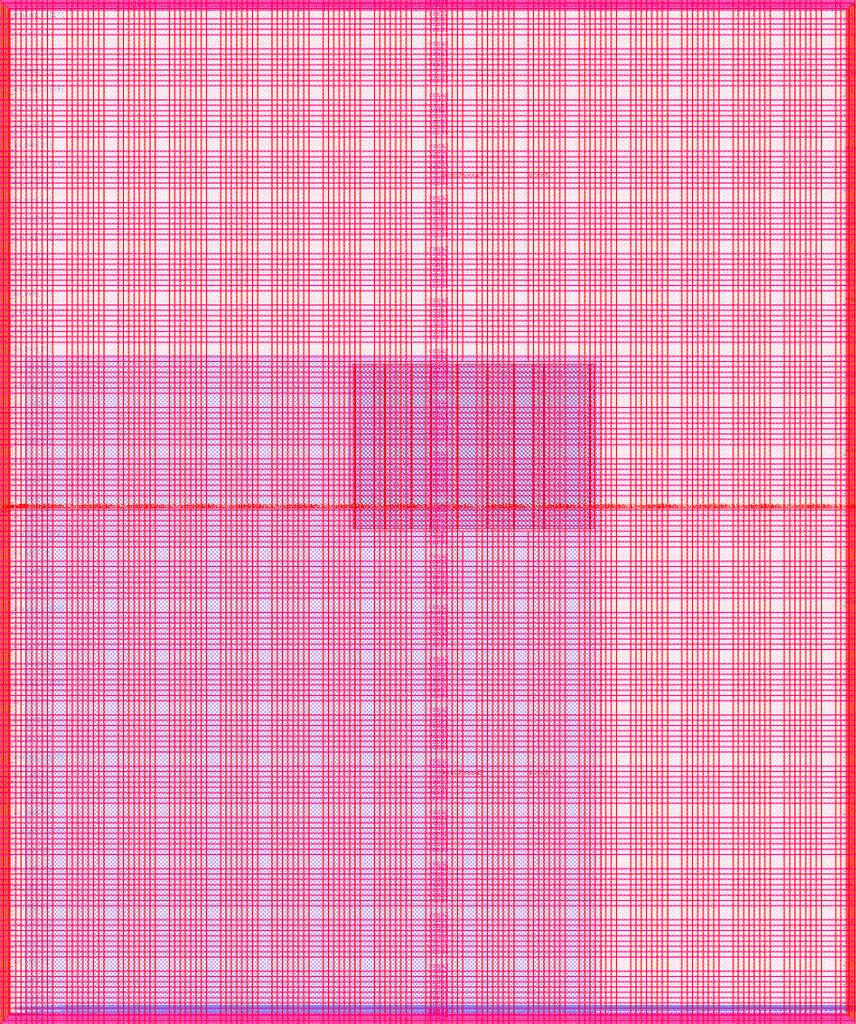
<source format=lef>
VERSION 5.7 ;
  NOWIREEXTENSIONATPIN ON ;
  DIVIDERCHAR "/" ;
  BUSBITCHARS "[]" ;
MACRO user_project_wrapper
  CLASS BLOCK ;
  FOREIGN user_project_wrapper ;
  ORIGIN 0.000 0.000 ;
  SIZE 2920.000 BY 3520.000 ;
  PIN analog_io[0]
    DIRECTION INOUT ;
    USE SIGNAL ;
    PORT
      LAYER met3 ;
        RECT 2917.600 1426.380 2924.800 1427.580 ;
    END
  END analog_io[0]
  PIN analog_io[10]
    DIRECTION INOUT ;
    USE SIGNAL ;
    PORT
      LAYER met2 ;
        RECT 2230.490 3517.600 2231.050 3524.800 ;
    END
  END analog_io[10]
  PIN analog_io[11]
    DIRECTION INOUT ;
    USE SIGNAL ;
    PORT
      LAYER met2 ;
        RECT 1905.730 3517.600 1906.290 3524.800 ;
    END
  END analog_io[11]
  PIN analog_io[12]
    DIRECTION INOUT ;
    USE SIGNAL ;
    PORT
      LAYER met2 ;
        RECT 1581.430 3517.600 1581.990 3524.800 ;
    END
  END analog_io[12]
  PIN analog_io[13]
    DIRECTION INOUT ;
    USE SIGNAL ;
    PORT
      LAYER met2 ;
        RECT 1257.130 3517.600 1257.690 3524.800 ;
    END
  END analog_io[13]
  PIN analog_io[14]
    DIRECTION INOUT ;
    USE SIGNAL ;
    PORT
      LAYER met2 ;
        RECT 932.370 3517.600 932.930 3524.800 ;
    END
  END analog_io[14]
  PIN analog_io[15]
    DIRECTION INOUT ;
    USE SIGNAL ;
    PORT
      LAYER met2 ;
        RECT 608.070 3517.600 608.630 3524.800 ;
    END
  END analog_io[15]
  PIN analog_io[16]
    DIRECTION INOUT ;
    USE SIGNAL ;
    PORT
      LAYER met2 ;
        RECT 283.770 3517.600 284.330 3524.800 ;
    END
  END analog_io[16]
  PIN analog_io[17]
    DIRECTION INOUT ;
    USE SIGNAL ;
    PORT
      LAYER met3 ;
        RECT -4.800 3486.100 2.400 3487.300 ;
    END
  END analog_io[17]
  PIN analog_io[18]
    DIRECTION INOUT ;
    USE SIGNAL ;
    PORT
      LAYER met3 ;
        RECT -4.800 3224.980 2.400 3226.180 ;
    END
  END analog_io[18]
  PIN analog_io[19]
    DIRECTION INOUT ;
    USE SIGNAL ;
    PORT
      LAYER met3 ;
        RECT -4.800 2964.540 2.400 2965.740 ;
    END
  END analog_io[19]
  PIN analog_io[1]
    DIRECTION INOUT ;
    USE SIGNAL ;
    PORT
      LAYER met3 ;
        RECT 2917.600 1692.260 2924.800 1693.460 ;
    END
  END analog_io[1]
  PIN analog_io[20]
    DIRECTION INOUT ;
    USE SIGNAL ;
    PORT
      LAYER met3 ;
        RECT -4.800 2703.420 2.400 2704.620 ;
    END
  END analog_io[20]
  PIN analog_io[21]
    DIRECTION INOUT ;
    USE SIGNAL ;
    PORT
      LAYER met3 ;
        RECT -4.800 2442.980 2.400 2444.180 ;
    END
  END analog_io[21]
  PIN analog_io[22]
    DIRECTION INOUT ;
    USE SIGNAL ;
    PORT
      LAYER met3 ;
        RECT -4.800 2182.540 2.400 2183.740 ;
    END
  END analog_io[22]
  PIN analog_io[23]
    DIRECTION INOUT ;
    USE SIGNAL ;
    PORT
      LAYER met3 ;
        RECT -4.800 1921.420 2.400 1922.620 ;
    END
  END analog_io[23]
  PIN analog_io[24]
    DIRECTION INOUT ;
    USE SIGNAL ;
    PORT
      LAYER met3 ;
        RECT -4.800 1660.980 2.400 1662.180 ;
    END
  END analog_io[24]
  PIN analog_io[25]
    DIRECTION INOUT ;
    USE SIGNAL ;
    PORT
      LAYER met3 ;
        RECT -4.800 1399.860 2.400 1401.060 ;
    END
  END analog_io[25]
  PIN analog_io[26]
    DIRECTION INOUT ;
    USE SIGNAL ;
    PORT
      LAYER met3 ;
        RECT -4.800 1139.420 2.400 1140.620 ;
    END
  END analog_io[26]
  PIN analog_io[27]
    DIRECTION INOUT ;
    USE SIGNAL ;
    PORT
      LAYER met3 ;
        RECT -4.800 878.980 2.400 880.180 ;
    END
  END analog_io[27]
  PIN analog_io[28]
    DIRECTION INOUT ;
    USE SIGNAL ;
    PORT
      LAYER met3 ;
        RECT -4.800 617.860 2.400 619.060 ;
    END
  END analog_io[28]
  PIN analog_io[2]
    DIRECTION INOUT ;
    USE SIGNAL ;
    PORT
      LAYER met3 ;
        RECT 2917.600 1958.140 2924.800 1959.340 ;
    END
  END analog_io[2]
  PIN analog_io[3]
    DIRECTION INOUT ;
    USE SIGNAL ;
    PORT
      LAYER met3 ;
        RECT 2917.600 2223.340 2924.800 2224.540 ;
    END
  END analog_io[3]
  PIN analog_io[4]
    DIRECTION INOUT ;
    USE SIGNAL ;
    PORT
      LAYER met3 ;
        RECT 2917.600 2489.220 2924.800 2490.420 ;
    END
  END analog_io[4]
  PIN analog_io[5]
    DIRECTION INOUT ;
    USE SIGNAL ;
    PORT
      LAYER met3 ;
        RECT 2917.600 2755.100 2924.800 2756.300 ;
    END
  END analog_io[5]
  PIN analog_io[6]
    DIRECTION INOUT ;
    USE SIGNAL ;
    PORT
      LAYER met3 ;
        RECT 2917.600 3020.300 2924.800 3021.500 ;
    END
  END analog_io[6]
  PIN analog_io[7]
    DIRECTION INOUT ;
    USE SIGNAL ;
    PORT
      LAYER met3 ;
        RECT 2917.600 3286.180 2924.800 3287.380 ;
    END
  END analog_io[7]
  PIN analog_io[8]
    DIRECTION INOUT ;
    USE SIGNAL ;
    PORT
      LAYER met2 ;
        RECT 2879.090 3517.600 2879.650 3524.800 ;
    END
  END analog_io[8]
  PIN analog_io[9]
    DIRECTION INOUT ;
    USE SIGNAL ;
    PORT
      LAYER met2 ;
        RECT 2554.790 3517.600 2555.350 3524.800 ;
    END
  END analog_io[9]
  PIN io_in[0]
    DIRECTION INPUT ;
    USE SIGNAL ;
    PORT
      LAYER met3 ;
        RECT 2917.600 32.380 2924.800 33.580 ;
    END
  END io_in[0]
  PIN io_in[10]
    DIRECTION INPUT ;
    USE SIGNAL ;
    PORT
      LAYER met3 ;
        RECT 2917.600 2289.980 2924.800 2291.180 ;
    END
  END io_in[10]
  PIN io_in[11]
    DIRECTION INPUT ;
    USE SIGNAL ;
    PORT
      LAYER met3 ;
        RECT 2917.600 2555.860 2924.800 2557.060 ;
    END
  END io_in[11]
  PIN io_in[12]
    DIRECTION INPUT ;
    USE SIGNAL ;
    PORT
      LAYER met3 ;
        RECT 2917.600 2821.060 2924.800 2822.260 ;
    END
  END io_in[12]
  PIN io_in[13]
    DIRECTION INPUT ;
    USE SIGNAL ;
    PORT
      LAYER met3 ;
        RECT 2917.600 3086.940 2924.800 3088.140 ;
    END
  END io_in[13]
  PIN io_in[14]
    DIRECTION INPUT ;
    USE SIGNAL ;
    PORT
      LAYER met3 ;
        RECT 2917.600 3352.820 2924.800 3354.020 ;
    END
  END io_in[14]
  PIN io_in[15]
    DIRECTION INPUT ;
    USE SIGNAL ;
    PORT
      LAYER met2 ;
        RECT 2798.130 3517.600 2798.690 3524.800 ;
    END
  END io_in[15]
  PIN io_in[16]
    DIRECTION INPUT ;
    USE SIGNAL ;
    PORT
      LAYER met2 ;
        RECT 2473.830 3517.600 2474.390 3524.800 ;
    END
  END io_in[16]
  PIN io_in[17]
    DIRECTION INPUT ;
    USE SIGNAL ;
    PORT
      LAYER met2 ;
        RECT 2149.070 3517.600 2149.630 3524.800 ;
    END
  END io_in[17]
  PIN io_in[18]
    DIRECTION INPUT ;
    USE SIGNAL ;
    PORT
      LAYER met2 ;
        RECT 1824.770 3517.600 1825.330 3524.800 ;
    END
  END io_in[18]
  PIN io_in[19]
    DIRECTION INPUT ;
    USE SIGNAL ;
    PORT
      LAYER met2 ;
        RECT 1500.470 3517.600 1501.030 3524.800 ;
    END
  END io_in[19]
  PIN io_in[1]
    DIRECTION INPUT ;
    USE SIGNAL ;
    PORT
      LAYER met3 ;
        RECT 2917.600 230.940 2924.800 232.140 ;
    END
  END io_in[1]
  PIN io_in[20]
    DIRECTION INPUT ;
    USE SIGNAL ;
    PORT
      LAYER met2 ;
        RECT 1175.710 3517.600 1176.270 3524.800 ;
    END
  END io_in[20]
  PIN io_in[21]
    DIRECTION INPUT ;
    USE SIGNAL ;
    PORT
      LAYER met2 ;
        RECT 851.410 3517.600 851.970 3524.800 ;
    END
  END io_in[21]
  PIN io_in[22]
    DIRECTION INPUT ;
    USE SIGNAL ;
    PORT
      LAYER met2 ;
        RECT 527.110 3517.600 527.670 3524.800 ;
    END
  END io_in[22]
  PIN io_in[23]
    DIRECTION INPUT ;
    USE SIGNAL ;
    PORT
      LAYER met2 ;
        RECT 202.350 3517.600 202.910 3524.800 ;
    END
  END io_in[23]
  PIN io_in[24]
    DIRECTION INPUT ;
    USE SIGNAL ;
    PORT
      LAYER met3 ;
        RECT -4.800 3420.820 2.400 3422.020 ;
    END
  END io_in[24]
  PIN io_in[25]
    DIRECTION INPUT ;
    USE SIGNAL ;
    PORT
      LAYER met3 ;
        RECT -4.800 3159.700 2.400 3160.900 ;
    END
  END io_in[25]
  PIN io_in[26]
    DIRECTION INPUT ;
    USE SIGNAL ;
    PORT
      LAYER met3 ;
        RECT -4.800 2899.260 2.400 2900.460 ;
    END
  END io_in[26]
  PIN io_in[27]
    DIRECTION INPUT ;
    USE SIGNAL ;
    PORT
      LAYER met3 ;
        RECT -4.800 2638.820 2.400 2640.020 ;
    END
  END io_in[27]
  PIN io_in[28]
    DIRECTION INPUT ;
    USE SIGNAL ;
    PORT
      LAYER met3 ;
        RECT -4.800 2377.700 2.400 2378.900 ;
    END
  END io_in[28]
  PIN io_in[29]
    DIRECTION INPUT ;
    USE SIGNAL ;
    PORT
      LAYER met3 ;
        RECT -4.800 2117.260 2.400 2118.460 ;
    END
  END io_in[29]
  PIN io_in[2]
    DIRECTION INPUT ;
    USE SIGNAL ;
    PORT
      LAYER met3 ;
        RECT 2917.600 430.180 2924.800 431.380 ;
    END
  END io_in[2]
  PIN io_in[30]
    DIRECTION INPUT ;
    USE SIGNAL ;
    PORT
      LAYER met3 ;
        RECT -4.800 1856.140 2.400 1857.340 ;
    END
  END io_in[30]
  PIN io_in[31]
    DIRECTION INPUT ;
    USE SIGNAL ;
    PORT
      LAYER met3 ;
        RECT -4.800 1595.700 2.400 1596.900 ;
    END
  END io_in[31]
  PIN io_in[32]
    DIRECTION INPUT ;
    USE SIGNAL ;
    PORT
      LAYER met3 ;
        RECT -4.800 1335.260 2.400 1336.460 ;
    END
  END io_in[32]
  PIN io_in[33]
    DIRECTION INPUT ;
    USE SIGNAL ;
    PORT
      LAYER met3 ;
        RECT -4.800 1074.140 2.400 1075.340 ;
    END
  END io_in[33]
  PIN io_in[34]
    DIRECTION INPUT ;
    USE SIGNAL ;
    PORT
      LAYER met3 ;
        RECT -4.800 813.700 2.400 814.900 ;
    END
  END io_in[34]
  PIN io_in[35]
    DIRECTION INPUT ;
    USE SIGNAL ;
    PORT
      LAYER met3 ;
        RECT -4.800 552.580 2.400 553.780 ;
    END
  END io_in[35]
  PIN io_in[36]
    DIRECTION INPUT ;
    USE SIGNAL ;
    PORT
      LAYER met3 ;
        RECT -4.800 357.420 2.400 358.620 ;
    END
  END io_in[36]
  PIN io_in[37]
    DIRECTION INPUT ;
    USE SIGNAL ;
    PORT
      LAYER met3 ;
        RECT -4.800 161.580 2.400 162.780 ;
    END
  END io_in[37]
  PIN io_in[3]
    DIRECTION INPUT ;
    USE SIGNAL ;
    PORT
      LAYER met3 ;
        RECT 2917.600 629.420 2924.800 630.620 ;
    END
  END io_in[3]
  PIN io_in[4]
    DIRECTION INPUT ;
    USE SIGNAL ;
    PORT
      LAYER met3 ;
        RECT 2917.600 828.660 2924.800 829.860 ;
    END
  END io_in[4]
  PIN io_in[5]
    DIRECTION INPUT ;
    USE SIGNAL ;
    PORT
      LAYER met3 ;
        RECT 2917.600 1027.900 2924.800 1029.100 ;
    END
  END io_in[5]
  PIN io_in[6]
    DIRECTION INPUT ;
    USE SIGNAL ;
    PORT
      LAYER met3 ;
        RECT 2917.600 1227.140 2924.800 1228.340 ;
    END
  END io_in[6]
  PIN io_in[7]
    DIRECTION INPUT ;
    USE SIGNAL ;
    PORT
      LAYER met3 ;
        RECT 2917.600 1493.020 2924.800 1494.220 ;
    END
  END io_in[7]
  PIN io_in[8]
    DIRECTION INPUT ;
    USE SIGNAL ;
    PORT
      LAYER met3 ;
        RECT 2917.600 1758.900 2924.800 1760.100 ;
    END
  END io_in[8]
  PIN io_in[9]
    DIRECTION INPUT ;
    USE SIGNAL ;
    PORT
      LAYER met3 ;
        RECT 2917.600 2024.100 2924.800 2025.300 ;
    END
  END io_in[9]
  PIN io_oeb[0]
    DIRECTION OUTPUT TRISTATE ;
    USE SIGNAL ;
    PORT
      LAYER met3 ;
        RECT 2917.600 164.980 2924.800 166.180 ;
    END
  END io_oeb[0]
  PIN io_oeb[10]
    DIRECTION OUTPUT TRISTATE ;
    USE SIGNAL ;
    PORT
      LAYER met3 ;
        RECT 2917.600 2422.580 2924.800 2423.780 ;
    END
  END io_oeb[10]
  PIN io_oeb[11]
    DIRECTION OUTPUT TRISTATE ;
    USE SIGNAL ;
    PORT
      LAYER met3 ;
        RECT 2917.600 2688.460 2924.800 2689.660 ;
    END
  END io_oeb[11]
  PIN io_oeb[12]
    DIRECTION OUTPUT TRISTATE ;
    USE SIGNAL ;
    PORT
      LAYER met3 ;
        RECT 2917.600 2954.340 2924.800 2955.540 ;
    END
  END io_oeb[12]
  PIN io_oeb[13]
    DIRECTION OUTPUT TRISTATE ;
    USE SIGNAL ;
    PORT
      LAYER met3 ;
        RECT 2917.600 3219.540 2924.800 3220.740 ;
    END
  END io_oeb[13]
  PIN io_oeb[14]
    DIRECTION OUTPUT TRISTATE ;
    USE SIGNAL ;
    PORT
      LAYER met3 ;
        RECT 2917.600 3485.420 2924.800 3486.620 ;
    END
  END io_oeb[14]
  PIN io_oeb[15]
    DIRECTION OUTPUT TRISTATE ;
    USE SIGNAL ;
    PORT
      LAYER met2 ;
        RECT 2635.750 3517.600 2636.310 3524.800 ;
    END
  END io_oeb[15]
  PIN io_oeb[16]
    DIRECTION OUTPUT TRISTATE ;
    USE SIGNAL ;
    PORT
      LAYER met2 ;
        RECT 2311.450 3517.600 2312.010 3524.800 ;
    END
  END io_oeb[16]
  PIN io_oeb[17]
    DIRECTION OUTPUT TRISTATE ;
    USE SIGNAL ;
    PORT
      LAYER met2 ;
        RECT 1987.150 3517.600 1987.710 3524.800 ;
    END
  END io_oeb[17]
  PIN io_oeb[18]
    DIRECTION OUTPUT TRISTATE ;
    USE SIGNAL ;
    PORT
      LAYER met2 ;
        RECT 1662.390 3517.600 1662.950 3524.800 ;
    END
  END io_oeb[18]
  PIN io_oeb[19]
    DIRECTION OUTPUT TRISTATE ;
    USE SIGNAL ;
    PORT
      LAYER met2 ;
        RECT 1338.090 3517.600 1338.650 3524.800 ;
    END
  END io_oeb[19]
  PIN io_oeb[1]
    DIRECTION OUTPUT TRISTATE ;
    USE SIGNAL ;
    PORT
      LAYER met3 ;
        RECT 2917.600 364.220 2924.800 365.420 ;
    END
  END io_oeb[1]
  PIN io_oeb[20]
    DIRECTION OUTPUT TRISTATE ;
    USE SIGNAL ;
    PORT
      LAYER met2 ;
        RECT 1013.790 3517.600 1014.350 3524.800 ;
    END
  END io_oeb[20]
  PIN io_oeb[21]
    DIRECTION OUTPUT TRISTATE ;
    USE SIGNAL ;
    PORT
      LAYER met2 ;
        RECT 689.030 3517.600 689.590 3524.800 ;
    END
  END io_oeb[21]
  PIN io_oeb[22]
    DIRECTION OUTPUT TRISTATE ;
    USE SIGNAL ;
    PORT
      LAYER met2 ;
        RECT 364.730 3517.600 365.290 3524.800 ;
    END
  END io_oeb[22]
  PIN io_oeb[23]
    DIRECTION OUTPUT TRISTATE ;
    USE SIGNAL ;
    PORT
      LAYER met2 ;
        RECT 40.430 3517.600 40.990 3524.800 ;
    END
  END io_oeb[23]
  PIN io_oeb[24]
    DIRECTION OUTPUT TRISTATE ;
    USE SIGNAL ;
    PORT
      LAYER met3 ;
        RECT -4.800 3290.260 2.400 3291.460 ;
    END
  END io_oeb[24]
  PIN io_oeb[25]
    DIRECTION OUTPUT TRISTATE ;
    USE SIGNAL ;
    PORT
      LAYER met3 ;
        RECT -4.800 3029.820 2.400 3031.020 ;
    END
  END io_oeb[25]
  PIN io_oeb[26]
    DIRECTION OUTPUT TRISTATE ;
    USE SIGNAL ;
    PORT
      LAYER met3 ;
        RECT -4.800 2768.700 2.400 2769.900 ;
    END
  END io_oeb[26]
  PIN io_oeb[27]
    DIRECTION OUTPUT TRISTATE ;
    USE SIGNAL ;
    PORT
      LAYER met3 ;
        RECT -4.800 2508.260 2.400 2509.460 ;
    END
  END io_oeb[27]
  PIN io_oeb[28]
    DIRECTION OUTPUT TRISTATE ;
    USE SIGNAL ;
    PORT
      LAYER met3 ;
        RECT -4.800 2247.140 2.400 2248.340 ;
    END
  END io_oeb[28]
  PIN io_oeb[29]
    DIRECTION OUTPUT TRISTATE ;
    USE SIGNAL ;
    PORT
      LAYER met3 ;
        RECT -4.800 1986.700 2.400 1987.900 ;
    END
  END io_oeb[29]
  PIN io_oeb[2]
    DIRECTION OUTPUT TRISTATE ;
    USE SIGNAL ;
    PORT
      LAYER met3 ;
        RECT 2917.600 563.460 2924.800 564.660 ;
    END
  END io_oeb[2]
  PIN io_oeb[30]
    DIRECTION OUTPUT TRISTATE ;
    USE SIGNAL ;
    PORT
      LAYER met3 ;
        RECT -4.800 1726.260 2.400 1727.460 ;
    END
  END io_oeb[30]
  PIN io_oeb[31]
    DIRECTION OUTPUT TRISTATE ;
    USE SIGNAL ;
    PORT
      LAYER met3 ;
        RECT -4.800 1465.140 2.400 1466.340 ;
    END
  END io_oeb[31]
  PIN io_oeb[32]
    DIRECTION OUTPUT TRISTATE ;
    USE SIGNAL ;
    PORT
      LAYER met3 ;
        RECT -4.800 1204.700 2.400 1205.900 ;
    END
  END io_oeb[32]
  PIN io_oeb[33]
    DIRECTION OUTPUT TRISTATE ;
    USE SIGNAL ;
    PORT
      LAYER met3 ;
        RECT -4.800 943.580 2.400 944.780 ;
    END
  END io_oeb[33]
  PIN io_oeb[34]
    DIRECTION OUTPUT TRISTATE ;
    USE SIGNAL ;
    PORT
      LAYER met3 ;
        RECT -4.800 683.140 2.400 684.340 ;
    END
  END io_oeb[34]
  PIN io_oeb[35]
    DIRECTION OUTPUT TRISTATE ;
    USE SIGNAL ;
    PORT
      LAYER met3 ;
        RECT -4.800 422.700 2.400 423.900 ;
    END
  END io_oeb[35]
  PIN io_oeb[36]
    DIRECTION OUTPUT TRISTATE ;
    USE SIGNAL ;
    PORT
      LAYER met3 ;
        RECT -4.800 226.860 2.400 228.060 ;
    END
  END io_oeb[36]
  PIN io_oeb[37]
    DIRECTION OUTPUT TRISTATE ;
    USE SIGNAL ;
    PORT
      LAYER met3 ;
        RECT -4.800 31.700 2.400 32.900 ;
    END
  END io_oeb[37]
  PIN io_oeb[3]
    DIRECTION OUTPUT TRISTATE ;
    USE SIGNAL ;
    PORT
      LAYER met3 ;
        RECT 2917.600 762.700 2924.800 763.900 ;
    END
  END io_oeb[3]
  PIN io_oeb[4]
    DIRECTION OUTPUT TRISTATE ;
    USE SIGNAL ;
    PORT
      LAYER met3 ;
        RECT 2917.600 961.940 2924.800 963.140 ;
    END
  END io_oeb[4]
  PIN io_oeb[5]
    DIRECTION OUTPUT TRISTATE ;
    USE SIGNAL ;
    PORT
      LAYER met3 ;
        RECT 2917.600 1161.180 2924.800 1162.380 ;
    END
  END io_oeb[5]
  PIN io_oeb[6]
    DIRECTION OUTPUT TRISTATE ;
    USE SIGNAL ;
    PORT
      LAYER met3 ;
        RECT 2917.600 1360.420 2924.800 1361.620 ;
    END
  END io_oeb[6]
  PIN io_oeb[7]
    DIRECTION OUTPUT TRISTATE ;
    USE SIGNAL ;
    PORT
      LAYER met3 ;
        RECT 2917.600 1625.620 2924.800 1626.820 ;
    END
  END io_oeb[7]
  PIN io_oeb[8]
    DIRECTION OUTPUT TRISTATE ;
    USE SIGNAL ;
    PORT
      LAYER met3 ;
        RECT 2917.600 1891.500 2924.800 1892.700 ;
    END
  END io_oeb[8]
  PIN io_oeb[9]
    DIRECTION OUTPUT TRISTATE ;
    USE SIGNAL ;
    PORT
      LAYER met3 ;
        RECT 2917.600 2157.380 2924.800 2158.580 ;
    END
  END io_oeb[9]
  PIN io_out[0]
    DIRECTION OUTPUT TRISTATE ;
    USE SIGNAL ;
    PORT
      LAYER met3 ;
        RECT 2917.600 98.340 2924.800 99.540 ;
    END
  END io_out[0]
  PIN io_out[10]
    DIRECTION OUTPUT TRISTATE ;
    USE SIGNAL ;
    PORT
      LAYER met3 ;
        RECT 2917.600 2356.620 2924.800 2357.820 ;
    END
  END io_out[10]
  PIN io_out[11]
    DIRECTION OUTPUT TRISTATE ;
    USE SIGNAL ;
    PORT
      LAYER met3 ;
        RECT 2917.600 2621.820 2924.800 2623.020 ;
    END
  END io_out[11]
  PIN io_out[12]
    DIRECTION OUTPUT TRISTATE ;
    USE SIGNAL ;
    PORT
      LAYER met3 ;
        RECT 2917.600 2887.700 2924.800 2888.900 ;
    END
  END io_out[12]
  PIN io_out[13]
    DIRECTION OUTPUT TRISTATE ;
    USE SIGNAL ;
    PORT
      LAYER met3 ;
        RECT 2917.600 3153.580 2924.800 3154.780 ;
    END
  END io_out[13]
  PIN io_out[14]
    DIRECTION OUTPUT TRISTATE ;
    USE SIGNAL ;
    PORT
      LAYER met3 ;
        RECT 2917.600 3418.780 2924.800 3419.980 ;
    END
  END io_out[14]
  PIN io_out[15]
    DIRECTION OUTPUT TRISTATE ;
    USE SIGNAL ;
    PORT
      LAYER met2 ;
        RECT 2717.170 3517.600 2717.730 3524.800 ;
    END
  END io_out[15]
  PIN io_out[16]
    DIRECTION OUTPUT TRISTATE ;
    USE SIGNAL ;
    PORT
      LAYER met2 ;
        RECT 2392.410 3517.600 2392.970 3524.800 ;
    END
  END io_out[16]
  PIN io_out[17]
    DIRECTION OUTPUT TRISTATE ;
    USE SIGNAL ;
    PORT
      LAYER met2 ;
        RECT 2068.110 3517.600 2068.670 3524.800 ;
    END
  END io_out[17]
  PIN io_out[18]
    DIRECTION OUTPUT TRISTATE ;
    USE SIGNAL ;
    PORT
      LAYER met2 ;
        RECT 1743.810 3517.600 1744.370 3524.800 ;
    END
  END io_out[18]
  PIN io_out[19]
    DIRECTION OUTPUT TRISTATE ;
    USE SIGNAL ;
    PORT
      LAYER met2 ;
        RECT 1419.050 3517.600 1419.610 3524.800 ;
    END
  END io_out[19]
  PIN io_out[1]
    DIRECTION OUTPUT TRISTATE ;
    USE SIGNAL ;
    PORT
      LAYER met3 ;
        RECT 2917.600 297.580 2924.800 298.780 ;
    END
  END io_out[1]
  PIN io_out[20]
    DIRECTION OUTPUT TRISTATE ;
    USE SIGNAL ;
    PORT
      LAYER met2 ;
        RECT 1094.750 3517.600 1095.310 3524.800 ;
    END
  END io_out[20]
  PIN io_out[21]
    DIRECTION OUTPUT TRISTATE ;
    USE SIGNAL ;
    PORT
      LAYER met2 ;
        RECT 770.450 3517.600 771.010 3524.800 ;
    END
  END io_out[21]
  PIN io_out[22]
    DIRECTION OUTPUT TRISTATE ;
    USE SIGNAL ;
    PORT
      LAYER met2 ;
        RECT 445.690 3517.600 446.250 3524.800 ;
    END
  END io_out[22]
  PIN io_out[23]
    DIRECTION OUTPUT TRISTATE ;
    USE SIGNAL ;
    PORT
      LAYER met2 ;
        RECT 121.390 3517.600 121.950 3524.800 ;
    END
  END io_out[23]
  PIN io_out[24]
    DIRECTION OUTPUT TRISTATE ;
    USE SIGNAL ;
    PORT
      LAYER met3 ;
        RECT -4.800 3355.540 2.400 3356.740 ;
    END
  END io_out[24]
  PIN io_out[25]
    DIRECTION OUTPUT TRISTATE ;
    USE SIGNAL ;
    PORT
      LAYER met3 ;
        RECT -4.800 3095.100 2.400 3096.300 ;
    END
  END io_out[25]
  PIN io_out[26]
    DIRECTION OUTPUT TRISTATE ;
    USE SIGNAL ;
    PORT
      LAYER met3 ;
        RECT -4.800 2833.980 2.400 2835.180 ;
    END
  END io_out[26]
  PIN io_out[27]
    DIRECTION OUTPUT TRISTATE ;
    USE SIGNAL ;
    PORT
      LAYER met3 ;
        RECT -4.800 2573.540 2.400 2574.740 ;
    END
  END io_out[27]
  PIN io_out[28]
    DIRECTION OUTPUT TRISTATE ;
    USE SIGNAL ;
    PORT
      LAYER met3 ;
        RECT -4.800 2312.420 2.400 2313.620 ;
    END
  END io_out[28]
  PIN io_out[29]
    DIRECTION OUTPUT TRISTATE ;
    USE SIGNAL ;
    PORT
      LAYER met3 ;
        RECT -4.800 2051.980 2.400 2053.180 ;
    END
  END io_out[29]
  PIN io_out[2]
    DIRECTION OUTPUT TRISTATE ;
    USE SIGNAL ;
    PORT
      LAYER met3 ;
        RECT 2917.600 496.820 2924.800 498.020 ;
    END
  END io_out[2]
  PIN io_out[30]
    DIRECTION OUTPUT TRISTATE ;
    USE SIGNAL ;
    PORT
      LAYER met3 ;
        RECT -4.800 1791.540 2.400 1792.740 ;
    END
  END io_out[30]
  PIN io_out[31]
    DIRECTION OUTPUT TRISTATE ;
    USE SIGNAL ;
    PORT
      LAYER met3 ;
        RECT -4.800 1530.420 2.400 1531.620 ;
    END
  END io_out[31]
  PIN io_out[32]
    DIRECTION OUTPUT TRISTATE ;
    USE SIGNAL ;
    PORT
      LAYER met3 ;
        RECT -4.800 1269.980 2.400 1271.180 ;
    END
  END io_out[32]
  PIN io_out[33]
    DIRECTION OUTPUT TRISTATE ;
    USE SIGNAL ;
    PORT
      LAYER met3 ;
        RECT -4.800 1008.860 2.400 1010.060 ;
    END
  END io_out[33]
  PIN io_out[34]
    DIRECTION OUTPUT TRISTATE ;
    USE SIGNAL ;
    PORT
      LAYER met3 ;
        RECT -4.800 748.420 2.400 749.620 ;
    END
  END io_out[34]
  PIN io_out[35]
    DIRECTION OUTPUT TRISTATE ;
    USE SIGNAL ;
    PORT
      LAYER met3 ;
        RECT -4.800 487.300 2.400 488.500 ;
    END
  END io_out[35]
  PIN io_out[36]
    DIRECTION OUTPUT TRISTATE ;
    USE SIGNAL ;
    PORT
      LAYER met3 ;
        RECT -4.800 292.140 2.400 293.340 ;
    END
  END io_out[36]
  PIN io_out[37]
    DIRECTION OUTPUT TRISTATE ;
    USE SIGNAL ;
    PORT
      LAYER met3 ;
        RECT -4.800 96.300 2.400 97.500 ;
    END
  END io_out[37]
  PIN io_out[3]
    DIRECTION OUTPUT TRISTATE ;
    USE SIGNAL ;
    PORT
      LAYER met3 ;
        RECT 2917.600 696.060 2924.800 697.260 ;
    END
  END io_out[3]
  PIN io_out[4]
    DIRECTION OUTPUT TRISTATE ;
    USE SIGNAL ;
    PORT
      LAYER met3 ;
        RECT 2917.600 895.300 2924.800 896.500 ;
    END
  END io_out[4]
  PIN io_out[5]
    DIRECTION OUTPUT TRISTATE ;
    USE SIGNAL ;
    PORT
      LAYER met3 ;
        RECT 2917.600 1094.540 2924.800 1095.740 ;
    END
  END io_out[5]
  PIN io_out[6]
    DIRECTION OUTPUT TRISTATE ;
    USE SIGNAL ;
    PORT
      LAYER met3 ;
        RECT 2917.600 1293.780 2924.800 1294.980 ;
    END
  END io_out[6]
  PIN io_out[7]
    DIRECTION OUTPUT TRISTATE ;
    USE SIGNAL ;
    PORT
      LAYER met3 ;
        RECT 2917.600 1559.660 2924.800 1560.860 ;
    END
  END io_out[7]
  PIN io_out[8]
    DIRECTION OUTPUT TRISTATE ;
    USE SIGNAL ;
    PORT
      LAYER met3 ;
        RECT 2917.600 1824.860 2924.800 1826.060 ;
    END
  END io_out[8]
  PIN io_out[9]
    DIRECTION OUTPUT TRISTATE ;
    USE SIGNAL ;
    PORT
      LAYER met3 ;
        RECT 2917.600 2090.740 2924.800 2091.940 ;
    END
  END io_out[9]
  PIN la_data_in[0]
    DIRECTION INPUT ;
    USE SIGNAL ;
    PORT
      LAYER met2 ;
        RECT 629.230 -4.800 629.790 2.400 ;
    END
  END la_data_in[0]
  PIN la_data_in[100]
    DIRECTION INPUT ;
    USE SIGNAL ;
    PORT
      LAYER met2 ;
        RECT 2402.530 -4.800 2403.090 2.400 ;
    END
  END la_data_in[100]
  PIN la_data_in[101]
    DIRECTION INPUT ;
    USE SIGNAL ;
    PORT
      LAYER met2 ;
        RECT 2420.010 -4.800 2420.570 2.400 ;
    END
  END la_data_in[101]
  PIN la_data_in[102]
    DIRECTION INPUT ;
    USE SIGNAL ;
    PORT
      LAYER met2 ;
        RECT 2437.950 -4.800 2438.510 2.400 ;
    END
  END la_data_in[102]
  PIN la_data_in[103]
    DIRECTION INPUT ;
    USE SIGNAL ;
    PORT
      LAYER met2 ;
        RECT 2455.430 -4.800 2455.990 2.400 ;
    END
  END la_data_in[103]
  PIN la_data_in[104]
    DIRECTION INPUT ;
    USE SIGNAL ;
    PORT
      LAYER met2 ;
        RECT 2473.370 -4.800 2473.930 2.400 ;
    END
  END la_data_in[104]
  PIN la_data_in[105]
    DIRECTION INPUT ;
    USE SIGNAL ;
    PORT
      LAYER met2 ;
        RECT 2490.850 -4.800 2491.410 2.400 ;
    END
  END la_data_in[105]
  PIN la_data_in[106]
    DIRECTION INPUT ;
    USE SIGNAL ;
    PORT
      LAYER met2 ;
        RECT 2508.790 -4.800 2509.350 2.400 ;
    END
  END la_data_in[106]
  PIN la_data_in[107]
    DIRECTION INPUT ;
    USE SIGNAL ;
    PORT
      LAYER met2 ;
        RECT 2526.730 -4.800 2527.290 2.400 ;
    END
  END la_data_in[107]
  PIN la_data_in[108]
    DIRECTION INPUT ;
    USE SIGNAL ;
    PORT
      LAYER met2 ;
        RECT 2544.210 -4.800 2544.770 2.400 ;
    END
  END la_data_in[108]
  PIN la_data_in[109]
    DIRECTION INPUT ;
    USE SIGNAL ;
    PORT
      LAYER met2 ;
        RECT 2562.150 -4.800 2562.710 2.400 ;
    END
  END la_data_in[109]
  PIN la_data_in[10]
    DIRECTION INPUT ;
    USE SIGNAL ;
    PORT
      LAYER met2 ;
        RECT 806.330 -4.800 806.890 2.400 ;
    END
  END la_data_in[10]
  PIN la_data_in[110]
    DIRECTION INPUT ;
    USE SIGNAL ;
    PORT
      LAYER met2 ;
        RECT 2579.630 -4.800 2580.190 2.400 ;
    END
  END la_data_in[110]
  PIN la_data_in[111]
    DIRECTION INPUT ;
    USE SIGNAL ;
    PORT
      LAYER met2 ;
        RECT 2597.570 -4.800 2598.130 2.400 ;
    END
  END la_data_in[111]
  PIN la_data_in[112]
    DIRECTION INPUT ;
    USE SIGNAL ;
    PORT
      LAYER met2 ;
        RECT 2615.050 -4.800 2615.610 2.400 ;
    END
  END la_data_in[112]
  PIN la_data_in[113]
    DIRECTION INPUT ;
    USE SIGNAL ;
    PORT
      LAYER met2 ;
        RECT 2632.990 -4.800 2633.550 2.400 ;
    END
  END la_data_in[113]
  PIN la_data_in[114]
    DIRECTION INPUT ;
    USE SIGNAL ;
    PORT
      LAYER met2 ;
        RECT 2650.470 -4.800 2651.030 2.400 ;
    END
  END la_data_in[114]
  PIN la_data_in[115]
    DIRECTION INPUT ;
    USE SIGNAL ;
    PORT
      LAYER met2 ;
        RECT 2668.410 -4.800 2668.970 2.400 ;
    END
  END la_data_in[115]
  PIN la_data_in[116]
    DIRECTION INPUT ;
    USE SIGNAL ;
    PORT
      LAYER met2 ;
        RECT 2685.890 -4.800 2686.450 2.400 ;
    END
  END la_data_in[116]
  PIN la_data_in[117]
    DIRECTION INPUT ;
    USE SIGNAL ;
    PORT
      LAYER met2 ;
        RECT 2703.830 -4.800 2704.390 2.400 ;
    END
  END la_data_in[117]
  PIN la_data_in[118]
    DIRECTION INPUT ;
    USE SIGNAL ;
    PORT
      LAYER met2 ;
        RECT 2721.770 -4.800 2722.330 2.400 ;
    END
  END la_data_in[118]
  PIN la_data_in[119]
    DIRECTION INPUT ;
    USE SIGNAL ;
    PORT
      LAYER met2 ;
        RECT 2739.250 -4.800 2739.810 2.400 ;
    END
  END la_data_in[119]
  PIN la_data_in[11]
    DIRECTION INPUT ;
    USE SIGNAL ;
    PORT
      LAYER met2 ;
        RECT 824.270 -4.800 824.830 2.400 ;
    END
  END la_data_in[11]
  PIN la_data_in[120]
    DIRECTION INPUT ;
    USE SIGNAL ;
    PORT
      LAYER met2 ;
        RECT 2757.190 -4.800 2757.750 2.400 ;
    END
  END la_data_in[120]
  PIN la_data_in[121]
    DIRECTION INPUT ;
    USE SIGNAL ;
    PORT
      LAYER met2 ;
        RECT 2774.670 -4.800 2775.230 2.400 ;
    END
  END la_data_in[121]
  PIN la_data_in[122]
    DIRECTION INPUT ;
    USE SIGNAL ;
    PORT
      LAYER met2 ;
        RECT 2792.610 -4.800 2793.170 2.400 ;
    END
  END la_data_in[122]
  PIN la_data_in[123]
    DIRECTION INPUT ;
    USE SIGNAL ;
    PORT
      LAYER met2 ;
        RECT 2810.090 -4.800 2810.650 2.400 ;
    END
  END la_data_in[123]
  PIN la_data_in[124]
    DIRECTION INPUT ;
    USE SIGNAL ;
    PORT
      LAYER met2 ;
        RECT 2828.030 -4.800 2828.590 2.400 ;
    END
  END la_data_in[124]
  PIN la_data_in[125]
    DIRECTION INPUT ;
    USE SIGNAL ;
    PORT
      LAYER met2 ;
        RECT 2845.510 -4.800 2846.070 2.400 ;
    END
  END la_data_in[125]
  PIN la_data_in[126]
    DIRECTION INPUT ;
    USE SIGNAL ;
    PORT
      LAYER met2 ;
        RECT 2863.450 -4.800 2864.010 2.400 ;
    END
  END la_data_in[126]
  PIN la_data_in[127]
    DIRECTION INPUT ;
    USE SIGNAL ;
    PORT
      LAYER met2 ;
        RECT 2881.390 -4.800 2881.950 2.400 ;
    END
  END la_data_in[127]
  PIN la_data_in[12]
    DIRECTION INPUT ;
    USE SIGNAL ;
    PORT
      LAYER met2 ;
        RECT 841.750 -4.800 842.310 2.400 ;
    END
  END la_data_in[12]
  PIN la_data_in[13]
    DIRECTION INPUT ;
    USE SIGNAL ;
    PORT
      LAYER met2 ;
        RECT 859.690 -4.800 860.250 2.400 ;
    END
  END la_data_in[13]
  PIN la_data_in[14]
    DIRECTION INPUT ;
    USE SIGNAL ;
    PORT
      LAYER met2 ;
        RECT 877.170 -4.800 877.730 2.400 ;
    END
  END la_data_in[14]
  PIN la_data_in[15]
    DIRECTION INPUT ;
    USE SIGNAL ;
    PORT
      LAYER met2 ;
        RECT 895.110 -4.800 895.670 2.400 ;
    END
  END la_data_in[15]
  PIN la_data_in[16]
    DIRECTION INPUT ;
    USE SIGNAL ;
    PORT
      LAYER met2 ;
        RECT 912.590 -4.800 913.150 2.400 ;
    END
  END la_data_in[16]
  PIN la_data_in[17]
    DIRECTION INPUT ;
    USE SIGNAL ;
    PORT
      LAYER met2 ;
        RECT 930.530 -4.800 931.090 2.400 ;
    END
  END la_data_in[17]
  PIN la_data_in[18]
    DIRECTION INPUT ;
    USE SIGNAL ;
    PORT
      LAYER met2 ;
        RECT 948.470 -4.800 949.030 2.400 ;
    END
  END la_data_in[18]
  PIN la_data_in[19]
    DIRECTION INPUT ;
    USE SIGNAL ;
    PORT
      LAYER met2 ;
        RECT 965.950 -4.800 966.510 2.400 ;
    END
  END la_data_in[19]
  PIN la_data_in[1]
    DIRECTION INPUT ;
    USE SIGNAL ;
    PORT
      LAYER met2 ;
        RECT 646.710 -4.800 647.270 2.400 ;
    END
  END la_data_in[1]
  PIN la_data_in[20]
    DIRECTION INPUT ;
    USE SIGNAL ;
    PORT
      LAYER met2 ;
        RECT 983.890 -4.800 984.450 2.400 ;
    END
  END la_data_in[20]
  PIN la_data_in[21]
    DIRECTION INPUT ;
    USE SIGNAL ;
    PORT
      LAYER met2 ;
        RECT 1001.370 -4.800 1001.930 2.400 ;
    END
  END la_data_in[21]
  PIN la_data_in[22]
    DIRECTION INPUT ;
    USE SIGNAL ;
    PORT
      LAYER met2 ;
        RECT 1019.310 -4.800 1019.870 2.400 ;
    END
  END la_data_in[22]
  PIN la_data_in[23]
    DIRECTION INPUT ;
    USE SIGNAL ;
    PORT
      LAYER met2 ;
        RECT 1036.790 -4.800 1037.350 2.400 ;
    END
  END la_data_in[23]
  PIN la_data_in[24]
    DIRECTION INPUT ;
    USE SIGNAL ;
    PORT
      LAYER met2 ;
        RECT 1054.730 -4.800 1055.290 2.400 ;
    END
  END la_data_in[24]
  PIN la_data_in[25]
    DIRECTION INPUT ;
    USE SIGNAL ;
    PORT
      LAYER met2 ;
        RECT 1072.210 -4.800 1072.770 2.400 ;
    END
  END la_data_in[25]
  PIN la_data_in[26]
    DIRECTION INPUT ;
    USE SIGNAL ;
    PORT
      LAYER met2 ;
        RECT 1090.150 -4.800 1090.710 2.400 ;
    END
  END la_data_in[26]
  PIN la_data_in[27]
    DIRECTION INPUT ;
    USE SIGNAL ;
    PORT
      LAYER met2 ;
        RECT 1107.630 -4.800 1108.190 2.400 ;
    END
  END la_data_in[27]
  PIN la_data_in[28]
    DIRECTION INPUT ;
    USE SIGNAL ;
    PORT
      LAYER met2 ;
        RECT 1125.570 -4.800 1126.130 2.400 ;
    END
  END la_data_in[28]
  PIN la_data_in[29]
    DIRECTION INPUT ;
    USE SIGNAL ;
    PORT
      LAYER met2 ;
        RECT 1143.510 -4.800 1144.070 2.400 ;
    END
  END la_data_in[29]
  PIN la_data_in[2]
    DIRECTION INPUT ;
    USE SIGNAL ;
    PORT
      LAYER met2 ;
        RECT 664.650 -4.800 665.210 2.400 ;
    END
  END la_data_in[2]
  PIN la_data_in[30]
    DIRECTION INPUT ;
    USE SIGNAL ;
    PORT
      LAYER met2 ;
        RECT 1160.990 -4.800 1161.550 2.400 ;
    END
  END la_data_in[30]
  PIN la_data_in[31]
    DIRECTION INPUT ;
    USE SIGNAL ;
    PORT
      LAYER met2 ;
        RECT 1178.930 -4.800 1179.490 2.400 ;
    END
  END la_data_in[31]
  PIN la_data_in[32]
    DIRECTION INPUT ;
    USE SIGNAL ;
    PORT
      LAYER met2 ;
        RECT 1196.410 -4.800 1196.970 2.400 ;
    END
  END la_data_in[32]
  PIN la_data_in[33]
    DIRECTION INPUT ;
    USE SIGNAL ;
    PORT
      LAYER met2 ;
        RECT 1214.350 -4.800 1214.910 2.400 ;
    END
  END la_data_in[33]
  PIN la_data_in[34]
    DIRECTION INPUT ;
    USE SIGNAL ;
    PORT
      LAYER met2 ;
        RECT 1231.830 -4.800 1232.390 2.400 ;
    END
  END la_data_in[34]
  PIN la_data_in[35]
    DIRECTION INPUT ;
    USE SIGNAL ;
    PORT
      LAYER met2 ;
        RECT 1249.770 -4.800 1250.330 2.400 ;
    END
  END la_data_in[35]
  PIN la_data_in[36]
    DIRECTION INPUT ;
    USE SIGNAL ;
    PORT
      LAYER met2 ;
        RECT 1267.250 -4.800 1267.810 2.400 ;
    END
  END la_data_in[36]
  PIN la_data_in[37]
    DIRECTION INPUT ;
    USE SIGNAL ;
    PORT
      LAYER met2 ;
        RECT 1285.190 -4.800 1285.750 2.400 ;
    END
  END la_data_in[37]
  PIN la_data_in[38]
    DIRECTION INPUT ;
    USE SIGNAL ;
    PORT
      LAYER met2 ;
        RECT 1303.130 -4.800 1303.690 2.400 ;
    END
  END la_data_in[38]
  PIN la_data_in[39]
    DIRECTION INPUT ;
    USE SIGNAL ;
    PORT
      LAYER met2 ;
        RECT 1320.610 -4.800 1321.170 2.400 ;
    END
  END la_data_in[39]
  PIN la_data_in[3]
    DIRECTION INPUT ;
    USE SIGNAL ;
    PORT
      LAYER met2 ;
        RECT 682.130 -4.800 682.690 2.400 ;
    END
  END la_data_in[3]
  PIN la_data_in[40]
    DIRECTION INPUT ;
    USE SIGNAL ;
    PORT
      LAYER met2 ;
        RECT 1338.550 -4.800 1339.110 2.400 ;
    END
  END la_data_in[40]
  PIN la_data_in[41]
    DIRECTION INPUT ;
    USE SIGNAL ;
    PORT
      LAYER met2 ;
        RECT 1356.030 -4.800 1356.590 2.400 ;
    END
  END la_data_in[41]
  PIN la_data_in[42]
    DIRECTION INPUT ;
    USE SIGNAL ;
    PORT
      LAYER met2 ;
        RECT 1373.970 -4.800 1374.530 2.400 ;
    END
  END la_data_in[42]
  PIN la_data_in[43]
    DIRECTION INPUT ;
    USE SIGNAL ;
    PORT
      LAYER met2 ;
        RECT 1391.450 -4.800 1392.010 2.400 ;
    END
  END la_data_in[43]
  PIN la_data_in[44]
    DIRECTION INPUT ;
    USE SIGNAL ;
    PORT
      LAYER met2 ;
        RECT 1409.390 -4.800 1409.950 2.400 ;
    END
  END la_data_in[44]
  PIN la_data_in[45]
    DIRECTION INPUT ;
    USE SIGNAL ;
    PORT
      LAYER met2 ;
        RECT 1426.870 -4.800 1427.430 2.400 ;
    END
  END la_data_in[45]
  PIN la_data_in[46]
    DIRECTION INPUT ;
    USE SIGNAL ;
    PORT
      LAYER met2 ;
        RECT 1444.810 -4.800 1445.370 2.400 ;
    END
  END la_data_in[46]
  PIN la_data_in[47]
    DIRECTION INPUT ;
    USE SIGNAL ;
    PORT
      LAYER met2 ;
        RECT 1462.750 -4.800 1463.310 2.400 ;
    END
  END la_data_in[47]
  PIN la_data_in[48]
    DIRECTION INPUT ;
    USE SIGNAL ;
    PORT
      LAYER met2 ;
        RECT 1480.230 -4.800 1480.790 2.400 ;
    END
  END la_data_in[48]
  PIN la_data_in[49]
    DIRECTION INPUT ;
    USE SIGNAL ;
    PORT
      LAYER met2 ;
        RECT 1498.170 -4.800 1498.730 2.400 ;
    END
  END la_data_in[49]
  PIN la_data_in[4]
    DIRECTION INPUT ;
    USE SIGNAL ;
    PORT
      LAYER met2 ;
        RECT 700.070 -4.800 700.630 2.400 ;
    END
  END la_data_in[4]
  PIN la_data_in[50]
    DIRECTION INPUT ;
    USE SIGNAL ;
    PORT
      LAYER met2 ;
        RECT 1515.650 -4.800 1516.210 2.400 ;
    END
  END la_data_in[50]
  PIN la_data_in[51]
    DIRECTION INPUT ;
    USE SIGNAL ;
    PORT
      LAYER met2 ;
        RECT 1533.590 -4.800 1534.150 2.400 ;
    END
  END la_data_in[51]
  PIN la_data_in[52]
    DIRECTION INPUT ;
    USE SIGNAL ;
    PORT
      LAYER met2 ;
        RECT 1551.070 -4.800 1551.630 2.400 ;
    END
  END la_data_in[52]
  PIN la_data_in[53]
    DIRECTION INPUT ;
    USE SIGNAL ;
    PORT
      LAYER met2 ;
        RECT 1569.010 -4.800 1569.570 2.400 ;
    END
  END la_data_in[53]
  PIN la_data_in[54]
    DIRECTION INPUT ;
    USE SIGNAL ;
    PORT
      LAYER met2 ;
        RECT 1586.490 -4.800 1587.050 2.400 ;
    END
  END la_data_in[54]
  PIN la_data_in[55]
    DIRECTION INPUT ;
    USE SIGNAL ;
    PORT
      LAYER met2 ;
        RECT 1604.430 -4.800 1604.990 2.400 ;
    END
  END la_data_in[55]
  PIN la_data_in[56]
    DIRECTION INPUT ;
    USE SIGNAL ;
    PORT
      LAYER met2 ;
        RECT 1621.910 -4.800 1622.470 2.400 ;
    END
  END la_data_in[56]
  PIN la_data_in[57]
    DIRECTION INPUT ;
    USE SIGNAL ;
    PORT
      LAYER met2 ;
        RECT 1639.850 -4.800 1640.410 2.400 ;
    END
  END la_data_in[57]
  PIN la_data_in[58]
    DIRECTION INPUT ;
    USE SIGNAL ;
    PORT
      LAYER met2 ;
        RECT 1657.790 -4.800 1658.350 2.400 ;
    END
  END la_data_in[58]
  PIN la_data_in[59]
    DIRECTION INPUT ;
    USE SIGNAL ;
    PORT
      LAYER met2 ;
        RECT 1675.270 -4.800 1675.830 2.400 ;
    END
  END la_data_in[59]
  PIN la_data_in[5]
    DIRECTION INPUT ;
    USE SIGNAL ;
    PORT
      LAYER met2 ;
        RECT 717.550 -4.800 718.110 2.400 ;
    END
  END la_data_in[5]
  PIN la_data_in[60]
    DIRECTION INPUT ;
    USE SIGNAL ;
    PORT
      LAYER met2 ;
        RECT 1693.210 -4.800 1693.770 2.400 ;
    END
  END la_data_in[60]
  PIN la_data_in[61]
    DIRECTION INPUT ;
    USE SIGNAL ;
    PORT
      LAYER met2 ;
        RECT 1710.690 -4.800 1711.250 2.400 ;
    END
  END la_data_in[61]
  PIN la_data_in[62]
    DIRECTION INPUT ;
    USE SIGNAL ;
    PORT
      LAYER met2 ;
        RECT 1728.630 -4.800 1729.190 2.400 ;
    END
  END la_data_in[62]
  PIN la_data_in[63]
    DIRECTION INPUT ;
    USE SIGNAL ;
    PORT
      LAYER met2 ;
        RECT 1746.110 -4.800 1746.670 2.400 ;
    END
  END la_data_in[63]
  PIN la_data_in[64]
    DIRECTION INPUT ;
    USE SIGNAL ;
    PORT
      LAYER met2 ;
        RECT 1764.050 -4.800 1764.610 2.400 ;
    END
  END la_data_in[64]
  PIN la_data_in[65]
    DIRECTION INPUT ;
    USE SIGNAL ;
    PORT
      LAYER met2 ;
        RECT 1781.530 -4.800 1782.090 2.400 ;
    END
  END la_data_in[65]
  PIN la_data_in[66]
    DIRECTION INPUT ;
    USE SIGNAL ;
    PORT
      LAYER met2 ;
        RECT 1799.470 -4.800 1800.030 2.400 ;
    END
  END la_data_in[66]
  PIN la_data_in[67]
    DIRECTION INPUT ;
    USE SIGNAL ;
    PORT
      LAYER met2 ;
        RECT 1817.410 -4.800 1817.970 2.400 ;
    END
  END la_data_in[67]
  PIN la_data_in[68]
    DIRECTION INPUT ;
    USE SIGNAL ;
    PORT
      LAYER met2 ;
        RECT 1834.890 -4.800 1835.450 2.400 ;
    END
  END la_data_in[68]
  PIN la_data_in[69]
    DIRECTION INPUT ;
    USE SIGNAL ;
    PORT
      LAYER met2 ;
        RECT 1852.830 -4.800 1853.390 2.400 ;
    END
  END la_data_in[69]
  PIN la_data_in[6]
    DIRECTION INPUT ;
    USE SIGNAL ;
    PORT
      LAYER met2 ;
        RECT 735.490 -4.800 736.050 2.400 ;
    END
  END la_data_in[6]
  PIN la_data_in[70]
    DIRECTION INPUT ;
    USE SIGNAL ;
    PORT
      LAYER met2 ;
        RECT 1870.310 -4.800 1870.870 2.400 ;
    END
  END la_data_in[70]
  PIN la_data_in[71]
    DIRECTION INPUT ;
    USE SIGNAL ;
    PORT
      LAYER met2 ;
        RECT 1888.250 -4.800 1888.810 2.400 ;
    END
  END la_data_in[71]
  PIN la_data_in[72]
    DIRECTION INPUT ;
    USE SIGNAL ;
    PORT
      LAYER met2 ;
        RECT 1905.730 -4.800 1906.290 2.400 ;
    END
  END la_data_in[72]
  PIN la_data_in[73]
    DIRECTION INPUT ;
    USE SIGNAL ;
    PORT
      LAYER met2 ;
        RECT 1923.670 -4.800 1924.230 2.400 ;
    END
  END la_data_in[73]
  PIN la_data_in[74]
    DIRECTION INPUT ;
    USE SIGNAL ;
    PORT
      LAYER met2 ;
        RECT 1941.150 -4.800 1941.710 2.400 ;
    END
  END la_data_in[74]
  PIN la_data_in[75]
    DIRECTION INPUT ;
    USE SIGNAL ;
    PORT
      LAYER met2 ;
        RECT 1959.090 -4.800 1959.650 2.400 ;
    END
  END la_data_in[75]
  PIN la_data_in[76]
    DIRECTION INPUT ;
    USE SIGNAL ;
    PORT
      LAYER met2 ;
        RECT 1976.570 -4.800 1977.130 2.400 ;
    END
  END la_data_in[76]
  PIN la_data_in[77]
    DIRECTION INPUT ;
    USE SIGNAL ;
    PORT
      LAYER met2 ;
        RECT 1994.510 -4.800 1995.070 2.400 ;
    END
  END la_data_in[77]
  PIN la_data_in[78]
    DIRECTION INPUT ;
    USE SIGNAL ;
    PORT
      LAYER met2 ;
        RECT 2012.450 -4.800 2013.010 2.400 ;
    END
  END la_data_in[78]
  PIN la_data_in[79]
    DIRECTION INPUT ;
    USE SIGNAL ;
    PORT
      LAYER met2 ;
        RECT 2029.930 -4.800 2030.490 2.400 ;
    END
  END la_data_in[79]
  PIN la_data_in[7]
    DIRECTION INPUT ;
    USE SIGNAL ;
    PORT
      LAYER met2 ;
        RECT 752.970 -4.800 753.530 2.400 ;
    END
  END la_data_in[7]
  PIN la_data_in[80]
    DIRECTION INPUT ;
    USE SIGNAL ;
    PORT
      LAYER met2 ;
        RECT 2047.870 -4.800 2048.430 2.400 ;
    END
  END la_data_in[80]
  PIN la_data_in[81]
    DIRECTION INPUT ;
    USE SIGNAL ;
    PORT
      LAYER met2 ;
        RECT 2065.350 -4.800 2065.910 2.400 ;
    END
  END la_data_in[81]
  PIN la_data_in[82]
    DIRECTION INPUT ;
    USE SIGNAL ;
    PORT
      LAYER met2 ;
        RECT 2083.290 -4.800 2083.850 2.400 ;
    END
  END la_data_in[82]
  PIN la_data_in[83]
    DIRECTION INPUT ;
    USE SIGNAL ;
    PORT
      LAYER met2 ;
        RECT 2100.770 -4.800 2101.330 2.400 ;
    END
  END la_data_in[83]
  PIN la_data_in[84]
    DIRECTION INPUT ;
    USE SIGNAL ;
    PORT
      LAYER met2 ;
        RECT 2118.710 -4.800 2119.270 2.400 ;
    END
  END la_data_in[84]
  PIN la_data_in[85]
    DIRECTION INPUT ;
    USE SIGNAL ;
    PORT
      LAYER met2 ;
        RECT 2136.190 -4.800 2136.750 2.400 ;
    END
  END la_data_in[85]
  PIN la_data_in[86]
    DIRECTION INPUT ;
    USE SIGNAL ;
    PORT
      LAYER met2 ;
        RECT 2154.130 -4.800 2154.690 2.400 ;
    END
  END la_data_in[86]
  PIN la_data_in[87]
    DIRECTION INPUT ;
    USE SIGNAL ;
    PORT
      LAYER met2 ;
        RECT 2172.070 -4.800 2172.630 2.400 ;
    END
  END la_data_in[87]
  PIN la_data_in[88]
    DIRECTION INPUT ;
    USE SIGNAL ;
    PORT
      LAYER met2 ;
        RECT 2189.550 -4.800 2190.110 2.400 ;
    END
  END la_data_in[88]
  PIN la_data_in[89]
    DIRECTION INPUT ;
    USE SIGNAL ;
    PORT
      LAYER met2 ;
        RECT 2207.490 -4.800 2208.050 2.400 ;
    END
  END la_data_in[89]
  PIN la_data_in[8]
    DIRECTION INPUT ;
    USE SIGNAL ;
    PORT
      LAYER met2 ;
        RECT 770.910 -4.800 771.470 2.400 ;
    END
  END la_data_in[8]
  PIN la_data_in[90]
    DIRECTION INPUT ;
    USE SIGNAL ;
    PORT
      LAYER met2 ;
        RECT 2224.970 -4.800 2225.530 2.400 ;
    END
  END la_data_in[90]
  PIN la_data_in[91]
    DIRECTION INPUT ;
    USE SIGNAL ;
    PORT
      LAYER met2 ;
        RECT 2242.910 -4.800 2243.470 2.400 ;
    END
  END la_data_in[91]
  PIN la_data_in[92]
    DIRECTION INPUT ;
    USE SIGNAL ;
    PORT
      LAYER met2 ;
        RECT 2260.390 -4.800 2260.950 2.400 ;
    END
  END la_data_in[92]
  PIN la_data_in[93]
    DIRECTION INPUT ;
    USE SIGNAL ;
    PORT
      LAYER met2 ;
        RECT 2278.330 -4.800 2278.890 2.400 ;
    END
  END la_data_in[93]
  PIN la_data_in[94]
    DIRECTION INPUT ;
    USE SIGNAL ;
    PORT
      LAYER met2 ;
        RECT 2295.810 -4.800 2296.370 2.400 ;
    END
  END la_data_in[94]
  PIN la_data_in[95]
    DIRECTION INPUT ;
    USE SIGNAL ;
    PORT
      LAYER met2 ;
        RECT 2313.750 -4.800 2314.310 2.400 ;
    END
  END la_data_in[95]
  PIN la_data_in[96]
    DIRECTION INPUT ;
    USE SIGNAL ;
    PORT
      LAYER met2 ;
        RECT 2331.230 -4.800 2331.790 2.400 ;
    END
  END la_data_in[96]
  PIN la_data_in[97]
    DIRECTION INPUT ;
    USE SIGNAL ;
    PORT
      LAYER met2 ;
        RECT 2349.170 -4.800 2349.730 2.400 ;
    END
  END la_data_in[97]
  PIN la_data_in[98]
    DIRECTION INPUT ;
    USE SIGNAL ;
    PORT
      LAYER met2 ;
        RECT 2367.110 -4.800 2367.670 2.400 ;
    END
  END la_data_in[98]
  PIN la_data_in[99]
    DIRECTION INPUT ;
    USE SIGNAL ;
    PORT
      LAYER met2 ;
        RECT 2384.590 -4.800 2385.150 2.400 ;
    END
  END la_data_in[99]
  PIN la_data_in[9]
    DIRECTION INPUT ;
    USE SIGNAL ;
    PORT
      LAYER met2 ;
        RECT 788.850 -4.800 789.410 2.400 ;
    END
  END la_data_in[9]
  PIN la_data_out[0]
    DIRECTION OUTPUT TRISTATE ;
    USE SIGNAL ;
    PORT
      LAYER met2 ;
        RECT 634.750 -4.800 635.310 2.400 ;
    END
  END la_data_out[0]
  PIN la_data_out[100]
    DIRECTION OUTPUT TRISTATE ;
    USE SIGNAL ;
    PORT
      LAYER met2 ;
        RECT 2408.510 -4.800 2409.070 2.400 ;
    END
  END la_data_out[100]
  PIN la_data_out[101]
    DIRECTION OUTPUT TRISTATE ;
    USE SIGNAL ;
    PORT
      LAYER met2 ;
        RECT 2425.990 -4.800 2426.550 2.400 ;
    END
  END la_data_out[101]
  PIN la_data_out[102]
    DIRECTION OUTPUT TRISTATE ;
    USE SIGNAL ;
    PORT
      LAYER met2 ;
        RECT 2443.930 -4.800 2444.490 2.400 ;
    END
  END la_data_out[102]
  PIN la_data_out[103]
    DIRECTION OUTPUT TRISTATE ;
    USE SIGNAL ;
    PORT
      LAYER met2 ;
        RECT 2461.410 -4.800 2461.970 2.400 ;
    END
  END la_data_out[103]
  PIN la_data_out[104]
    DIRECTION OUTPUT TRISTATE ;
    USE SIGNAL ;
    PORT
      LAYER met2 ;
        RECT 2479.350 -4.800 2479.910 2.400 ;
    END
  END la_data_out[104]
  PIN la_data_out[105]
    DIRECTION OUTPUT TRISTATE ;
    USE SIGNAL ;
    PORT
      LAYER met2 ;
        RECT 2496.830 -4.800 2497.390 2.400 ;
    END
  END la_data_out[105]
  PIN la_data_out[106]
    DIRECTION OUTPUT TRISTATE ;
    USE SIGNAL ;
    PORT
      LAYER met2 ;
        RECT 2514.770 -4.800 2515.330 2.400 ;
    END
  END la_data_out[106]
  PIN la_data_out[107]
    DIRECTION OUTPUT TRISTATE ;
    USE SIGNAL ;
    PORT
      LAYER met2 ;
        RECT 2532.250 -4.800 2532.810 2.400 ;
    END
  END la_data_out[107]
  PIN la_data_out[108]
    DIRECTION OUTPUT TRISTATE ;
    USE SIGNAL ;
    PORT
      LAYER met2 ;
        RECT 2550.190 -4.800 2550.750 2.400 ;
    END
  END la_data_out[108]
  PIN la_data_out[109]
    DIRECTION OUTPUT TRISTATE ;
    USE SIGNAL ;
    PORT
      LAYER met2 ;
        RECT 2567.670 -4.800 2568.230 2.400 ;
    END
  END la_data_out[109]
  PIN la_data_out[10]
    DIRECTION OUTPUT TRISTATE ;
    USE SIGNAL ;
    PORT
      LAYER met2 ;
        RECT 812.310 -4.800 812.870 2.400 ;
    END
  END la_data_out[10]
  PIN la_data_out[110]
    DIRECTION OUTPUT TRISTATE ;
    USE SIGNAL ;
    PORT
      LAYER met2 ;
        RECT 2585.610 -4.800 2586.170 2.400 ;
    END
  END la_data_out[110]
  PIN la_data_out[111]
    DIRECTION OUTPUT TRISTATE ;
    USE SIGNAL ;
    PORT
      LAYER met2 ;
        RECT 2603.550 -4.800 2604.110 2.400 ;
    END
  END la_data_out[111]
  PIN la_data_out[112]
    DIRECTION OUTPUT TRISTATE ;
    USE SIGNAL ;
    PORT
      LAYER met2 ;
        RECT 2621.030 -4.800 2621.590 2.400 ;
    END
  END la_data_out[112]
  PIN la_data_out[113]
    DIRECTION OUTPUT TRISTATE ;
    USE SIGNAL ;
    PORT
      LAYER met2 ;
        RECT 2638.970 -4.800 2639.530 2.400 ;
    END
  END la_data_out[113]
  PIN la_data_out[114]
    DIRECTION OUTPUT TRISTATE ;
    USE SIGNAL ;
    PORT
      LAYER met2 ;
        RECT 2656.450 -4.800 2657.010 2.400 ;
    END
  END la_data_out[114]
  PIN la_data_out[115]
    DIRECTION OUTPUT TRISTATE ;
    USE SIGNAL ;
    PORT
      LAYER met2 ;
        RECT 2674.390 -4.800 2674.950 2.400 ;
    END
  END la_data_out[115]
  PIN la_data_out[116]
    DIRECTION OUTPUT TRISTATE ;
    USE SIGNAL ;
    PORT
      LAYER met2 ;
        RECT 2691.870 -4.800 2692.430 2.400 ;
    END
  END la_data_out[116]
  PIN la_data_out[117]
    DIRECTION OUTPUT TRISTATE ;
    USE SIGNAL ;
    PORT
      LAYER met2 ;
        RECT 2709.810 -4.800 2710.370 2.400 ;
    END
  END la_data_out[117]
  PIN la_data_out[118]
    DIRECTION OUTPUT TRISTATE ;
    USE SIGNAL ;
    PORT
      LAYER met2 ;
        RECT 2727.290 -4.800 2727.850 2.400 ;
    END
  END la_data_out[118]
  PIN la_data_out[119]
    DIRECTION OUTPUT TRISTATE ;
    USE SIGNAL ;
    PORT
      LAYER met2 ;
        RECT 2745.230 -4.800 2745.790 2.400 ;
    END
  END la_data_out[119]
  PIN la_data_out[11]
    DIRECTION OUTPUT TRISTATE ;
    USE SIGNAL ;
    PORT
      LAYER met2 ;
        RECT 830.250 -4.800 830.810 2.400 ;
    END
  END la_data_out[11]
  PIN la_data_out[120]
    DIRECTION OUTPUT TRISTATE ;
    USE SIGNAL ;
    PORT
      LAYER met2 ;
        RECT 2763.170 -4.800 2763.730 2.400 ;
    END
  END la_data_out[120]
  PIN la_data_out[121]
    DIRECTION OUTPUT TRISTATE ;
    USE SIGNAL ;
    PORT
      LAYER met2 ;
        RECT 2780.650 -4.800 2781.210 2.400 ;
    END
  END la_data_out[121]
  PIN la_data_out[122]
    DIRECTION OUTPUT TRISTATE ;
    USE SIGNAL ;
    PORT
      LAYER met2 ;
        RECT 2798.590 -4.800 2799.150 2.400 ;
    END
  END la_data_out[122]
  PIN la_data_out[123]
    DIRECTION OUTPUT TRISTATE ;
    USE SIGNAL ;
    PORT
      LAYER met2 ;
        RECT 2816.070 -4.800 2816.630 2.400 ;
    END
  END la_data_out[123]
  PIN la_data_out[124]
    DIRECTION OUTPUT TRISTATE ;
    USE SIGNAL ;
    PORT
      LAYER met2 ;
        RECT 2834.010 -4.800 2834.570 2.400 ;
    END
  END la_data_out[124]
  PIN la_data_out[125]
    DIRECTION OUTPUT TRISTATE ;
    USE SIGNAL ;
    PORT
      LAYER met2 ;
        RECT 2851.490 -4.800 2852.050 2.400 ;
    END
  END la_data_out[125]
  PIN la_data_out[126]
    DIRECTION OUTPUT TRISTATE ;
    USE SIGNAL ;
    PORT
      LAYER met2 ;
        RECT 2869.430 -4.800 2869.990 2.400 ;
    END
  END la_data_out[126]
  PIN la_data_out[127]
    DIRECTION OUTPUT TRISTATE ;
    USE SIGNAL ;
    PORT
      LAYER met2 ;
        RECT 2886.910 -4.800 2887.470 2.400 ;
    END
  END la_data_out[127]
  PIN la_data_out[12]
    DIRECTION OUTPUT TRISTATE ;
    USE SIGNAL ;
    PORT
      LAYER met2 ;
        RECT 847.730 -4.800 848.290 2.400 ;
    END
  END la_data_out[12]
  PIN la_data_out[13]
    DIRECTION OUTPUT TRISTATE ;
    USE SIGNAL ;
    PORT
      LAYER met2 ;
        RECT 865.670 -4.800 866.230 2.400 ;
    END
  END la_data_out[13]
  PIN la_data_out[14]
    DIRECTION OUTPUT TRISTATE ;
    USE SIGNAL ;
    PORT
      LAYER met2 ;
        RECT 883.150 -4.800 883.710 2.400 ;
    END
  END la_data_out[14]
  PIN la_data_out[15]
    DIRECTION OUTPUT TRISTATE ;
    USE SIGNAL ;
    PORT
      LAYER met2 ;
        RECT 901.090 -4.800 901.650 2.400 ;
    END
  END la_data_out[15]
  PIN la_data_out[16]
    DIRECTION OUTPUT TRISTATE ;
    USE SIGNAL ;
    PORT
      LAYER met2 ;
        RECT 918.570 -4.800 919.130 2.400 ;
    END
  END la_data_out[16]
  PIN la_data_out[17]
    DIRECTION OUTPUT TRISTATE ;
    USE SIGNAL ;
    PORT
      LAYER met2 ;
        RECT 936.510 -4.800 937.070 2.400 ;
    END
  END la_data_out[17]
  PIN la_data_out[18]
    DIRECTION OUTPUT TRISTATE ;
    USE SIGNAL ;
    PORT
      LAYER met2 ;
        RECT 953.990 -4.800 954.550 2.400 ;
    END
  END la_data_out[18]
  PIN la_data_out[19]
    DIRECTION OUTPUT TRISTATE ;
    USE SIGNAL ;
    PORT
      LAYER met2 ;
        RECT 971.930 -4.800 972.490 2.400 ;
    END
  END la_data_out[19]
  PIN la_data_out[1]
    DIRECTION OUTPUT TRISTATE ;
    USE SIGNAL ;
    PORT
      LAYER met2 ;
        RECT 652.690 -4.800 653.250 2.400 ;
    END
  END la_data_out[1]
  PIN la_data_out[20]
    DIRECTION OUTPUT TRISTATE ;
    USE SIGNAL ;
    PORT
      LAYER met2 ;
        RECT 989.410 -4.800 989.970 2.400 ;
    END
  END la_data_out[20]
  PIN la_data_out[21]
    DIRECTION OUTPUT TRISTATE ;
    USE SIGNAL ;
    PORT
      LAYER met2 ;
        RECT 1007.350 -4.800 1007.910 2.400 ;
    END
  END la_data_out[21]
  PIN la_data_out[22]
    DIRECTION OUTPUT TRISTATE ;
    USE SIGNAL ;
    PORT
      LAYER met2 ;
        RECT 1025.290 -4.800 1025.850 2.400 ;
    END
  END la_data_out[22]
  PIN la_data_out[23]
    DIRECTION OUTPUT TRISTATE ;
    USE SIGNAL ;
    PORT
      LAYER met2 ;
        RECT 1042.770 -4.800 1043.330 2.400 ;
    END
  END la_data_out[23]
  PIN la_data_out[24]
    DIRECTION OUTPUT TRISTATE ;
    USE SIGNAL ;
    PORT
      LAYER met2 ;
        RECT 1060.710 -4.800 1061.270 2.400 ;
    END
  END la_data_out[24]
  PIN la_data_out[25]
    DIRECTION OUTPUT TRISTATE ;
    USE SIGNAL ;
    PORT
      LAYER met2 ;
        RECT 1078.190 -4.800 1078.750 2.400 ;
    END
  END la_data_out[25]
  PIN la_data_out[26]
    DIRECTION OUTPUT TRISTATE ;
    USE SIGNAL ;
    PORT
      LAYER met2 ;
        RECT 1096.130 -4.800 1096.690 2.400 ;
    END
  END la_data_out[26]
  PIN la_data_out[27]
    DIRECTION OUTPUT TRISTATE ;
    USE SIGNAL ;
    PORT
      LAYER met2 ;
        RECT 1113.610 -4.800 1114.170 2.400 ;
    END
  END la_data_out[27]
  PIN la_data_out[28]
    DIRECTION OUTPUT TRISTATE ;
    USE SIGNAL ;
    PORT
      LAYER met2 ;
        RECT 1131.550 -4.800 1132.110 2.400 ;
    END
  END la_data_out[28]
  PIN la_data_out[29]
    DIRECTION OUTPUT TRISTATE ;
    USE SIGNAL ;
    PORT
      LAYER met2 ;
        RECT 1149.030 -4.800 1149.590 2.400 ;
    END
  END la_data_out[29]
  PIN la_data_out[2]
    DIRECTION OUTPUT TRISTATE ;
    USE SIGNAL ;
    PORT
      LAYER met2 ;
        RECT 670.630 -4.800 671.190 2.400 ;
    END
  END la_data_out[2]
  PIN la_data_out[30]
    DIRECTION OUTPUT TRISTATE ;
    USE SIGNAL ;
    PORT
      LAYER met2 ;
        RECT 1166.970 -4.800 1167.530 2.400 ;
    END
  END la_data_out[30]
  PIN la_data_out[31]
    DIRECTION OUTPUT TRISTATE ;
    USE SIGNAL ;
    PORT
      LAYER met2 ;
        RECT 1184.910 -4.800 1185.470 2.400 ;
    END
  END la_data_out[31]
  PIN la_data_out[32]
    DIRECTION OUTPUT TRISTATE ;
    USE SIGNAL ;
    PORT
      LAYER met2 ;
        RECT 1202.390 -4.800 1202.950 2.400 ;
    END
  END la_data_out[32]
  PIN la_data_out[33]
    DIRECTION OUTPUT TRISTATE ;
    USE SIGNAL ;
    PORT
      LAYER met2 ;
        RECT 1220.330 -4.800 1220.890 2.400 ;
    END
  END la_data_out[33]
  PIN la_data_out[34]
    DIRECTION OUTPUT TRISTATE ;
    USE SIGNAL ;
    PORT
      LAYER met2 ;
        RECT 1237.810 -4.800 1238.370 2.400 ;
    END
  END la_data_out[34]
  PIN la_data_out[35]
    DIRECTION OUTPUT TRISTATE ;
    USE SIGNAL ;
    PORT
      LAYER met2 ;
        RECT 1255.750 -4.800 1256.310 2.400 ;
    END
  END la_data_out[35]
  PIN la_data_out[36]
    DIRECTION OUTPUT TRISTATE ;
    USE SIGNAL ;
    PORT
      LAYER met2 ;
        RECT 1273.230 -4.800 1273.790 2.400 ;
    END
  END la_data_out[36]
  PIN la_data_out[37]
    DIRECTION OUTPUT TRISTATE ;
    USE SIGNAL ;
    PORT
      LAYER met2 ;
        RECT 1291.170 -4.800 1291.730 2.400 ;
    END
  END la_data_out[37]
  PIN la_data_out[38]
    DIRECTION OUTPUT TRISTATE ;
    USE SIGNAL ;
    PORT
      LAYER met2 ;
        RECT 1308.650 -4.800 1309.210 2.400 ;
    END
  END la_data_out[38]
  PIN la_data_out[39]
    DIRECTION OUTPUT TRISTATE ;
    USE SIGNAL ;
    PORT
      LAYER met2 ;
        RECT 1326.590 -4.800 1327.150 2.400 ;
    END
  END la_data_out[39]
  PIN la_data_out[3]
    DIRECTION OUTPUT TRISTATE ;
    USE SIGNAL ;
    PORT
      LAYER met2 ;
        RECT 688.110 -4.800 688.670 2.400 ;
    END
  END la_data_out[3]
  PIN la_data_out[40]
    DIRECTION OUTPUT TRISTATE ;
    USE SIGNAL ;
    PORT
      LAYER met2 ;
        RECT 1344.070 -4.800 1344.630 2.400 ;
    END
  END la_data_out[40]
  PIN la_data_out[41]
    DIRECTION OUTPUT TRISTATE ;
    USE SIGNAL ;
    PORT
      LAYER met2 ;
        RECT 1362.010 -4.800 1362.570 2.400 ;
    END
  END la_data_out[41]
  PIN la_data_out[42]
    DIRECTION OUTPUT TRISTATE ;
    USE SIGNAL ;
    PORT
      LAYER met2 ;
        RECT 1379.950 -4.800 1380.510 2.400 ;
    END
  END la_data_out[42]
  PIN la_data_out[43]
    DIRECTION OUTPUT TRISTATE ;
    USE SIGNAL ;
    PORT
      LAYER met2 ;
        RECT 1397.430 -4.800 1397.990 2.400 ;
    END
  END la_data_out[43]
  PIN la_data_out[44]
    DIRECTION OUTPUT TRISTATE ;
    USE SIGNAL ;
    PORT
      LAYER met2 ;
        RECT 1415.370 -4.800 1415.930 2.400 ;
    END
  END la_data_out[44]
  PIN la_data_out[45]
    DIRECTION OUTPUT TRISTATE ;
    USE SIGNAL ;
    PORT
      LAYER met2 ;
        RECT 1432.850 -4.800 1433.410 2.400 ;
    END
  END la_data_out[45]
  PIN la_data_out[46]
    DIRECTION OUTPUT TRISTATE ;
    USE SIGNAL ;
    PORT
      LAYER met2 ;
        RECT 1450.790 -4.800 1451.350 2.400 ;
    END
  END la_data_out[46]
  PIN la_data_out[47]
    DIRECTION OUTPUT TRISTATE ;
    USE SIGNAL ;
    PORT
      LAYER met2 ;
        RECT 1468.270 -4.800 1468.830 2.400 ;
    END
  END la_data_out[47]
  PIN la_data_out[48]
    DIRECTION OUTPUT TRISTATE ;
    USE SIGNAL ;
    PORT
      LAYER met2 ;
        RECT 1486.210 -4.800 1486.770 2.400 ;
    END
  END la_data_out[48]
  PIN la_data_out[49]
    DIRECTION OUTPUT TRISTATE ;
    USE SIGNAL ;
    PORT
      LAYER met2 ;
        RECT 1503.690 -4.800 1504.250 2.400 ;
    END
  END la_data_out[49]
  PIN la_data_out[4]
    DIRECTION OUTPUT TRISTATE ;
    USE SIGNAL ;
    PORT
      LAYER met2 ;
        RECT 706.050 -4.800 706.610 2.400 ;
    END
  END la_data_out[4]
  PIN la_data_out[50]
    DIRECTION OUTPUT TRISTATE ;
    USE SIGNAL ;
    PORT
      LAYER met2 ;
        RECT 1521.630 -4.800 1522.190 2.400 ;
    END
  END la_data_out[50]
  PIN la_data_out[51]
    DIRECTION OUTPUT TRISTATE ;
    USE SIGNAL ;
    PORT
      LAYER met2 ;
        RECT 1539.570 -4.800 1540.130 2.400 ;
    END
  END la_data_out[51]
  PIN la_data_out[52]
    DIRECTION OUTPUT TRISTATE ;
    USE SIGNAL ;
    PORT
      LAYER met2 ;
        RECT 1557.050 -4.800 1557.610 2.400 ;
    END
  END la_data_out[52]
  PIN la_data_out[53]
    DIRECTION OUTPUT TRISTATE ;
    USE SIGNAL ;
    PORT
      LAYER met2 ;
        RECT 1574.990 -4.800 1575.550 2.400 ;
    END
  END la_data_out[53]
  PIN la_data_out[54]
    DIRECTION OUTPUT TRISTATE ;
    USE SIGNAL ;
    PORT
      LAYER met2 ;
        RECT 1592.470 -4.800 1593.030 2.400 ;
    END
  END la_data_out[54]
  PIN la_data_out[55]
    DIRECTION OUTPUT TRISTATE ;
    USE SIGNAL ;
    PORT
      LAYER met2 ;
        RECT 1610.410 -4.800 1610.970 2.400 ;
    END
  END la_data_out[55]
  PIN la_data_out[56]
    DIRECTION OUTPUT TRISTATE ;
    USE SIGNAL ;
    PORT
      LAYER met2 ;
        RECT 1627.890 -4.800 1628.450 2.400 ;
    END
  END la_data_out[56]
  PIN la_data_out[57]
    DIRECTION OUTPUT TRISTATE ;
    USE SIGNAL ;
    PORT
      LAYER met2 ;
        RECT 1645.830 -4.800 1646.390 2.400 ;
    END
  END la_data_out[57]
  PIN la_data_out[58]
    DIRECTION OUTPUT TRISTATE ;
    USE SIGNAL ;
    PORT
      LAYER met2 ;
        RECT 1663.310 -4.800 1663.870 2.400 ;
    END
  END la_data_out[58]
  PIN la_data_out[59]
    DIRECTION OUTPUT TRISTATE ;
    USE SIGNAL ;
    PORT
      LAYER met2 ;
        RECT 1681.250 -4.800 1681.810 2.400 ;
    END
  END la_data_out[59]
  PIN la_data_out[5]
    DIRECTION OUTPUT TRISTATE ;
    USE SIGNAL ;
    PORT
      LAYER met2 ;
        RECT 723.530 -4.800 724.090 2.400 ;
    END
  END la_data_out[5]
  PIN la_data_out[60]
    DIRECTION OUTPUT TRISTATE ;
    USE SIGNAL ;
    PORT
      LAYER met2 ;
        RECT 1699.190 -4.800 1699.750 2.400 ;
    END
  END la_data_out[60]
  PIN la_data_out[61]
    DIRECTION OUTPUT TRISTATE ;
    USE SIGNAL ;
    PORT
      LAYER met2 ;
        RECT 1716.670 -4.800 1717.230 2.400 ;
    END
  END la_data_out[61]
  PIN la_data_out[62]
    DIRECTION OUTPUT TRISTATE ;
    USE SIGNAL ;
    PORT
      LAYER met2 ;
        RECT 1734.610 -4.800 1735.170 2.400 ;
    END
  END la_data_out[62]
  PIN la_data_out[63]
    DIRECTION OUTPUT TRISTATE ;
    USE SIGNAL ;
    PORT
      LAYER met2 ;
        RECT 1752.090 -4.800 1752.650 2.400 ;
    END
  END la_data_out[63]
  PIN la_data_out[64]
    DIRECTION OUTPUT TRISTATE ;
    USE SIGNAL ;
    PORT
      LAYER met2 ;
        RECT 1770.030 -4.800 1770.590 2.400 ;
    END
  END la_data_out[64]
  PIN la_data_out[65]
    DIRECTION OUTPUT TRISTATE ;
    USE SIGNAL ;
    PORT
      LAYER met2 ;
        RECT 1787.510 -4.800 1788.070 2.400 ;
    END
  END la_data_out[65]
  PIN la_data_out[66]
    DIRECTION OUTPUT TRISTATE ;
    USE SIGNAL ;
    PORT
      LAYER met2 ;
        RECT 1805.450 -4.800 1806.010 2.400 ;
    END
  END la_data_out[66]
  PIN la_data_out[67]
    DIRECTION OUTPUT TRISTATE ;
    USE SIGNAL ;
    PORT
      LAYER met2 ;
        RECT 1822.930 -4.800 1823.490 2.400 ;
    END
  END la_data_out[67]
  PIN la_data_out[68]
    DIRECTION OUTPUT TRISTATE ;
    USE SIGNAL ;
    PORT
      LAYER met2 ;
        RECT 1840.870 -4.800 1841.430 2.400 ;
    END
  END la_data_out[68]
  PIN la_data_out[69]
    DIRECTION OUTPUT TRISTATE ;
    USE SIGNAL ;
    PORT
      LAYER met2 ;
        RECT 1858.350 -4.800 1858.910 2.400 ;
    END
  END la_data_out[69]
  PIN la_data_out[6]
    DIRECTION OUTPUT TRISTATE ;
    USE SIGNAL ;
    PORT
      LAYER met2 ;
        RECT 741.470 -4.800 742.030 2.400 ;
    END
  END la_data_out[6]
  PIN la_data_out[70]
    DIRECTION OUTPUT TRISTATE ;
    USE SIGNAL ;
    PORT
      LAYER met2 ;
        RECT 1876.290 -4.800 1876.850 2.400 ;
    END
  END la_data_out[70]
  PIN la_data_out[71]
    DIRECTION OUTPUT TRISTATE ;
    USE SIGNAL ;
    PORT
      LAYER met2 ;
        RECT 1894.230 -4.800 1894.790 2.400 ;
    END
  END la_data_out[71]
  PIN la_data_out[72]
    DIRECTION OUTPUT TRISTATE ;
    USE SIGNAL ;
    PORT
      LAYER met2 ;
        RECT 1911.710 -4.800 1912.270 2.400 ;
    END
  END la_data_out[72]
  PIN la_data_out[73]
    DIRECTION OUTPUT TRISTATE ;
    USE SIGNAL ;
    PORT
      LAYER met2 ;
        RECT 1929.650 -4.800 1930.210 2.400 ;
    END
  END la_data_out[73]
  PIN la_data_out[74]
    DIRECTION OUTPUT TRISTATE ;
    USE SIGNAL ;
    PORT
      LAYER met2 ;
        RECT 1947.130 -4.800 1947.690 2.400 ;
    END
  END la_data_out[74]
  PIN la_data_out[75]
    DIRECTION OUTPUT TRISTATE ;
    USE SIGNAL ;
    PORT
      LAYER met2 ;
        RECT 1965.070 -4.800 1965.630 2.400 ;
    END
  END la_data_out[75]
  PIN la_data_out[76]
    DIRECTION OUTPUT TRISTATE ;
    USE SIGNAL ;
    PORT
      LAYER met2 ;
        RECT 1982.550 -4.800 1983.110 2.400 ;
    END
  END la_data_out[76]
  PIN la_data_out[77]
    DIRECTION OUTPUT TRISTATE ;
    USE SIGNAL ;
    PORT
      LAYER met2 ;
        RECT 2000.490 -4.800 2001.050 2.400 ;
    END
  END la_data_out[77]
  PIN la_data_out[78]
    DIRECTION OUTPUT TRISTATE ;
    USE SIGNAL ;
    PORT
      LAYER met2 ;
        RECT 2017.970 -4.800 2018.530 2.400 ;
    END
  END la_data_out[78]
  PIN la_data_out[79]
    DIRECTION OUTPUT TRISTATE ;
    USE SIGNAL ;
    PORT
      LAYER met2 ;
        RECT 2035.910 -4.800 2036.470 2.400 ;
    END
  END la_data_out[79]
  PIN la_data_out[7]
    DIRECTION OUTPUT TRISTATE ;
    USE SIGNAL ;
    PORT
      LAYER met2 ;
        RECT 758.950 -4.800 759.510 2.400 ;
    END
  END la_data_out[7]
  PIN la_data_out[80]
    DIRECTION OUTPUT TRISTATE ;
    USE SIGNAL ;
    PORT
      LAYER met2 ;
        RECT 2053.850 -4.800 2054.410 2.400 ;
    END
  END la_data_out[80]
  PIN la_data_out[81]
    DIRECTION OUTPUT TRISTATE ;
    USE SIGNAL ;
    PORT
      LAYER met2 ;
        RECT 2071.330 -4.800 2071.890 2.400 ;
    END
  END la_data_out[81]
  PIN la_data_out[82]
    DIRECTION OUTPUT TRISTATE ;
    USE SIGNAL ;
    PORT
      LAYER met2 ;
        RECT 2089.270 -4.800 2089.830 2.400 ;
    END
  END la_data_out[82]
  PIN la_data_out[83]
    DIRECTION OUTPUT TRISTATE ;
    USE SIGNAL ;
    PORT
      LAYER met2 ;
        RECT 2106.750 -4.800 2107.310 2.400 ;
    END
  END la_data_out[83]
  PIN la_data_out[84]
    DIRECTION OUTPUT TRISTATE ;
    USE SIGNAL ;
    PORT
      LAYER met2 ;
        RECT 2124.690 -4.800 2125.250 2.400 ;
    END
  END la_data_out[84]
  PIN la_data_out[85]
    DIRECTION OUTPUT TRISTATE ;
    USE SIGNAL ;
    PORT
      LAYER met2 ;
        RECT 2142.170 -4.800 2142.730 2.400 ;
    END
  END la_data_out[85]
  PIN la_data_out[86]
    DIRECTION OUTPUT TRISTATE ;
    USE SIGNAL ;
    PORT
      LAYER met2 ;
        RECT 2160.110 -4.800 2160.670 2.400 ;
    END
  END la_data_out[86]
  PIN la_data_out[87]
    DIRECTION OUTPUT TRISTATE ;
    USE SIGNAL ;
    PORT
      LAYER met2 ;
        RECT 2177.590 -4.800 2178.150 2.400 ;
    END
  END la_data_out[87]
  PIN la_data_out[88]
    DIRECTION OUTPUT TRISTATE ;
    USE SIGNAL ;
    PORT
      LAYER met2 ;
        RECT 2195.530 -4.800 2196.090 2.400 ;
    END
  END la_data_out[88]
  PIN la_data_out[89]
    DIRECTION OUTPUT TRISTATE ;
    USE SIGNAL ;
    PORT
      LAYER met2 ;
        RECT 2213.010 -4.800 2213.570 2.400 ;
    END
  END la_data_out[89]
  PIN la_data_out[8]
    DIRECTION OUTPUT TRISTATE ;
    USE SIGNAL ;
    PORT
      LAYER met2 ;
        RECT 776.890 -4.800 777.450 2.400 ;
    END
  END la_data_out[8]
  PIN la_data_out[90]
    DIRECTION OUTPUT TRISTATE ;
    USE SIGNAL ;
    PORT
      LAYER met2 ;
        RECT 2230.950 -4.800 2231.510 2.400 ;
    END
  END la_data_out[90]
  PIN la_data_out[91]
    DIRECTION OUTPUT TRISTATE ;
    USE SIGNAL ;
    PORT
      LAYER met2 ;
        RECT 2248.890 -4.800 2249.450 2.400 ;
    END
  END la_data_out[91]
  PIN la_data_out[92]
    DIRECTION OUTPUT TRISTATE ;
    USE SIGNAL ;
    PORT
      LAYER met2 ;
        RECT 2266.370 -4.800 2266.930 2.400 ;
    END
  END la_data_out[92]
  PIN la_data_out[93]
    DIRECTION OUTPUT TRISTATE ;
    USE SIGNAL ;
    PORT
      LAYER met2 ;
        RECT 2284.310 -4.800 2284.870 2.400 ;
    END
  END la_data_out[93]
  PIN la_data_out[94]
    DIRECTION OUTPUT TRISTATE ;
    USE SIGNAL ;
    PORT
      LAYER met2 ;
        RECT 2301.790 -4.800 2302.350 2.400 ;
    END
  END la_data_out[94]
  PIN la_data_out[95]
    DIRECTION OUTPUT TRISTATE ;
    USE SIGNAL ;
    PORT
      LAYER met2 ;
        RECT 2319.730 -4.800 2320.290 2.400 ;
    END
  END la_data_out[95]
  PIN la_data_out[96]
    DIRECTION OUTPUT TRISTATE ;
    USE SIGNAL ;
    PORT
      LAYER met2 ;
        RECT 2337.210 -4.800 2337.770 2.400 ;
    END
  END la_data_out[96]
  PIN la_data_out[97]
    DIRECTION OUTPUT TRISTATE ;
    USE SIGNAL ;
    PORT
      LAYER met2 ;
        RECT 2355.150 -4.800 2355.710 2.400 ;
    END
  END la_data_out[97]
  PIN la_data_out[98]
    DIRECTION OUTPUT TRISTATE ;
    USE SIGNAL ;
    PORT
      LAYER met2 ;
        RECT 2372.630 -4.800 2373.190 2.400 ;
    END
  END la_data_out[98]
  PIN la_data_out[99]
    DIRECTION OUTPUT TRISTATE ;
    USE SIGNAL ;
    PORT
      LAYER met2 ;
        RECT 2390.570 -4.800 2391.130 2.400 ;
    END
  END la_data_out[99]
  PIN la_data_out[9]
    DIRECTION OUTPUT TRISTATE ;
    USE SIGNAL ;
    PORT
      LAYER met2 ;
        RECT 794.370 -4.800 794.930 2.400 ;
    END
  END la_data_out[9]
  PIN la_oenb[0]
    DIRECTION INPUT ;
    USE SIGNAL ;
    PORT
      LAYER met2 ;
        RECT 640.730 -4.800 641.290 2.400 ;
    END
  END la_oenb[0]
  PIN la_oenb[100]
    DIRECTION INPUT ;
    USE SIGNAL ;
    PORT
      LAYER met2 ;
        RECT 2414.030 -4.800 2414.590 2.400 ;
    END
  END la_oenb[100]
  PIN la_oenb[101]
    DIRECTION INPUT ;
    USE SIGNAL ;
    PORT
      LAYER met2 ;
        RECT 2431.970 -4.800 2432.530 2.400 ;
    END
  END la_oenb[101]
  PIN la_oenb[102]
    DIRECTION INPUT ;
    USE SIGNAL ;
    PORT
      LAYER met2 ;
        RECT 2449.450 -4.800 2450.010 2.400 ;
    END
  END la_oenb[102]
  PIN la_oenb[103]
    DIRECTION INPUT ;
    USE SIGNAL ;
    PORT
      LAYER met2 ;
        RECT 2467.390 -4.800 2467.950 2.400 ;
    END
  END la_oenb[103]
  PIN la_oenb[104]
    DIRECTION INPUT ;
    USE SIGNAL ;
    PORT
      LAYER met2 ;
        RECT 2485.330 -4.800 2485.890 2.400 ;
    END
  END la_oenb[104]
  PIN la_oenb[105]
    DIRECTION INPUT ;
    USE SIGNAL ;
    PORT
      LAYER met2 ;
        RECT 2502.810 -4.800 2503.370 2.400 ;
    END
  END la_oenb[105]
  PIN la_oenb[106]
    DIRECTION INPUT ;
    USE SIGNAL ;
    PORT
      LAYER met2 ;
        RECT 2520.750 -4.800 2521.310 2.400 ;
    END
  END la_oenb[106]
  PIN la_oenb[107]
    DIRECTION INPUT ;
    USE SIGNAL ;
    PORT
      LAYER met2 ;
        RECT 2538.230 -4.800 2538.790 2.400 ;
    END
  END la_oenb[107]
  PIN la_oenb[108]
    DIRECTION INPUT ;
    USE SIGNAL ;
    PORT
      LAYER met2 ;
        RECT 2556.170 -4.800 2556.730 2.400 ;
    END
  END la_oenb[108]
  PIN la_oenb[109]
    DIRECTION INPUT ;
    USE SIGNAL ;
    PORT
      LAYER met2 ;
        RECT 2573.650 -4.800 2574.210 2.400 ;
    END
  END la_oenb[109]
  PIN la_oenb[10]
    DIRECTION INPUT ;
    USE SIGNAL ;
    PORT
      LAYER met2 ;
        RECT 818.290 -4.800 818.850 2.400 ;
    END
  END la_oenb[10]
  PIN la_oenb[110]
    DIRECTION INPUT ;
    USE SIGNAL ;
    PORT
      LAYER met2 ;
        RECT 2591.590 -4.800 2592.150 2.400 ;
    END
  END la_oenb[110]
  PIN la_oenb[111]
    DIRECTION INPUT ;
    USE SIGNAL ;
    PORT
      LAYER met2 ;
        RECT 2609.070 -4.800 2609.630 2.400 ;
    END
  END la_oenb[111]
  PIN la_oenb[112]
    DIRECTION INPUT ;
    USE SIGNAL ;
    PORT
      LAYER met2 ;
        RECT 2627.010 -4.800 2627.570 2.400 ;
    END
  END la_oenb[112]
  PIN la_oenb[113]
    DIRECTION INPUT ;
    USE SIGNAL ;
    PORT
      LAYER met2 ;
        RECT 2644.950 -4.800 2645.510 2.400 ;
    END
  END la_oenb[113]
  PIN la_oenb[114]
    DIRECTION INPUT ;
    USE SIGNAL ;
    PORT
      LAYER met2 ;
        RECT 2662.430 -4.800 2662.990 2.400 ;
    END
  END la_oenb[114]
  PIN la_oenb[115]
    DIRECTION INPUT ;
    USE SIGNAL ;
    PORT
      LAYER met2 ;
        RECT 2680.370 -4.800 2680.930 2.400 ;
    END
  END la_oenb[115]
  PIN la_oenb[116]
    DIRECTION INPUT ;
    USE SIGNAL ;
    PORT
      LAYER met2 ;
        RECT 2697.850 -4.800 2698.410 2.400 ;
    END
  END la_oenb[116]
  PIN la_oenb[117]
    DIRECTION INPUT ;
    USE SIGNAL ;
    PORT
      LAYER met2 ;
        RECT 2715.790 -4.800 2716.350 2.400 ;
    END
  END la_oenb[117]
  PIN la_oenb[118]
    DIRECTION INPUT ;
    USE SIGNAL ;
    PORT
      LAYER met2 ;
        RECT 2733.270 -4.800 2733.830 2.400 ;
    END
  END la_oenb[118]
  PIN la_oenb[119]
    DIRECTION INPUT ;
    USE SIGNAL ;
    PORT
      LAYER met2 ;
        RECT 2751.210 -4.800 2751.770 2.400 ;
    END
  END la_oenb[119]
  PIN la_oenb[11]
    DIRECTION INPUT ;
    USE SIGNAL ;
    PORT
      LAYER met2 ;
        RECT 835.770 -4.800 836.330 2.400 ;
    END
  END la_oenb[11]
  PIN la_oenb[120]
    DIRECTION INPUT ;
    USE SIGNAL ;
    PORT
      LAYER met2 ;
        RECT 2768.690 -4.800 2769.250 2.400 ;
    END
  END la_oenb[120]
  PIN la_oenb[121]
    DIRECTION INPUT ;
    USE SIGNAL ;
    PORT
      LAYER met2 ;
        RECT 2786.630 -4.800 2787.190 2.400 ;
    END
  END la_oenb[121]
  PIN la_oenb[122]
    DIRECTION INPUT ;
    USE SIGNAL ;
    PORT
      LAYER met2 ;
        RECT 2804.110 -4.800 2804.670 2.400 ;
    END
  END la_oenb[122]
  PIN la_oenb[123]
    DIRECTION INPUT ;
    USE SIGNAL ;
    PORT
      LAYER met2 ;
        RECT 2822.050 -4.800 2822.610 2.400 ;
    END
  END la_oenb[123]
  PIN la_oenb[124]
    DIRECTION INPUT ;
    USE SIGNAL ;
    PORT
      LAYER met2 ;
        RECT 2839.990 -4.800 2840.550 2.400 ;
    END
  END la_oenb[124]
  PIN la_oenb[125]
    DIRECTION INPUT ;
    USE SIGNAL ;
    PORT
      LAYER met2 ;
        RECT 2857.470 -4.800 2858.030 2.400 ;
    END
  END la_oenb[125]
  PIN la_oenb[126]
    DIRECTION INPUT ;
    USE SIGNAL ;
    PORT
      LAYER met2 ;
        RECT 2875.410 -4.800 2875.970 2.400 ;
    END
  END la_oenb[126]
  PIN la_oenb[127]
    DIRECTION INPUT ;
    USE SIGNAL ;
    PORT
      LAYER met2 ;
        RECT 2892.890 -4.800 2893.450 2.400 ;
    END
  END la_oenb[127]
  PIN la_oenb[12]
    DIRECTION INPUT ;
    USE SIGNAL ;
    PORT
      LAYER met2 ;
        RECT 853.710 -4.800 854.270 2.400 ;
    END
  END la_oenb[12]
  PIN la_oenb[13]
    DIRECTION INPUT ;
    USE SIGNAL ;
    PORT
      LAYER met2 ;
        RECT 871.190 -4.800 871.750 2.400 ;
    END
  END la_oenb[13]
  PIN la_oenb[14]
    DIRECTION INPUT ;
    USE SIGNAL ;
    PORT
      LAYER met2 ;
        RECT 889.130 -4.800 889.690 2.400 ;
    END
  END la_oenb[14]
  PIN la_oenb[15]
    DIRECTION INPUT ;
    USE SIGNAL ;
    PORT
      LAYER met2 ;
        RECT 907.070 -4.800 907.630 2.400 ;
    END
  END la_oenb[15]
  PIN la_oenb[16]
    DIRECTION INPUT ;
    USE SIGNAL ;
    PORT
      LAYER met2 ;
        RECT 924.550 -4.800 925.110 2.400 ;
    END
  END la_oenb[16]
  PIN la_oenb[17]
    DIRECTION INPUT ;
    USE SIGNAL ;
    PORT
      LAYER met2 ;
        RECT 942.490 -4.800 943.050 2.400 ;
    END
  END la_oenb[17]
  PIN la_oenb[18]
    DIRECTION INPUT ;
    USE SIGNAL ;
    PORT
      LAYER met2 ;
        RECT 959.970 -4.800 960.530 2.400 ;
    END
  END la_oenb[18]
  PIN la_oenb[19]
    DIRECTION INPUT ;
    USE SIGNAL ;
    PORT
      LAYER met2 ;
        RECT 977.910 -4.800 978.470 2.400 ;
    END
  END la_oenb[19]
  PIN la_oenb[1]
    DIRECTION INPUT ;
    USE SIGNAL ;
    PORT
      LAYER met2 ;
        RECT 658.670 -4.800 659.230 2.400 ;
    END
  END la_oenb[1]
  PIN la_oenb[20]
    DIRECTION INPUT ;
    USE SIGNAL ;
    PORT
      LAYER met2 ;
        RECT 995.390 -4.800 995.950 2.400 ;
    END
  END la_oenb[20]
  PIN la_oenb[21]
    DIRECTION INPUT ;
    USE SIGNAL ;
    PORT
      LAYER met2 ;
        RECT 1013.330 -4.800 1013.890 2.400 ;
    END
  END la_oenb[21]
  PIN la_oenb[22]
    DIRECTION INPUT ;
    USE SIGNAL ;
    PORT
      LAYER met2 ;
        RECT 1030.810 -4.800 1031.370 2.400 ;
    END
  END la_oenb[22]
  PIN la_oenb[23]
    DIRECTION INPUT ;
    USE SIGNAL ;
    PORT
      LAYER met2 ;
        RECT 1048.750 -4.800 1049.310 2.400 ;
    END
  END la_oenb[23]
  PIN la_oenb[24]
    DIRECTION INPUT ;
    USE SIGNAL ;
    PORT
      LAYER met2 ;
        RECT 1066.690 -4.800 1067.250 2.400 ;
    END
  END la_oenb[24]
  PIN la_oenb[25]
    DIRECTION INPUT ;
    USE SIGNAL ;
    PORT
      LAYER met2 ;
        RECT 1084.170 -4.800 1084.730 2.400 ;
    END
  END la_oenb[25]
  PIN la_oenb[26]
    DIRECTION INPUT ;
    USE SIGNAL ;
    PORT
      LAYER met2 ;
        RECT 1102.110 -4.800 1102.670 2.400 ;
    END
  END la_oenb[26]
  PIN la_oenb[27]
    DIRECTION INPUT ;
    USE SIGNAL ;
    PORT
      LAYER met2 ;
        RECT 1119.590 -4.800 1120.150 2.400 ;
    END
  END la_oenb[27]
  PIN la_oenb[28]
    DIRECTION INPUT ;
    USE SIGNAL ;
    PORT
      LAYER met2 ;
        RECT 1137.530 -4.800 1138.090 2.400 ;
    END
  END la_oenb[28]
  PIN la_oenb[29]
    DIRECTION INPUT ;
    USE SIGNAL ;
    PORT
      LAYER met2 ;
        RECT 1155.010 -4.800 1155.570 2.400 ;
    END
  END la_oenb[29]
  PIN la_oenb[2]
    DIRECTION INPUT ;
    USE SIGNAL ;
    PORT
      LAYER met2 ;
        RECT 676.150 -4.800 676.710 2.400 ;
    END
  END la_oenb[2]
  PIN la_oenb[30]
    DIRECTION INPUT ;
    USE SIGNAL ;
    PORT
      LAYER met2 ;
        RECT 1172.950 -4.800 1173.510 2.400 ;
    END
  END la_oenb[30]
  PIN la_oenb[31]
    DIRECTION INPUT ;
    USE SIGNAL ;
    PORT
      LAYER met2 ;
        RECT 1190.430 -4.800 1190.990 2.400 ;
    END
  END la_oenb[31]
  PIN la_oenb[32]
    DIRECTION INPUT ;
    USE SIGNAL ;
    PORT
      LAYER met2 ;
        RECT 1208.370 -4.800 1208.930 2.400 ;
    END
  END la_oenb[32]
  PIN la_oenb[33]
    DIRECTION INPUT ;
    USE SIGNAL ;
    PORT
      LAYER met2 ;
        RECT 1225.850 -4.800 1226.410 2.400 ;
    END
  END la_oenb[33]
  PIN la_oenb[34]
    DIRECTION INPUT ;
    USE SIGNAL ;
    PORT
      LAYER met2 ;
        RECT 1243.790 -4.800 1244.350 2.400 ;
    END
  END la_oenb[34]
  PIN la_oenb[35]
    DIRECTION INPUT ;
    USE SIGNAL ;
    PORT
      LAYER met2 ;
        RECT 1261.730 -4.800 1262.290 2.400 ;
    END
  END la_oenb[35]
  PIN la_oenb[36]
    DIRECTION INPUT ;
    USE SIGNAL ;
    PORT
      LAYER met2 ;
        RECT 1279.210 -4.800 1279.770 2.400 ;
    END
  END la_oenb[36]
  PIN la_oenb[37]
    DIRECTION INPUT ;
    USE SIGNAL ;
    PORT
      LAYER met2 ;
        RECT 1297.150 -4.800 1297.710 2.400 ;
    END
  END la_oenb[37]
  PIN la_oenb[38]
    DIRECTION INPUT ;
    USE SIGNAL ;
    PORT
      LAYER met2 ;
        RECT 1314.630 -4.800 1315.190 2.400 ;
    END
  END la_oenb[38]
  PIN la_oenb[39]
    DIRECTION INPUT ;
    USE SIGNAL ;
    PORT
      LAYER met2 ;
        RECT 1332.570 -4.800 1333.130 2.400 ;
    END
  END la_oenb[39]
  PIN la_oenb[3]
    DIRECTION INPUT ;
    USE SIGNAL ;
    PORT
      LAYER met2 ;
        RECT 694.090 -4.800 694.650 2.400 ;
    END
  END la_oenb[3]
  PIN la_oenb[40]
    DIRECTION INPUT ;
    USE SIGNAL ;
    PORT
      LAYER met2 ;
        RECT 1350.050 -4.800 1350.610 2.400 ;
    END
  END la_oenb[40]
  PIN la_oenb[41]
    DIRECTION INPUT ;
    USE SIGNAL ;
    PORT
      LAYER met2 ;
        RECT 1367.990 -4.800 1368.550 2.400 ;
    END
  END la_oenb[41]
  PIN la_oenb[42]
    DIRECTION INPUT ;
    USE SIGNAL ;
    PORT
      LAYER met2 ;
        RECT 1385.470 -4.800 1386.030 2.400 ;
    END
  END la_oenb[42]
  PIN la_oenb[43]
    DIRECTION INPUT ;
    USE SIGNAL ;
    PORT
      LAYER met2 ;
        RECT 1403.410 -4.800 1403.970 2.400 ;
    END
  END la_oenb[43]
  PIN la_oenb[44]
    DIRECTION INPUT ;
    USE SIGNAL ;
    PORT
      LAYER met2 ;
        RECT 1421.350 -4.800 1421.910 2.400 ;
    END
  END la_oenb[44]
  PIN la_oenb[45]
    DIRECTION INPUT ;
    USE SIGNAL ;
    PORT
      LAYER met2 ;
        RECT 1438.830 -4.800 1439.390 2.400 ;
    END
  END la_oenb[45]
  PIN la_oenb[46]
    DIRECTION INPUT ;
    USE SIGNAL ;
    PORT
      LAYER met2 ;
        RECT 1456.770 -4.800 1457.330 2.400 ;
    END
  END la_oenb[46]
  PIN la_oenb[47]
    DIRECTION INPUT ;
    USE SIGNAL ;
    PORT
      LAYER met2 ;
        RECT 1474.250 -4.800 1474.810 2.400 ;
    END
  END la_oenb[47]
  PIN la_oenb[48]
    DIRECTION INPUT ;
    USE SIGNAL ;
    PORT
      LAYER met2 ;
        RECT 1492.190 -4.800 1492.750 2.400 ;
    END
  END la_oenb[48]
  PIN la_oenb[49]
    DIRECTION INPUT ;
    USE SIGNAL ;
    PORT
      LAYER met2 ;
        RECT 1509.670 -4.800 1510.230 2.400 ;
    END
  END la_oenb[49]
  PIN la_oenb[4]
    DIRECTION INPUT ;
    USE SIGNAL ;
    PORT
      LAYER met2 ;
        RECT 712.030 -4.800 712.590 2.400 ;
    END
  END la_oenb[4]
  PIN la_oenb[50]
    DIRECTION INPUT ;
    USE SIGNAL ;
    PORT
      LAYER met2 ;
        RECT 1527.610 -4.800 1528.170 2.400 ;
    END
  END la_oenb[50]
  PIN la_oenb[51]
    DIRECTION INPUT ;
    USE SIGNAL ;
    PORT
      LAYER met2 ;
        RECT 1545.090 -4.800 1545.650 2.400 ;
    END
  END la_oenb[51]
  PIN la_oenb[52]
    DIRECTION INPUT ;
    USE SIGNAL ;
    PORT
      LAYER met2 ;
        RECT 1563.030 -4.800 1563.590 2.400 ;
    END
  END la_oenb[52]
  PIN la_oenb[53]
    DIRECTION INPUT ;
    USE SIGNAL ;
    PORT
      LAYER met2 ;
        RECT 1580.970 -4.800 1581.530 2.400 ;
    END
  END la_oenb[53]
  PIN la_oenb[54]
    DIRECTION INPUT ;
    USE SIGNAL ;
    PORT
      LAYER met2 ;
        RECT 1598.450 -4.800 1599.010 2.400 ;
    END
  END la_oenb[54]
  PIN la_oenb[55]
    DIRECTION INPUT ;
    USE SIGNAL ;
    PORT
      LAYER met2 ;
        RECT 1616.390 -4.800 1616.950 2.400 ;
    END
  END la_oenb[55]
  PIN la_oenb[56]
    DIRECTION INPUT ;
    USE SIGNAL ;
    PORT
      LAYER met2 ;
        RECT 1633.870 -4.800 1634.430 2.400 ;
    END
  END la_oenb[56]
  PIN la_oenb[57]
    DIRECTION INPUT ;
    USE SIGNAL ;
    PORT
      LAYER met2 ;
        RECT 1651.810 -4.800 1652.370 2.400 ;
    END
  END la_oenb[57]
  PIN la_oenb[58]
    DIRECTION INPUT ;
    USE SIGNAL ;
    PORT
      LAYER met2 ;
        RECT 1669.290 -4.800 1669.850 2.400 ;
    END
  END la_oenb[58]
  PIN la_oenb[59]
    DIRECTION INPUT ;
    USE SIGNAL ;
    PORT
      LAYER met2 ;
        RECT 1687.230 -4.800 1687.790 2.400 ;
    END
  END la_oenb[59]
  PIN la_oenb[5]
    DIRECTION INPUT ;
    USE SIGNAL ;
    PORT
      LAYER met2 ;
        RECT 729.510 -4.800 730.070 2.400 ;
    END
  END la_oenb[5]
  PIN la_oenb[60]
    DIRECTION INPUT ;
    USE SIGNAL ;
    PORT
      LAYER met2 ;
        RECT 1704.710 -4.800 1705.270 2.400 ;
    END
  END la_oenb[60]
  PIN la_oenb[61]
    DIRECTION INPUT ;
    USE SIGNAL ;
    PORT
      LAYER met2 ;
        RECT 1722.650 -4.800 1723.210 2.400 ;
    END
  END la_oenb[61]
  PIN la_oenb[62]
    DIRECTION INPUT ;
    USE SIGNAL ;
    PORT
      LAYER met2 ;
        RECT 1740.130 -4.800 1740.690 2.400 ;
    END
  END la_oenb[62]
  PIN la_oenb[63]
    DIRECTION INPUT ;
    USE SIGNAL ;
    PORT
      LAYER met2 ;
        RECT 1758.070 -4.800 1758.630 2.400 ;
    END
  END la_oenb[63]
  PIN la_oenb[64]
    DIRECTION INPUT ;
    USE SIGNAL ;
    PORT
      LAYER met2 ;
        RECT 1776.010 -4.800 1776.570 2.400 ;
    END
  END la_oenb[64]
  PIN la_oenb[65]
    DIRECTION INPUT ;
    USE SIGNAL ;
    PORT
      LAYER met2 ;
        RECT 1793.490 -4.800 1794.050 2.400 ;
    END
  END la_oenb[65]
  PIN la_oenb[66]
    DIRECTION INPUT ;
    USE SIGNAL ;
    PORT
      LAYER met2 ;
        RECT 1811.430 -4.800 1811.990 2.400 ;
    END
  END la_oenb[66]
  PIN la_oenb[67]
    DIRECTION INPUT ;
    USE SIGNAL ;
    PORT
      LAYER met2 ;
        RECT 1828.910 -4.800 1829.470 2.400 ;
    END
  END la_oenb[67]
  PIN la_oenb[68]
    DIRECTION INPUT ;
    USE SIGNAL ;
    PORT
      LAYER met2 ;
        RECT 1846.850 -4.800 1847.410 2.400 ;
    END
  END la_oenb[68]
  PIN la_oenb[69]
    DIRECTION INPUT ;
    USE SIGNAL ;
    PORT
      LAYER met2 ;
        RECT 1864.330 -4.800 1864.890 2.400 ;
    END
  END la_oenb[69]
  PIN la_oenb[6]
    DIRECTION INPUT ;
    USE SIGNAL ;
    PORT
      LAYER met2 ;
        RECT 747.450 -4.800 748.010 2.400 ;
    END
  END la_oenb[6]
  PIN la_oenb[70]
    DIRECTION INPUT ;
    USE SIGNAL ;
    PORT
      LAYER met2 ;
        RECT 1882.270 -4.800 1882.830 2.400 ;
    END
  END la_oenb[70]
  PIN la_oenb[71]
    DIRECTION INPUT ;
    USE SIGNAL ;
    PORT
      LAYER met2 ;
        RECT 1899.750 -4.800 1900.310 2.400 ;
    END
  END la_oenb[71]
  PIN la_oenb[72]
    DIRECTION INPUT ;
    USE SIGNAL ;
    PORT
      LAYER met2 ;
        RECT 1917.690 -4.800 1918.250 2.400 ;
    END
  END la_oenb[72]
  PIN la_oenb[73]
    DIRECTION INPUT ;
    USE SIGNAL ;
    PORT
      LAYER met2 ;
        RECT 1935.630 -4.800 1936.190 2.400 ;
    END
  END la_oenb[73]
  PIN la_oenb[74]
    DIRECTION INPUT ;
    USE SIGNAL ;
    PORT
      LAYER met2 ;
        RECT 1953.110 -4.800 1953.670 2.400 ;
    END
  END la_oenb[74]
  PIN la_oenb[75]
    DIRECTION INPUT ;
    USE SIGNAL ;
    PORT
      LAYER met2 ;
        RECT 1971.050 -4.800 1971.610 2.400 ;
    END
  END la_oenb[75]
  PIN la_oenb[76]
    DIRECTION INPUT ;
    USE SIGNAL ;
    PORT
      LAYER met2 ;
        RECT 1988.530 -4.800 1989.090 2.400 ;
    END
  END la_oenb[76]
  PIN la_oenb[77]
    DIRECTION INPUT ;
    USE SIGNAL ;
    PORT
      LAYER met2 ;
        RECT 2006.470 -4.800 2007.030 2.400 ;
    END
  END la_oenb[77]
  PIN la_oenb[78]
    DIRECTION INPUT ;
    USE SIGNAL ;
    PORT
      LAYER met2 ;
        RECT 2023.950 -4.800 2024.510 2.400 ;
    END
  END la_oenb[78]
  PIN la_oenb[79]
    DIRECTION INPUT ;
    USE SIGNAL ;
    PORT
      LAYER met2 ;
        RECT 2041.890 -4.800 2042.450 2.400 ;
    END
  END la_oenb[79]
  PIN la_oenb[7]
    DIRECTION INPUT ;
    USE SIGNAL ;
    PORT
      LAYER met2 ;
        RECT 764.930 -4.800 765.490 2.400 ;
    END
  END la_oenb[7]
  PIN la_oenb[80]
    DIRECTION INPUT ;
    USE SIGNAL ;
    PORT
      LAYER met2 ;
        RECT 2059.370 -4.800 2059.930 2.400 ;
    END
  END la_oenb[80]
  PIN la_oenb[81]
    DIRECTION INPUT ;
    USE SIGNAL ;
    PORT
      LAYER met2 ;
        RECT 2077.310 -4.800 2077.870 2.400 ;
    END
  END la_oenb[81]
  PIN la_oenb[82]
    DIRECTION INPUT ;
    USE SIGNAL ;
    PORT
      LAYER met2 ;
        RECT 2094.790 -4.800 2095.350 2.400 ;
    END
  END la_oenb[82]
  PIN la_oenb[83]
    DIRECTION INPUT ;
    USE SIGNAL ;
    PORT
      LAYER met2 ;
        RECT 2112.730 -4.800 2113.290 2.400 ;
    END
  END la_oenb[83]
  PIN la_oenb[84]
    DIRECTION INPUT ;
    USE SIGNAL ;
    PORT
      LAYER met2 ;
        RECT 2130.670 -4.800 2131.230 2.400 ;
    END
  END la_oenb[84]
  PIN la_oenb[85]
    DIRECTION INPUT ;
    USE SIGNAL ;
    PORT
      LAYER met2 ;
        RECT 2148.150 -4.800 2148.710 2.400 ;
    END
  END la_oenb[85]
  PIN la_oenb[86]
    DIRECTION INPUT ;
    USE SIGNAL ;
    PORT
      LAYER met2 ;
        RECT 2166.090 -4.800 2166.650 2.400 ;
    END
  END la_oenb[86]
  PIN la_oenb[87]
    DIRECTION INPUT ;
    USE SIGNAL ;
    PORT
      LAYER met2 ;
        RECT 2183.570 -4.800 2184.130 2.400 ;
    END
  END la_oenb[87]
  PIN la_oenb[88]
    DIRECTION INPUT ;
    USE SIGNAL ;
    PORT
      LAYER met2 ;
        RECT 2201.510 -4.800 2202.070 2.400 ;
    END
  END la_oenb[88]
  PIN la_oenb[89]
    DIRECTION INPUT ;
    USE SIGNAL ;
    PORT
      LAYER met2 ;
        RECT 2218.990 -4.800 2219.550 2.400 ;
    END
  END la_oenb[89]
  PIN la_oenb[8]
    DIRECTION INPUT ;
    USE SIGNAL ;
    PORT
      LAYER met2 ;
        RECT 782.870 -4.800 783.430 2.400 ;
    END
  END la_oenb[8]
  PIN la_oenb[90]
    DIRECTION INPUT ;
    USE SIGNAL ;
    PORT
      LAYER met2 ;
        RECT 2236.930 -4.800 2237.490 2.400 ;
    END
  END la_oenb[90]
  PIN la_oenb[91]
    DIRECTION INPUT ;
    USE SIGNAL ;
    PORT
      LAYER met2 ;
        RECT 2254.410 -4.800 2254.970 2.400 ;
    END
  END la_oenb[91]
  PIN la_oenb[92]
    DIRECTION INPUT ;
    USE SIGNAL ;
    PORT
      LAYER met2 ;
        RECT 2272.350 -4.800 2272.910 2.400 ;
    END
  END la_oenb[92]
  PIN la_oenb[93]
    DIRECTION INPUT ;
    USE SIGNAL ;
    PORT
      LAYER met2 ;
        RECT 2290.290 -4.800 2290.850 2.400 ;
    END
  END la_oenb[93]
  PIN la_oenb[94]
    DIRECTION INPUT ;
    USE SIGNAL ;
    PORT
      LAYER met2 ;
        RECT 2307.770 -4.800 2308.330 2.400 ;
    END
  END la_oenb[94]
  PIN la_oenb[95]
    DIRECTION INPUT ;
    USE SIGNAL ;
    PORT
      LAYER met2 ;
        RECT 2325.710 -4.800 2326.270 2.400 ;
    END
  END la_oenb[95]
  PIN la_oenb[96]
    DIRECTION INPUT ;
    USE SIGNAL ;
    PORT
      LAYER met2 ;
        RECT 2343.190 -4.800 2343.750 2.400 ;
    END
  END la_oenb[96]
  PIN la_oenb[97]
    DIRECTION INPUT ;
    USE SIGNAL ;
    PORT
      LAYER met2 ;
        RECT 2361.130 -4.800 2361.690 2.400 ;
    END
  END la_oenb[97]
  PIN la_oenb[98]
    DIRECTION INPUT ;
    USE SIGNAL ;
    PORT
      LAYER met2 ;
        RECT 2378.610 -4.800 2379.170 2.400 ;
    END
  END la_oenb[98]
  PIN la_oenb[99]
    DIRECTION INPUT ;
    USE SIGNAL ;
    PORT
      LAYER met2 ;
        RECT 2396.550 -4.800 2397.110 2.400 ;
    END
  END la_oenb[99]
  PIN la_oenb[9]
    DIRECTION INPUT ;
    USE SIGNAL ;
    PORT
      LAYER met2 ;
        RECT 800.350 -4.800 800.910 2.400 ;
    END
  END la_oenb[9]
  PIN user_clock2
    DIRECTION INPUT ;
    USE SIGNAL ;
    PORT
      LAYER met2 ;
        RECT 2898.870 -4.800 2899.430 2.400 ;
    END
  END user_clock2
  PIN user_irq[0]
    DIRECTION OUTPUT TRISTATE ;
    USE SIGNAL ;
    PORT
      LAYER met2 ;
        RECT 2904.850 -4.800 2905.410 2.400 ;
    END
  END user_irq[0]
  PIN user_irq[1]
    DIRECTION OUTPUT TRISTATE ;
    USE SIGNAL ;
    PORT
      LAYER met2 ;
        RECT 2910.830 -4.800 2911.390 2.400 ;
    END
  END user_irq[1]
  PIN user_irq[2]
    DIRECTION OUTPUT TRISTATE ;
    USE SIGNAL ;
    PORT
      LAYER met2 ;
        RECT 2916.810 -4.800 2917.370 2.400 ;
    END
  END user_irq[2]
  PIN vccd1
    DIRECTION INOUT ;
    USE POWER ;
    PORT
      LAYER met4 ;
        RECT -10.030 -4.670 -6.930 3524.350 ;
    END
    PORT
      LAYER met5 ;
        RECT -10.030 -4.670 2929.650 -1.570 ;
    END
    PORT
      LAYER met5 ;
        RECT -10.030 3521.250 2929.650 3524.350 ;
    END
    PORT
      LAYER met4 ;
        RECT 2926.550 -4.670 2929.650 3524.350 ;
    END
    PORT
      LAYER met4 ;
        RECT 8.970 -38.270 12.070 3557.950 ;
    END
    PORT
      LAYER met4 ;
        RECT 188.970 -38.270 192.070 3557.950 ;
    END
    PORT
      LAYER met4 ;
        RECT 368.970 -38.270 372.070 3557.950 ;
    END
    PORT
      LAYER met4 ;
        RECT 548.970 -38.270 552.070 3557.950 ;
    END
    PORT
      LAYER met4 ;
        RECT 728.970 -38.270 732.070 3557.950 ;
    END
    PORT
      LAYER met4 ;
        RECT 908.970 -38.270 912.070 3557.950 ;
    END
    PORT
      LAYER met4 ;
        RECT 1088.970 -38.270 1092.070 3557.950 ;
    END
    PORT
      LAYER met4 ;
        RECT 1268.970 -38.270 1272.070 3557.950 ;
    END
    PORT
      LAYER met4 ;
        RECT 1448.970 -38.270 1452.070 3557.950 ;
    END
    PORT
      LAYER met4 ;
        RECT 1628.970 -38.270 1632.070 3557.950 ;
    END
    PORT
      LAYER met4 ;
        RECT 1808.970 -38.270 1812.070 1690.340 ;
    END
    PORT
      LAYER met4 ;
        RECT 1808.970 2288.060 1812.070 3557.950 ;
    END
    PORT
      LAYER met4 ;
        RECT 1988.970 -38.270 1992.070 3557.950 ;
    END
    PORT
      LAYER met4 ;
        RECT 2168.970 -38.270 2172.070 3557.950 ;
    END
    PORT
      LAYER met4 ;
        RECT 2348.970 -38.270 2352.070 3557.950 ;
    END
    PORT
      LAYER met4 ;
        RECT 2528.970 -38.270 2532.070 3557.950 ;
    END
    PORT
      LAYER met4 ;
        RECT 2708.970 -38.270 2712.070 3557.950 ;
    END
    PORT
      LAYER met4 ;
        RECT 2888.970 -38.270 2892.070 3557.950 ;
    END
    PORT
      LAYER met5 ;
        RECT -43.630 14.330 2963.250 17.430 ;
    END
    PORT
      LAYER met5 ;
        RECT -43.630 194.330 2963.250 197.430 ;
    END
    PORT
      LAYER met5 ;
        RECT -43.630 374.330 2963.250 377.430 ;
    END
    PORT
      LAYER met5 ;
        RECT -43.630 554.330 2963.250 557.430 ;
    END
    PORT
      LAYER met5 ;
        RECT -43.630 734.330 2963.250 737.430 ;
    END
    PORT
      LAYER met5 ;
        RECT -43.630 914.330 2963.250 917.430 ;
    END
    PORT
      LAYER met5 ;
        RECT -43.630 1094.330 2963.250 1097.430 ;
    END
    PORT
      LAYER met5 ;
        RECT -43.630 1274.330 2963.250 1277.430 ;
    END
    PORT
      LAYER met5 ;
        RECT -43.630 1454.330 2963.250 1457.430 ;
    END
    PORT
      LAYER met5 ;
        RECT -43.630 1634.330 2963.250 1637.430 ;
    END
    PORT
      LAYER met5 ;
        RECT -43.630 1814.330 2963.250 1817.430 ;
    END
    PORT
      LAYER met5 ;
        RECT -43.630 1994.330 2963.250 1997.430 ;
    END
    PORT
      LAYER met5 ;
        RECT -43.630 2174.330 2963.250 2177.430 ;
    END
    PORT
      LAYER met5 ;
        RECT -43.630 2354.330 2963.250 2357.430 ;
    END
    PORT
      LAYER met5 ;
        RECT -43.630 2534.330 2963.250 2537.430 ;
    END
    PORT
      LAYER met5 ;
        RECT -43.630 2714.330 2963.250 2717.430 ;
    END
    PORT
      LAYER met5 ;
        RECT -43.630 2894.330 2963.250 2897.430 ;
    END
    PORT
      LAYER met5 ;
        RECT -43.630 3074.330 2963.250 3077.430 ;
    END
    PORT
      LAYER met5 ;
        RECT -43.630 3254.330 2963.250 3257.430 ;
    END
    PORT
      LAYER met5 ;
        RECT -43.630 3434.330 2963.250 3437.430 ;
    END
  END vccd1
  PIN vccd2
    DIRECTION INOUT ;
    USE POWER ;
    PORT
      LAYER met4 ;
        RECT -19.630 -14.270 -16.530 3533.950 ;
    END
    PORT
      LAYER met5 ;
        RECT -19.630 -14.270 2939.250 -11.170 ;
    END
    PORT
      LAYER met5 ;
        RECT -19.630 3530.850 2939.250 3533.950 ;
    END
    PORT
      LAYER met4 ;
        RECT 2936.150 -14.270 2939.250 3533.950 ;
    END
    PORT
      LAYER met4 ;
        RECT 46.170 -38.270 49.270 3557.950 ;
    END
    PORT
      LAYER met4 ;
        RECT 226.170 -38.270 229.270 3557.950 ;
    END
    PORT
      LAYER met4 ;
        RECT 406.170 -38.270 409.270 3557.950 ;
    END
    PORT
      LAYER met4 ;
        RECT 586.170 -38.270 589.270 3557.950 ;
    END
    PORT
      LAYER met4 ;
        RECT 766.170 -38.270 769.270 3557.950 ;
    END
    PORT
      LAYER met4 ;
        RECT 946.170 -38.270 949.270 3557.950 ;
    END
    PORT
      LAYER met4 ;
        RECT 1126.170 -38.270 1129.270 3557.950 ;
    END
    PORT
      LAYER met4 ;
        RECT 1306.170 -38.270 1309.270 3557.950 ;
    END
    PORT
      LAYER met4 ;
        RECT 1486.170 -38.270 1489.270 3557.950 ;
    END
    PORT
      LAYER met4 ;
        RECT 1666.170 -38.270 1669.270 3557.950 ;
    END
    PORT
      LAYER met4 ;
        RECT 1846.170 -38.270 1849.270 3557.950 ;
    END
    PORT
      LAYER met4 ;
        RECT 2026.170 -38.270 2029.270 3557.950 ;
    END
    PORT
      LAYER met4 ;
        RECT 2206.170 -38.270 2209.270 3557.950 ;
    END
    PORT
      LAYER met4 ;
        RECT 2386.170 -38.270 2389.270 3557.950 ;
    END
    PORT
      LAYER met4 ;
        RECT 2566.170 -38.270 2569.270 3557.950 ;
    END
    PORT
      LAYER met4 ;
        RECT 2746.170 -38.270 2749.270 3557.950 ;
    END
    PORT
      LAYER met5 ;
        RECT -43.630 51.530 2963.250 54.630 ;
    END
    PORT
      LAYER met5 ;
        RECT -43.630 231.530 2963.250 234.630 ;
    END
    PORT
      LAYER met5 ;
        RECT -43.630 411.530 2963.250 414.630 ;
    END
    PORT
      LAYER met5 ;
        RECT -43.630 591.530 2963.250 594.630 ;
    END
    PORT
      LAYER met5 ;
        RECT -43.630 771.530 2963.250 774.630 ;
    END
    PORT
      LAYER met5 ;
        RECT -43.630 951.530 2963.250 954.630 ;
    END
    PORT
      LAYER met5 ;
        RECT -43.630 1131.530 2963.250 1134.630 ;
    END
    PORT
      LAYER met5 ;
        RECT -43.630 1311.530 2963.250 1314.630 ;
    END
    PORT
      LAYER met5 ;
        RECT -43.630 1491.530 2963.250 1494.630 ;
    END
    PORT
      LAYER met5 ;
        RECT -43.630 1671.530 2963.250 1674.630 ;
    END
    PORT
      LAYER met5 ;
        RECT -43.630 1851.530 2963.250 1854.630 ;
    END
    PORT
      LAYER met5 ;
        RECT -43.630 2031.530 2963.250 2034.630 ;
    END
    PORT
      LAYER met5 ;
        RECT -43.630 2211.530 2963.250 2214.630 ;
    END
    PORT
      LAYER met5 ;
        RECT -43.630 2391.530 2963.250 2394.630 ;
    END
    PORT
      LAYER met5 ;
        RECT -43.630 2571.530 2963.250 2574.630 ;
    END
    PORT
      LAYER met5 ;
        RECT -43.630 2751.530 2963.250 2754.630 ;
    END
    PORT
      LAYER met5 ;
        RECT -43.630 2931.530 2963.250 2934.630 ;
    END
    PORT
      LAYER met5 ;
        RECT -43.630 3111.530 2963.250 3114.630 ;
    END
    PORT
      LAYER met5 ;
        RECT -43.630 3291.530 2963.250 3294.630 ;
    END
    PORT
      LAYER met5 ;
        RECT -43.630 3471.530 2963.250 3474.630 ;
    END
  END vccd2
  PIN vdda1
    DIRECTION INOUT ;
    USE POWER ;
    PORT
      LAYER met4 ;
        RECT -29.230 -23.870 -26.130 3543.550 ;
    END
    PORT
      LAYER met5 ;
        RECT -29.230 -23.870 2948.850 -20.770 ;
    END
    PORT
      LAYER met5 ;
        RECT -29.230 3540.450 2948.850 3543.550 ;
    END
    PORT
      LAYER met4 ;
        RECT 2945.750 -23.870 2948.850 3543.550 ;
    END
    PORT
      LAYER met4 ;
        RECT 83.370 -38.270 86.470 3557.950 ;
    END
    PORT
      LAYER met4 ;
        RECT 263.370 -38.270 266.470 3557.950 ;
    END
    PORT
      LAYER met4 ;
        RECT 443.370 -38.270 446.470 3557.950 ;
    END
    PORT
      LAYER met4 ;
        RECT 623.370 -38.270 626.470 3557.950 ;
    END
    PORT
      LAYER met4 ;
        RECT 803.370 -38.270 806.470 3557.950 ;
    END
    PORT
      LAYER met4 ;
        RECT 983.370 -38.270 986.470 3557.950 ;
    END
    PORT
      LAYER met4 ;
        RECT 1163.370 -38.270 1166.470 3557.950 ;
    END
    PORT
      LAYER met4 ;
        RECT 1343.370 -38.270 1346.470 3557.950 ;
    END
    PORT
      LAYER met4 ;
        RECT 1523.370 -38.270 1526.470 3557.950 ;
    END
    PORT
      LAYER met4 ;
        RECT 1703.370 -38.270 1706.470 3557.950 ;
    END
    PORT
      LAYER met4 ;
        RECT 1883.370 -38.270 1886.470 3557.950 ;
    END
    PORT
      LAYER met4 ;
        RECT 2063.370 -38.270 2066.470 3557.950 ;
    END
    PORT
      LAYER met4 ;
        RECT 2243.370 -38.270 2246.470 3557.950 ;
    END
    PORT
      LAYER met4 ;
        RECT 2423.370 -38.270 2426.470 3557.950 ;
    END
    PORT
      LAYER met4 ;
        RECT 2603.370 -38.270 2606.470 3557.950 ;
    END
    PORT
      LAYER met4 ;
        RECT 2783.370 -38.270 2786.470 3557.950 ;
    END
    PORT
      LAYER met5 ;
        RECT -43.630 88.730 2963.250 91.830 ;
    END
    PORT
      LAYER met5 ;
        RECT -43.630 268.730 2963.250 271.830 ;
    END
    PORT
      LAYER met5 ;
        RECT -43.630 448.730 2963.250 451.830 ;
    END
    PORT
      LAYER met5 ;
        RECT -43.630 628.730 2963.250 631.830 ;
    END
    PORT
      LAYER met5 ;
        RECT -43.630 808.730 2963.250 811.830 ;
    END
    PORT
      LAYER met5 ;
        RECT -43.630 988.730 2963.250 991.830 ;
    END
    PORT
      LAYER met5 ;
        RECT -43.630 1168.730 2963.250 1171.830 ;
    END
    PORT
      LAYER met5 ;
        RECT -43.630 1348.730 2963.250 1351.830 ;
    END
    PORT
      LAYER met5 ;
        RECT -43.630 1528.730 2963.250 1531.830 ;
    END
    PORT
      LAYER met5 ;
        RECT -43.630 1708.730 2963.250 1711.830 ;
    END
    PORT
      LAYER met5 ;
        RECT -43.630 1888.730 2963.250 1891.830 ;
    END
    PORT
      LAYER met5 ;
        RECT -43.630 2068.730 2963.250 2071.830 ;
    END
    PORT
      LAYER met5 ;
        RECT -43.630 2248.730 2963.250 2251.830 ;
    END
    PORT
      LAYER met5 ;
        RECT -43.630 2428.730 2963.250 2431.830 ;
    END
    PORT
      LAYER met5 ;
        RECT -43.630 2608.730 2963.250 2611.830 ;
    END
    PORT
      LAYER met5 ;
        RECT -43.630 2788.730 2963.250 2791.830 ;
    END
    PORT
      LAYER met5 ;
        RECT -43.630 2968.730 2963.250 2971.830 ;
    END
    PORT
      LAYER met5 ;
        RECT -43.630 3148.730 2963.250 3151.830 ;
    END
    PORT
      LAYER met5 ;
        RECT -43.630 3328.730 2963.250 3331.830 ;
    END
  END vdda1
  PIN vdda2
    DIRECTION INOUT ;
    USE POWER ;
    PORT
      LAYER met4 ;
        RECT -38.830 -33.470 -35.730 3553.150 ;
    END
    PORT
      LAYER met5 ;
        RECT -38.830 -33.470 2958.450 -30.370 ;
    END
    PORT
      LAYER met5 ;
        RECT -38.830 3550.050 2958.450 3553.150 ;
    END
    PORT
      LAYER met4 ;
        RECT 2955.350 -33.470 2958.450 3553.150 ;
    END
    PORT
      LAYER met4 ;
        RECT 120.570 -38.270 123.670 3557.950 ;
    END
    PORT
      LAYER met4 ;
        RECT 300.570 -38.270 303.670 3557.950 ;
    END
    PORT
      LAYER met4 ;
        RECT 480.570 -38.270 483.670 3557.950 ;
    END
    PORT
      LAYER met4 ;
        RECT 660.570 -38.270 663.670 3557.950 ;
    END
    PORT
      LAYER met4 ;
        RECT 840.570 -38.270 843.670 3557.950 ;
    END
    PORT
      LAYER met4 ;
        RECT 1020.570 -38.270 1023.670 3557.950 ;
    END
    PORT
      LAYER met4 ;
        RECT 1200.570 -38.270 1203.670 3557.950 ;
    END
    PORT
      LAYER met4 ;
        RECT 1380.570 -38.270 1383.670 3557.950 ;
    END
    PORT
      LAYER met4 ;
        RECT 1560.570 -38.270 1563.670 3557.950 ;
    END
    PORT
      LAYER met4 ;
        RECT 1740.570 -38.270 1743.670 3557.950 ;
    END
    PORT
      LAYER met4 ;
        RECT 1920.570 -38.270 1923.670 3557.950 ;
    END
    PORT
      LAYER met4 ;
        RECT 2100.570 -38.270 2103.670 3557.950 ;
    END
    PORT
      LAYER met4 ;
        RECT 2280.570 -38.270 2283.670 3557.950 ;
    END
    PORT
      LAYER met4 ;
        RECT 2460.570 -38.270 2463.670 3557.950 ;
    END
    PORT
      LAYER met4 ;
        RECT 2640.570 -38.270 2643.670 3557.950 ;
    END
    PORT
      LAYER met4 ;
        RECT 2820.570 -38.270 2823.670 3557.950 ;
    END
    PORT
      LAYER met5 ;
        RECT -43.630 125.930 2963.250 129.030 ;
    END
    PORT
      LAYER met5 ;
        RECT -43.630 305.930 2963.250 309.030 ;
    END
    PORT
      LAYER met5 ;
        RECT -43.630 485.930 2963.250 489.030 ;
    END
    PORT
      LAYER met5 ;
        RECT -43.630 665.930 2963.250 669.030 ;
    END
    PORT
      LAYER met5 ;
        RECT -43.630 845.930 2963.250 849.030 ;
    END
    PORT
      LAYER met5 ;
        RECT -43.630 1025.930 2963.250 1029.030 ;
    END
    PORT
      LAYER met5 ;
        RECT -43.630 1205.930 2963.250 1209.030 ;
    END
    PORT
      LAYER met5 ;
        RECT -43.630 1385.930 2963.250 1389.030 ;
    END
    PORT
      LAYER met5 ;
        RECT -43.630 1565.930 2963.250 1569.030 ;
    END
    PORT
      LAYER met5 ;
        RECT -43.630 1745.930 2963.250 1749.030 ;
    END
    PORT
      LAYER met5 ;
        RECT -43.630 1925.930 2963.250 1929.030 ;
    END
    PORT
      LAYER met5 ;
        RECT -43.630 2105.930 2963.250 2109.030 ;
    END
    PORT
      LAYER met5 ;
        RECT -43.630 2285.930 2963.250 2289.030 ;
    END
    PORT
      LAYER met5 ;
        RECT -43.630 2465.930 2963.250 2469.030 ;
    END
    PORT
      LAYER met5 ;
        RECT -43.630 2645.930 2963.250 2649.030 ;
    END
    PORT
      LAYER met5 ;
        RECT -43.630 2825.930 2963.250 2829.030 ;
    END
    PORT
      LAYER met5 ;
        RECT -43.630 3005.930 2963.250 3009.030 ;
    END
    PORT
      LAYER met5 ;
        RECT -43.630 3185.930 2963.250 3189.030 ;
    END
    PORT
      LAYER met5 ;
        RECT -43.630 3365.930 2963.250 3369.030 ;
    END
  END vdda2
  PIN vssa1
    DIRECTION INOUT ;
    USE GROUND ;
    PORT
      LAYER met4 ;
        RECT -34.030 -28.670 -30.930 3548.350 ;
    END
    PORT
      LAYER met5 ;
        RECT -34.030 -28.670 2953.650 -25.570 ;
    END
    PORT
      LAYER met5 ;
        RECT -34.030 3545.250 2953.650 3548.350 ;
    END
    PORT
      LAYER met4 ;
        RECT 2950.550 -28.670 2953.650 3548.350 ;
    END
    PORT
      LAYER met4 ;
        RECT 101.970 -38.270 105.070 3557.950 ;
    END
    PORT
      LAYER met4 ;
        RECT 281.970 -38.270 285.070 3557.950 ;
    END
    PORT
      LAYER met4 ;
        RECT 461.970 -38.270 465.070 3557.950 ;
    END
    PORT
      LAYER met4 ;
        RECT 641.970 -38.270 645.070 3557.950 ;
    END
    PORT
      LAYER met4 ;
        RECT 821.970 -38.270 825.070 3557.950 ;
    END
    PORT
      LAYER met4 ;
        RECT 1001.970 -38.270 1005.070 3557.950 ;
    END
    PORT
      LAYER met4 ;
        RECT 1181.970 -38.270 1185.070 3557.950 ;
    END
    PORT
      LAYER met4 ;
        RECT 1361.970 -38.270 1365.070 3557.950 ;
    END
    PORT
      LAYER met4 ;
        RECT 1541.970 -38.270 1545.070 3557.950 ;
    END
    PORT
      LAYER met4 ;
        RECT 1721.970 -38.270 1725.070 3557.950 ;
    END
    PORT
      LAYER met4 ;
        RECT 1901.970 -38.270 1905.070 3557.950 ;
    END
    PORT
      LAYER met4 ;
        RECT 2081.970 -38.270 2085.070 3557.950 ;
    END
    PORT
      LAYER met4 ;
        RECT 2261.970 -38.270 2265.070 3557.950 ;
    END
    PORT
      LAYER met4 ;
        RECT 2441.970 -38.270 2445.070 3557.950 ;
    END
    PORT
      LAYER met4 ;
        RECT 2621.970 -38.270 2625.070 3557.950 ;
    END
    PORT
      LAYER met4 ;
        RECT 2801.970 -38.270 2805.070 3557.950 ;
    END
    PORT
      LAYER met5 ;
        RECT -43.630 107.330 2963.250 110.430 ;
    END
    PORT
      LAYER met5 ;
        RECT -43.630 287.330 2963.250 290.430 ;
    END
    PORT
      LAYER met5 ;
        RECT -43.630 467.330 2963.250 470.430 ;
    END
    PORT
      LAYER met5 ;
        RECT -43.630 647.330 2963.250 650.430 ;
    END
    PORT
      LAYER met5 ;
        RECT -43.630 827.330 2963.250 830.430 ;
    END
    PORT
      LAYER met5 ;
        RECT -43.630 1007.330 2963.250 1010.430 ;
    END
    PORT
      LAYER met5 ;
        RECT -43.630 1187.330 2963.250 1190.430 ;
    END
    PORT
      LAYER met5 ;
        RECT -43.630 1367.330 2963.250 1370.430 ;
    END
    PORT
      LAYER met5 ;
        RECT -43.630 1547.330 2963.250 1550.430 ;
    END
    PORT
      LAYER met5 ;
        RECT -43.630 1727.330 2963.250 1730.430 ;
    END
    PORT
      LAYER met5 ;
        RECT -43.630 1907.330 2963.250 1910.430 ;
    END
    PORT
      LAYER met5 ;
        RECT -43.630 2087.330 2963.250 2090.430 ;
    END
    PORT
      LAYER met5 ;
        RECT -43.630 2267.330 2963.250 2270.430 ;
    END
    PORT
      LAYER met5 ;
        RECT -43.630 2447.330 2963.250 2450.430 ;
    END
    PORT
      LAYER met5 ;
        RECT -43.630 2627.330 2963.250 2630.430 ;
    END
    PORT
      LAYER met5 ;
        RECT -43.630 2807.330 2963.250 2810.430 ;
    END
    PORT
      LAYER met5 ;
        RECT -43.630 2987.330 2963.250 2990.430 ;
    END
    PORT
      LAYER met5 ;
        RECT -43.630 3167.330 2963.250 3170.430 ;
    END
    PORT
      LAYER met5 ;
        RECT -43.630 3347.330 2963.250 3350.430 ;
    END
  END vssa1
  PIN vssa2
    DIRECTION INOUT ;
    USE GROUND ;
    PORT
      LAYER met4 ;
        RECT -43.630 -38.270 -40.530 3557.950 ;
    END
    PORT
      LAYER met5 ;
        RECT -43.630 -38.270 2963.250 -35.170 ;
    END
    PORT
      LAYER met5 ;
        RECT -43.630 3554.850 2963.250 3557.950 ;
    END
    PORT
      LAYER met4 ;
        RECT 2960.150 -38.270 2963.250 3557.950 ;
    END
    PORT
      LAYER met4 ;
        RECT 139.170 -38.270 142.270 3557.950 ;
    END
    PORT
      LAYER met4 ;
        RECT 319.170 -38.270 322.270 3557.950 ;
    END
    PORT
      LAYER met4 ;
        RECT 499.170 -38.270 502.270 3557.950 ;
    END
    PORT
      LAYER met4 ;
        RECT 679.170 -38.270 682.270 3557.950 ;
    END
    PORT
      LAYER met4 ;
        RECT 859.170 -38.270 862.270 3557.950 ;
    END
    PORT
      LAYER met4 ;
        RECT 1039.170 -38.270 1042.270 3557.950 ;
    END
    PORT
      LAYER met4 ;
        RECT 1219.170 -38.270 1222.270 3557.950 ;
    END
    PORT
      LAYER met4 ;
        RECT 1399.170 -38.270 1402.270 3557.950 ;
    END
    PORT
      LAYER met4 ;
        RECT 1579.170 -38.270 1582.270 1690.340 ;
    END
    PORT
      LAYER met4 ;
        RECT 1579.170 2288.060 1582.270 3557.950 ;
    END
    PORT
      LAYER met4 ;
        RECT 1759.170 -38.270 1762.270 3557.950 ;
    END
    PORT
      LAYER met4 ;
        RECT 1939.170 -38.270 1942.270 3557.950 ;
    END
    PORT
      LAYER met4 ;
        RECT 2119.170 -38.270 2122.270 3557.950 ;
    END
    PORT
      LAYER met4 ;
        RECT 2299.170 -38.270 2302.270 3557.950 ;
    END
    PORT
      LAYER met4 ;
        RECT 2479.170 -38.270 2482.270 3557.950 ;
    END
    PORT
      LAYER met4 ;
        RECT 2659.170 -38.270 2662.270 3557.950 ;
    END
    PORT
      LAYER met4 ;
        RECT 2839.170 -38.270 2842.270 3557.950 ;
    END
    PORT
      LAYER met5 ;
        RECT -43.630 144.530 2963.250 147.630 ;
    END
    PORT
      LAYER met5 ;
        RECT -43.630 324.530 2963.250 327.630 ;
    END
    PORT
      LAYER met5 ;
        RECT -43.630 504.530 2963.250 507.630 ;
    END
    PORT
      LAYER met5 ;
        RECT -43.630 684.530 2963.250 687.630 ;
    END
    PORT
      LAYER met5 ;
        RECT -43.630 864.530 2963.250 867.630 ;
    END
    PORT
      LAYER met5 ;
        RECT -43.630 1044.530 2963.250 1047.630 ;
    END
    PORT
      LAYER met5 ;
        RECT -43.630 1224.530 2963.250 1227.630 ;
    END
    PORT
      LAYER met5 ;
        RECT -43.630 1404.530 2963.250 1407.630 ;
    END
    PORT
      LAYER met5 ;
        RECT -43.630 1584.530 2963.250 1587.630 ;
    END
    PORT
      LAYER met5 ;
        RECT -43.630 1764.530 2963.250 1767.630 ;
    END
    PORT
      LAYER met5 ;
        RECT -43.630 1944.530 2963.250 1947.630 ;
    END
    PORT
      LAYER met5 ;
        RECT -43.630 2124.530 2963.250 2127.630 ;
    END
    PORT
      LAYER met5 ;
        RECT -43.630 2304.530 2963.250 2307.630 ;
    END
    PORT
      LAYER met5 ;
        RECT -43.630 2484.530 2963.250 2487.630 ;
    END
    PORT
      LAYER met5 ;
        RECT -43.630 2664.530 2963.250 2667.630 ;
    END
    PORT
      LAYER met5 ;
        RECT -43.630 2844.530 2963.250 2847.630 ;
    END
    PORT
      LAYER met5 ;
        RECT -43.630 3024.530 2963.250 3027.630 ;
    END
    PORT
      LAYER met5 ;
        RECT -43.630 3204.530 2963.250 3207.630 ;
    END
    PORT
      LAYER met5 ;
        RECT -43.630 3384.530 2963.250 3387.630 ;
    END
  END vssa2
  PIN vssd1
    DIRECTION INOUT ;
    USE GROUND ;
    PORT
      LAYER met4 ;
        RECT -14.830 -9.470 -11.730 3529.150 ;
    END
    PORT
      LAYER met5 ;
        RECT -14.830 -9.470 2934.450 -6.370 ;
    END
    PORT
      LAYER met5 ;
        RECT -14.830 3526.050 2934.450 3529.150 ;
    END
    PORT
      LAYER met4 ;
        RECT 2931.350 -9.470 2934.450 3529.150 ;
    END
    PORT
      LAYER met4 ;
        RECT 27.570 -38.270 30.670 3557.950 ;
    END
    PORT
      LAYER met4 ;
        RECT 207.570 -38.270 210.670 3557.950 ;
    END
    PORT
      LAYER met4 ;
        RECT 387.570 -38.270 390.670 3557.950 ;
    END
    PORT
      LAYER met4 ;
        RECT 567.570 -38.270 570.670 3557.950 ;
    END
    PORT
      LAYER met4 ;
        RECT 747.570 -38.270 750.670 3557.950 ;
    END
    PORT
      LAYER met4 ;
        RECT 927.570 -38.270 930.670 3557.950 ;
    END
    PORT
      LAYER met4 ;
        RECT 1107.570 -38.270 1110.670 3557.950 ;
    END
    PORT
      LAYER met4 ;
        RECT 1287.570 -38.270 1290.670 3557.950 ;
    END
    PORT
      LAYER met4 ;
        RECT 1467.570 -38.270 1470.670 3557.950 ;
    END
    PORT
      LAYER met4 ;
        RECT 1647.570 -38.270 1650.670 3557.950 ;
    END
    PORT
      LAYER met4 ;
        RECT 1827.570 -38.270 1830.670 3557.950 ;
    END
    PORT
      LAYER met4 ;
        RECT 2007.570 -38.270 2010.670 3557.950 ;
    END
    PORT
      LAYER met4 ;
        RECT 2187.570 -38.270 2190.670 3557.950 ;
    END
    PORT
      LAYER met4 ;
        RECT 2367.570 -38.270 2370.670 3557.950 ;
    END
    PORT
      LAYER met4 ;
        RECT 2547.570 -38.270 2550.670 3557.950 ;
    END
    PORT
      LAYER met4 ;
        RECT 2727.570 -38.270 2730.670 3557.950 ;
    END
    PORT
      LAYER met4 ;
        RECT 2907.570 -38.270 2910.670 3557.950 ;
    END
    PORT
      LAYER met5 ;
        RECT -43.630 32.930 2963.250 36.030 ;
    END
    PORT
      LAYER met5 ;
        RECT -43.630 212.930 2963.250 216.030 ;
    END
    PORT
      LAYER met5 ;
        RECT -43.630 392.930 2963.250 396.030 ;
    END
    PORT
      LAYER met5 ;
        RECT -43.630 572.930 2963.250 576.030 ;
    END
    PORT
      LAYER met5 ;
        RECT -43.630 752.930 2963.250 756.030 ;
    END
    PORT
      LAYER met5 ;
        RECT -43.630 932.930 2963.250 936.030 ;
    END
    PORT
      LAYER met5 ;
        RECT -43.630 1112.930 2963.250 1116.030 ;
    END
    PORT
      LAYER met5 ;
        RECT -43.630 1292.930 2963.250 1296.030 ;
    END
    PORT
      LAYER met5 ;
        RECT -43.630 1472.930 2963.250 1476.030 ;
    END
    PORT
      LAYER met5 ;
        RECT -43.630 1652.930 2963.250 1656.030 ;
    END
    PORT
      LAYER met5 ;
        RECT -43.630 1832.930 2963.250 1836.030 ;
    END
    PORT
      LAYER met5 ;
        RECT -43.630 2012.930 2963.250 2016.030 ;
    END
    PORT
      LAYER met5 ;
        RECT -43.630 2192.930 2963.250 2196.030 ;
    END
    PORT
      LAYER met5 ;
        RECT -43.630 2372.930 2963.250 2376.030 ;
    END
    PORT
      LAYER met5 ;
        RECT -43.630 2552.930 2963.250 2556.030 ;
    END
    PORT
      LAYER met5 ;
        RECT -43.630 2732.930 2963.250 2736.030 ;
    END
    PORT
      LAYER met5 ;
        RECT -43.630 2912.930 2963.250 2916.030 ;
    END
    PORT
      LAYER met5 ;
        RECT -43.630 3092.930 2963.250 3096.030 ;
    END
    PORT
      LAYER met5 ;
        RECT -43.630 3272.930 2963.250 3276.030 ;
    END
    PORT
      LAYER met5 ;
        RECT -43.630 3452.930 2963.250 3456.030 ;
    END
  END vssd1
  PIN vssd2
    DIRECTION INOUT ;
    USE GROUND ;
    PORT
      LAYER met4 ;
        RECT -24.430 -19.070 -21.330 3538.750 ;
    END
    PORT
      LAYER met5 ;
        RECT -24.430 -19.070 2944.050 -15.970 ;
    END
    PORT
      LAYER met5 ;
        RECT -24.430 3535.650 2944.050 3538.750 ;
    END
    PORT
      LAYER met4 ;
        RECT 2940.950 -19.070 2944.050 3538.750 ;
    END
    PORT
      LAYER met4 ;
        RECT 64.770 -38.270 67.870 3557.950 ;
    END
    PORT
      LAYER met4 ;
        RECT 244.770 -38.270 247.870 3557.950 ;
    END
    PORT
      LAYER met4 ;
        RECT 424.770 -38.270 427.870 3557.950 ;
    END
    PORT
      LAYER met4 ;
        RECT 604.770 -38.270 607.870 3557.950 ;
    END
    PORT
      LAYER met4 ;
        RECT 784.770 -38.270 787.870 3557.950 ;
    END
    PORT
      LAYER met4 ;
        RECT 964.770 -38.270 967.870 3557.950 ;
    END
    PORT
      LAYER met4 ;
        RECT 1144.770 -38.270 1147.870 3557.950 ;
    END
    PORT
      LAYER met4 ;
        RECT 1324.770 -38.270 1327.870 3557.950 ;
    END
    PORT
      LAYER met4 ;
        RECT 1504.770 -38.270 1507.870 1690.340 ;
    END
    PORT
      LAYER met4 ;
        RECT 1504.770 2288.060 1507.870 3557.950 ;
    END
    PORT
      LAYER met4 ;
        RECT 1684.770 -38.270 1687.870 3557.950 ;
    END
    PORT
      LAYER met4 ;
        RECT 1864.770 -38.270 1867.870 3557.950 ;
    END
    PORT
      LAYER met4 ;
        RECT 2044.770 -38.270 2047.870 3557.950 ;
    END
    PORT
      LAYER met4 ;
        RECT 2224.770 -38.270 2227.870 3557.950 ;
    END
    PORT
      LAYER met4 ;
        RECT 2404.770 -38.270 2407.870 3557.950 ;
    END
    PORT
      LAYER met4 ;
        RECT 2584.770 -38.270 2587.870 3557.950 ;
    END
    PORT
      LAYER met4 ;
        RECT 2764.770 -38.270 2767.870 3557.950 ;
    END
    PORT
      LAYER met5 ;
        RECT -43.630 70.130 2963.250 73.230 ;
    END
    PORT
      LAYER met5 ;
        RECT -43.630 250.130 2963.250 253.230 ;
    END
    PORT
      LAYER met5 ;
        RECT -43.630 430.130 2963.250 433.230 ;
    END
    PORT
      LAYER met5 ;
        RECT -43.630 610.130 2963.250 613.230 ;
    END
    PORT
      LAYER met5 ;
        RECT -43.630 790.130 2963.250 793.230 ;
    END
    PORT
      LAYER met5 ;
        RECT -43.630 970.130 2963.250 973.230 ;
    END
    PORT
      LAYER met5 ;
        RECT -43.630 1150.130 2963.250 1153.230 ;
    END
    PORT
      LAYER met5 ;
        RECT -43.630 1330.130 2963.250 1333.230 ;
    END
    PORT
      LAYER met5 ;
        RECT -43.630 1510.130 2963.250 1513.230 ;
    END
    PORT
      LAYER met5 ;
        RECT -43.630 1690.130 2963.250 1693.230 ;
    END
    PORT
      LAYER met5 ;
        RECT -43.630 1870.130 2963.250 1873.230 ;
    END
    PORT
      LAYER met5 ;
        RECT -43.630 2050.130 2963.250 2053.230 ;
    END
    PORT
      LAYER met5 ;
        RECT -43.630 2230.130 2963.250 2233.230 ;
    END
    PORT
      LAYER met5 ;
        RECT -43.630 2410.130 2963.250 2413.230 ;
    END
    PORT
      LAYER met5 ;
        RECT -43.630 2590.130 2963.250 2593.230 ;
    END
    PORT
      LAYER met5 ;
        RECT -43.630 2770.130 2963.250 2773.230 ;
    END
    PORT
      LAYER met5 ;
        RECT -43.630 2950.130 2963.250 2953.230 ;
    END
    PORT
      LAYER met5 ;
        RECT -43.630 3130.130 2963.250 3133.230 ;
    END
    PORT
      LAYER met5 ;
        RECT -43.630 3310.130 2963.250 3313.230 ;
    END
    PORT
      LAYER met5 ;
        RECT -43.630 3490.130 2963.250 3493.230 ;
    END
  END vssd2
  PIN wb_clk_i
    DIRECTION INPUT ;
    USE SIGNAL ;
    PORT
      LAYER met2 ;
        RECT 2.710 -4.800 3.270 2.400 ;
    END
  END wb_clk_i
  PIN wb_rst_i
    DIRECTION INPUT ;
    USE SIGNAL ;
    PORT
      LAYER met2 ;
        RECT 8.230 -4.800 8.790 2.400 ;
    END
  END wb_rst_i
  PIN wbs_ack_o
    DIRECTION OUTPUT TRISTATE ;
    USE SIGNAL ;
    PORT
      LAYER met2 ;
        RECT 14.210 -4.800 14.770 2.400 ;
    END
  END wbs_ack_o
  PIN wbs_adr_i[0]
    DIRECTION INPUT ;
    USE SIGNAL ;
    PORT
      LAYER met2 ;
        RECT 38.130 -4.800 38.690 2.400 ;
    END
  END wbs_adr_i[0]
  PIN wbs_adr_i[10]
    DIRECTION INPUT ;
    USE SIGNAL ;
    PORT
      LAYER met2 ;
        RECT 239.150 -4.800 239.710 2.400 ;
    END
  END wbs_adr_i[10]
  PIN wbs_adr_i[11]
    DIRECTION INPUT ;
    USE SIGNAL ;
    PORT
      LAYER met2 ;
        RECT 256.630 -4.800 257.190 2.400 ;
    END
  END wbs_adr_i[11]
  PIN wbs_adr_i[12]
    DIRECTION INPUT ;
    USE SIGNAL ;
    PORT
      LAYER met2 ;
        RECT 274.570 -4.800 275.130 2.400 ;
    END
  END wbs_adr_i[12]
  PIN wbs_adr_i[13]
    DIRECTION INPUT ;
    USE SIGNAL ;
    PORT
      LAYER met2 ;
        RECT 292.050 -4.800 292.610 2.400 ;
    END
  END wbs_adr_i[13]
  PIN wbs_adr_i[14]
    DIRECTION INPUT ;
    USE SIGNAL ;
    PORT
      LAYER met2 ;
        RECT 309.990 -4.800 310.550 2.400 ;
    END
  END wbs_adr_i[14]
  PIN wbs_adr_i[15]
    DIRECTION INPUT ;
    USE SIGNAL ;
    PORT
      LAYER met2 ;
        RECT 327.470 -4.800 328.030 2.400 ;
    END
  END wbs_adr_i[15]
  PIN wbs_adr_i[16]
    DIRECTION INPUT ;
    USE SIGNAL ;
    PORT
      LAYER met2 ;
        RECT 345.410 -4.800 345.970 2.400 ;
    END
  END wbs_adr_i[16]
  PIN wbs_adr_i[17]
    DIRECTION INPUT ;
    USE SIGNAL ;
    PORT
      LAYER met2 ;
        RECT 362.890 -4.800 363.450 2.400 ;
    END
  END wbs_adr_i[17]
  PIN wbs_adr_i[18]
    DIRECTION INPUT ;
    USE SIGNAL ;
    PORT
      LAYER met2 ;
        RECT 380.830 -4.800 381.390 2.400 ;
    END
  END wbs_adr_i[18]
  PIN wbs_adr_i[19]
    DIRECTION INPUT ;
    USE SIGNAL ;
    PORT
      LAYER met2 ;
        RECT 398.310 -4.800 398.870 2.400 ;
    END
  END wbs_adr_i[19]
  PIN wbs_adr_i[1]
    DIRECTION INPUT ;
    USE SIGNAL ;
    PORT
      LAYER met2 ;
        RECT 61.590 -4.800 62.150 2.400 ;
    END
  END wbs_adr_i[1]
  PIN wbs_adr_i[20]
    DIRECTION INPUT ;
    USE SIGNAL ;
    PORT
      LAYER met2 ;
        RECT 416.250 -4.800 416.810 2.400 ;
    END
  END wbs_adr_i[20]
  PIN wbs_adr_i[21]
    DIRECTION INPUT ;
    USE SIGNAL ;
    PORT
      LAYER met2 ;
        RECT 434.190 -4.800 434.750 2.400 ;
    END
  END wbs_adr_i[21]
  PIN wbs_adr_i[22]
    DIRECTION INPUT ;
    USE SIGNAL ;
    PORT
      LAYER met2 ;
        RECT 451.670 -4.800 452.230 2.400 ;
    END
  END wbs_adr_i[22]
  PIN wbs_adr_i[23]
    DIRECTION INPUT ;
    USE SIGNAL ;
    PORT
      LAYER met2 ;
        RECT 469.610 -4.800 470.170 2.400 ;
    END
  END wbs_adr_i[23]
  PIN wbs_adr_i[24]
    DIRECTION INPUT ;
    USE SIGNAL ;
    PORT
      LAYER met2 ;
        RECT 487.090 -4.800 487.650 2.400 ;
    END
  END wbs_adr_i[24]
  PIN wbs_adr_i[25]
    DIRECTION INPUT ;
    USE SIGNAL ;
    PORT
      LAYER met2 ;
        RECT 505.030 -4.800 505.590 2.400 ;
    END
  END wbs_adr_i[25]
  PIN wbs_adr_i[26]
    DIRECTION INPUT ;
    USE SIGNAL ;
    PORT
      LAYER met2 ;
        RECT 522.510 -4.800 523.070 2.400 ;
    END
  END wbs_adr_i[26]
  PIN wbs_adr_i[27]
    DIRECTION INPUT ;
    USE SIGNAL ;
    PORT
      LAYER met2 ;
        RECT 540.450 -4.800 541.010 2.400 ;
    END
  END wbs_adr_i[27]
  PIN wbs_adr_i[28]
    DIRECTION INPUT ;
    USE SIGNAL ;
    PORT
      LAYER met2 ;
        RECT 557.930 -4.800 558.490 2.400 ;
    END
  END wbs_adr_i[28]
  PIN wbs_adr_i[29]
    DIRECTION INPUT ;
    USE SIGNAL ;
    PORT
      LAYER met2 ;
        RECT 575.870 -4.800 576.430 2.400 ;
    END
  END wbs_adr_i[29]
  PIN wbs_adr_i[2]
    DIRECTION INPUT ;
    USE SIGNAL ;
    PORT
      LAYER met2 ;
        RECT 85.050 -4.800 85.610 2.400 ;
    END
  END wbs_adr_i[2]
  PIN wbs_adr_i[30]
    DIRECTION INPUT ;
    USE SIGNAL ;
    PORT
      LAYER met2 ;
        RECT 593.810 -4.800 594.370 2.400 ;
    END
  END wbs_adr_i[30]
  PIN wbs_adr_i[31]
    DIRECTION INPUT ;
    USE SIGNAL ;
    PORT
      LAYER met2 ;
        RECT 611.290 -4.800 611.850 2.400 ;
    END
  END wbs_adr_i[31]
  PIN wbs_adr_i[3]
    DIRECTION INPUT ;
    USE SIGNAL ;
    PORT
      LAYER met2 ;
        RECT 108.970 -4.800 109.530 2.400 ;
    END
  END wbs_adr_i[3]
  PIN wbs_adr_i[4]
    DIRECTION INPUT ;
    USE SIGNAL ;
    PORT
      LAYER met2 ;
        RECT 132.430 -4.800 132.990 2.400 ;
    END
  END wbs_adr_i[4]
  PIN wbs_adr_i[5]
    DIRECTION INPUT ;
    USE SIGNAL ;
    PORT
      LAYER met2 ;
        RECT 150.370 -4.800 150.930 2.400 ;
    END
  END wbs_adr_i[5]
  PIN wbs_adr_i[6]
    DIRECTION INPUT ;
    USE SIGNAL ;
    PORT
      LAYER met2 ;
        RECT 167.850 -4.800 168.410 2.400 ;
    END
  END wbs_adr_i[6]
  PIN wbs_adr_i[7]
    DIRECTION INPUT ;
    USE SIGNAL ;
    PORT
      LAYER met2 ;
        RECT 185.790 -4.800 186.350 2.400 ;
    END
  END wbs_adr_i[7]
  PIN wbs_adr_i[8]
    DIRECTION INPUT ;
    USE SIGNAL ;
    PORT
      LAYER met2 ;
        RECT 203.270 -4.800 203.830 2.400 ;
    END
  END wbs_adr_i[8]
  PIN wbs_adr_i[9]
    DIRECTION INPUT ;
    USE SIGNAL ;
    PORT
      LAYER met2 ;
        RECT 221.210 -4.800 221.770 2.400 ;
    END
  END wbs_adr_i[9]
  PIN wbs_cyc_i
    DIRECTION INPUT ;
    USE SIGNAL ;
    PORT
      LAYER met2 ;
        RECT 20.190 -4.800 20.750 2.400 ;
    END
  END wbs_cyc_i
  PIN wbs_dat_i[0]
    DIRECTION INPUT ;
    USE SIGNAL ;
    PORT
      LAYER met2 ;
        RECT 43.650 -4.800 44.210 2.400 ;
    END
  END wbs_dat_i[0]
  PIN wbs_dat_i[10]
    DIRECTION INPUT ;
    USE SIGNAL ;
    PORT
      LAYER met2 ;
        RECT 244.670 -4.800 245.230 2.400 ;
    END
  END wbs_dat_i[10]
  PIN wbs_dat_i[11]
    DIRECTION INPUT ;
    USE SIGNAL ;
    PORT
      LAYER met2 ;
        RECT 262.610 -4.800 263.170 2.400 ;
    END
  END wbs_dat_i[11]
  PIN wbs_dat_i[12]
    DIRECTION INPUT ;
    USE SIGNAL ;
    PORT
      LAYER met2 ;
        RECT 280.090 -4.800 280.650 2.400 ;
    END
  END wbs_dat_i[12]
  PIN wbs_dat_i[13]
    DIRECTION INPUT ;
    USE SIGNAL ;
    PORT
      LAYER met2 ;
        RECT 298.030 -4.800 298.590 2.400 ;
    END
  END wbs_dat_i[13]
  PIN wbs_dat_i[14]
    DIRECTION INPUT ;
    USE SIGNAL ;
    PORT
      LAYER met2 ;
        RECT 315.970 -4.800 316.530 2.400 ;
    END
  END wbs_dat_i[14]
  PIN wbs_dat_i[15]
    DIRECTION INPUT ;
    USE SIGNAL ;
    PORT
      LAYER met2 ;
        RECT 333.450 -4.800 334.010 2.400 ;
    END
  END wbs_dat_i[15]
  PIN wbs_dat_i[16]
    DIRECTION INPUT ;
    USE SIGNAL ;
    PORT
      LAYER met2 ;
        RECT 351.390 -4.800 351.950 2.400 ;
    END
  END wbs_dat_i[16]
  PIN wbs_dat_i[17]
    DIRECTION INPUT ;
    USE SIGNAL ;
    PORT
      LAYER met2 ;
        RECT 368.870 -4.800 369.430 2.400 ;
    END
  END wbs_dat_i[17]
  PIN wbs_dat_i[18]
    DIRECTION INPUT ;
    USE SIGNAL ;
    PORT
      LAYER met2 ;
        RECT 386.810 -4.800 387.370 2.400 ;
    END
  END wbs_dat_i[18]
  PIN wbs_dat_i[19]
    DIRECTION INPUT ;
    USE SIGNAL ;
    PORT
      LAYER met2 ;
        RECT 404.290 -4.800 404.850 2.400 ;
    END
  END wbs_dat_i[19]
  PIN wbs_dat_i[1]
    DIRECTION INPUT ;
    USE SIGNAL ;
    PORT
      LAYER met2 ;
        RECT 67.570 -4.800 68.130 2.400 ;
    END
  END wbs_dat_i[1]
  PIN wbs_dat_i[20]
    DIRECTION INPUT ;
    USE SIGNAL ;
    PORT
      LAYER met2 ;
        RECT 422.230 -4.800 422.790 2.400 ;
    END
  END wbs_dat_i[20]
  PIN wbs_dat_i[21]
    DIRECTION INPUT ;
    USE SIGNAL ;
    PORT
      LAYER met2 ;
        RECT 439.710 -4.800 440.270 2.400 ;
    END
  END wbs_dat_i[21]
  PIN wbs_dat_i[22]
    DIRECTION INPUT ;
    USE SIGNAL ;
    PORT
      LAYER met2 ;
        RECT 457.650 -4.800 458.210 2.400 ;
    END
  END wbs_dat_i[22]
  PIN wbs_dat_i[23]
    DIRECTION INPUT ;
    USE SIGNAL ;
    PORT
      LAYER met2 ;
        RECT 475.590 -4.800 476.150 2.400 ;
    END
  END wbs_dat_i[23]
  PIN wbs_dat_i[24]
    DIRECTION INPUT ;
    USE SIGNAL ;
    PORT
      LAYER met2 ;
        RECT 493.070 -4.800 493.630 2.400 ;
    END
  END wbs_dat_i[24]
  PIN wbs_dat_i[25]
    DIRECTION INPUT ;
    USE SIGNAL ;
    PORT
      LAYER met2 ;
        RECT 511.010 -4.800 511.570 2.400 ;
    END
  END wbs_dat_i[25]
  PIN wbs_dat_i[26]
    DIRECTION INPUT ;
    USE SIGNAL ;
    PORT
      LAYER met2 ;
        RECT 528.490 -4.800 529.050 2.400 ;
    END
  END wbs_dat_i[26]
  PIN wbs_dat_i[27]
    DIRECTION INPUT ;
    USE SIGNAL ;
    PORT
      LAYER met2 ;
        RECT 546.430 -4.800 546.990 2.400 ;
    END
  END wbs_dat_i[27]
  PIN wbs_dat_i[28]
    DIRECTION INPUT ;
    USE SIGNAL ;
    PORT
      LAYER met2 ;
        RECT 563.910 -4.800 564.470 2.400 ;
    END
  END wbs_dat_i[28]
  PIN wbs_dat_i[29]
    DIRECTION INPUT ;
    USE SIGNAL ;
    PORT
      LAYER met2 ;
        RECT 581.850 -4.800 582.410 2.400 ;
    END
  END wbs_dat_i[29]
  PIN wbs_dat_i[2]
    DIRECTION INPUT ;
    USE SIGNAL ;
    PORT
      LAYER met2 ;
        RECT 91.030 -4.800 91.590 2.400 ;
    END
  END wbs_dat_i[2]
  PIN wbs_dat_i[30]
    DIRECTION INPUT ;
    USE SIGNAL ;
    PORT
      LAYER met2 ;
        RECT 599.330 -4.800 599.890 2.400 ;
    END
  END wbs_dat_i[30]
  PIN wbs_dat_i[31]
    DIRECTION INPUT ;
    USE SIGNAL ;
    PORT
      LAYER met2 ;
        RECT 617.270 -4.800 617.830 2.400 ;
    END
  END wbs_dat_i[31]
  PIN wbs_dat_i[3]
    DIRECTION INPUT ;
    USE SIGNAL ;
    PORT
      LAYER met2 ;
        RECT 114.950 -4.800 115.510 2.400 ;
    END
  END wbs_dat_i[3]
  PIN wbs_dat_i[4]
    DIRECTION INPUT ;
    USE SIGNAL ;
    PORT
      LAYER met2 ;
        RECT 138.410 -4.800 138.970 2.400 ;
    END
  END wbs_dat_i[4]
  PIN wbs_dat_i[5]
    DIRECTION INPUT ;
    USE SIGNAL ;
    PORT
      LAYER met2 ;
        RECT 156.350 -4.800 156.910 2.400 ;
    END
  END wbs_dat_i[5]
  PIN wbs_dat_i[6]
    DIRECTION INPUT ;
    USE SIGNAL ;
    PORT
      LAYER met2 ;
        RECT 173.830 -4.800 174.390 2.400 ;
    END
  END wbs_dat_i[6]
  PIN wbs_dat_i[7]
    DIRECTION INPUT ;
    USE SIGNAL ;
    PORT
      LAYER met2 ;
        RECT 191.770 -4.800 192.330 2.400 ;
    END
  END wbs_dat_i[7]
  PIN wbs_dat_i[8]
    DIRECTION INPUT ;
    USE SIGNAL ;
    PORT
      LAYER met2 ;
        RECT 209.250 -4.800 209.810 2.400 ;
    END
  END wbs_dat_i[8]
  PIN wbs_dat_i[9]
    DIRECTION INPUT ;
    USE SIGNAL ;
    PORT
      LAYER met2 ;
        RECT 227.190 -4.800 227.750 2.400 ;
    END
  END wbs_dat_i[9]
  PIN wbs_dat_o[0]
    DIRECTION OUTPUT TRISTATE ;
    USE SIGNAL ;
    PORT
      LAYER met2 ;
        RECT 49.630 -4.800 50.190 2.400 ;
    END
  END wbs_dat_o[0]
  PIN wbs_dat_o[10]
    DIRECTION OUTPUT TRISTATE ;
    USE SIGNAL ;
    PORT
      LAYER met2 ;
        RECT 250.650 -4.800 251.210 2.400 ;
    END
  END wbs_dat_o[10]
  PIN wbs_dat_o[11]
    DIRECTION OUTPUT TRISTATE ;
    USE SIGNAL ;
    PORT
      LAYER met2 ;
        RECT 268.590 -4.800 269.150 2.400 ;
    END
  END wbs_dat_o[11]
  PIN wbs_dat_o[12]
    DIRECTION OUTPUT TRISTATE ;
    USE SIGNAL ;
    PORT
      LAYER met2 ;
        RECT 286.070 -4.800 286.630 2.400 ;
    END
  END wbs_dat_o[12]
  PIN wbs_dat_o[13]
    DIRECTION OUTPUT TRISTATE ;
    USE SIGNAL ;
    PORT
      LAYER met2 ;
        RECT 304.010 -4.800 304.570 2.400 ;
    END
  END wbs_dat_o[13]
  PIN wbs_dat_o[14]
    DIRECTION OUTPUT TRISTATE ;
    USE SIGNAL ;
    PORT
      LAYER met2 ;
        RECT 321.490 -4.800 322.050 2.400 ;
    END
  END wbs_dat_o[14]
  PIN wbs_dat_o[15]
    DIRECTION OUTPUT TRISTATE ;
    USE SIGNAL ;
    PORT
      LAYER met2 ;
        RECT 339.430 -4.800 339.990 2.400 ;
    END
  END wbs_dat_o[15]
  PIN wbs_dat_o[16]
    DIRECTION OUTPUT TRISTATE ;
    USE SIGNAL ;
    PORT
      LAYER met2 ;
        RECT 357.370 -4.800 357.930 2.400 ;
    END
  END wbs_dat_o[16]
  PIN wbs_dat_o[17]
    DIRECTION OUTPUT TRISTATE ;
    USE SIGNAL ;
    PORT
      LAYER met2 ;
        RECT 374.850 -4.800 375.410 2.400 ;
    END
  END wbs_dat_o[17]
  PIN wbs_dat_o[18]
    DIRECTION OUTPUT TRISTATE ;
    USE SIGNAL ;
    PORT
      LAYER met2 ;
        RECT 392.790 -4.800 393.350 2.400 ;
    END
  END wbs_dat_o[18]
  PIN wbs_dat_o[19]
    DIRECTION OUTPUT TRISTATE ;
    USE SIGNAL ;
    PORT
      LAYER met2 ;
        RECT 410.270 -4.800 410.830 2.400 ;
    END
  END wbs_dat_o[19]
  PIN wbs_dat_o[1]
    DIRECTION OUTPUT TRISTATE ;
    USE SIGNAL ;
    PORT
      LAYER met2 ;
        RECT 73.550 -4.800 74.110 2.400 ;
    END
  END wbs_dat_o[1]
  PIN wbs_dat_o[20]
    DIRECTION OUTPUT TRISTATE ;
    USE SIGNAL ;
    PORT
      LAYER met2 ;
        RECT 428.210 -4.800 428.770 2.400 ;
    END
  END wbs_dat_o[20]
  PIN wbs_dat_o[21]
    DIRECTION OUTPUT TRISTATE ;
    USE SIGNAL ;
    PORT
      LAYER met2 ;
        RECT 445.690 -4.800 446.250 2.400 ;
    END
  END wbs_dat_o[21]
  PIN wbs_dat_o[22]
    DIRECTION OUTPUT TRISTATE ;
    USE SIGNAL ;
    PORT
      LAYER met2 ;
        RECT 463.630 -4.800 464.190 2.400 ;
    END
  END wbs_dat_o[22]
  PIN wbs_dat_o[23]
    DIRECTION OUTPUT TRISTATE ;
    USE SIGNAL ;
    PORT
      LAYER met2 ;
        RECT 481.110 -4.800 481.670 2.400 ;
    END
  END wbs_dat_o[23]
  PIN wbs_dat_o[24]
    DIRECTION OUTPUT TRISTATE ;
    USE SIGNAL ;
    PORT
      LAYER met2 ;
        RECT 499.050 -4.800 499.610 2.400 ;
    END
  END wbs_dat_o[24]
  PIN wbs_dat_o[25]
    DIRECTION OUTPUT TRISTATE ;
    USE SIGNAL ;
    PORT
      LAYER met2 ;
        RECT 516.530 -4.800 517.090 2.400 ;
    END
  END wbs_dat_o[25]
  PIN wbs_dat_o[26]
    DIRECTION OUTPUT TRISTATE ;
    USE SIGNAL ;
    PORT
      LAYER met2 ;
        RECT 534.470 -4.800 535.030 2.400 ;
    END
  END wbs_dat_o[26]
  PIN wbs_dat_o[27]
    DIRECTION OUTPUT TRISTATE ;
    USE SIGNAL ;
    PORT
      LAYER met2 ;
        RECT 552.410 -4.800 552.970 2.400 ;
    END
  END wbs_dat_o[27]
  PIN wbs_dat_o[28]
    DIRECTION OUTPUT TRISTATE ;
    USE SIGNAL ;
    PORT
      LAYER met2 ;
        RECT 569.890 -4.800 570.450 2.400 ;
    END
  END wbs_dat_o[28]
  PIN wbs_dat_o[29]
    DIRECTION OUTPUT TRISTATE ;
    USE SIGNAL ;
    PORT
      LAYER met2 ;
        RECT 587.830 -4.800 588.390 2.400 ;
    END
  END wbs_dat_o[29]
  PIN wbs_dat_o[2]
    DIRECTION OUTPUT TRISTATE ;
    USE SIGNAL ;
    PORT
      LAYER met2 ;
        RECT 97.010 -4.800 97.570 2.400 ;
    END
  END wbs_dat_o[2]
  PIN wbs_dat_o[30]
    DIRECTION OUTPUT TRISTATE ;
    USE SIGNAL ;
    PORT
      LAYER met2 ;
        RECT 605.310 -4.800 605.870 2.400 ;
    END
  END wbs_dat_o[30]
  PIN wbs_dat_o[31]
    DIRECTION OUTPUT TRISTATE ;
    USE SIGNAL ;
    PORT
      LAYER met2 ;
        RECT 623.250 -4.800 623.810 2.400 ;
    END
  END wbs_dat_o[31]
  PIN wbs_dat_o[3]
    DIRECTION OUTPUT TRISTATE ;
    USE SIGNAL ;
    PORT
      LAYER met2 ;
        RECT 120.930 -4.800 121.490 2.400 ;
    END
  END wbs_dat_o[3]
  PIN wbs_dat_o[4]
    DIRECTION OUTPUT TRISTATE ;
    USE SIGNAL ;
    PORT
      LAYER met2 ;
        RECT 144.390 -4.800 144.950 2.400 ;
    END
  END wbs_dat_o[4]
  PIN wbs_dat_o[5]
    DIRECTION OUTPUT TRISTATE ;
    USE SIGNAL ;
    PORT
      LAYER met2 ;
        RECT 161.870 -4.800 162.430 2.400 ;
    END
  END wbs_dat_o[5]
  PIN wbs_dat_o[6]
    DIRECTION OUTPUT TRISTATE ;
    USE SIGNAL ;
    PORT
      LAYER met2 ;
        RECT 179.810 -4.800 180.370 2.400 ;
    END
  END wbs_dat_o[6]
  PIN wbs_dat_o[7]
    DIRECTION OUTPUT TRISTATE ;
    USE SIGNAL ;
    PORT
      LAYER met2 ;
        RECT 197.750 -4.800 198.310 2.400 ;
    END
  END wbs_dat_o[7]
  PIN wbs_dat_o[8]
    DIRECTION OUTPUT TRISTATE ;
    USE SIGNAL ;
    PORT
      LAYER met2 ;
        RECT 215.230 -4.800 215.790 2.400 ;
    END
  END wbs_dat_o[8]
  PIN wbs_dat_o[9]
    DIRECTION OUTPUT TRISTATE ;
    USE SIGNAL ;
    PORT
      LAYER met2 ;
        RECT 233.170 -4.800 233.730 2.400 ;
    END
  END wbs_dat_o[9]
  PIN wbs_sel_i[0]
    DIRECTION INPUT ;
    USE SIGNAL ;
    PORT
      LAYER met2 ;
        RECT 55.610 -4.800 56.170 2.400 ;
    END
  END wbs_sel_i[0]
  PIN wbs_sel_i[1]
    DIRECTION INPUT ;
    USE SIGNAL ;
    PORT
      LAYER met2 ;
        RECT 79.530 -4.800 80.090 2.400 ;
    END
  END wbs_sel_i[1]
  PIN wbs_sel_i[2]
    DIRECTION INPUT ;
    USE SIGNAL ;
    PORT
      LAYER met2 ;
        RECT 102.990 -4.800 103.550 2.400 ;
    END
  END wbs_sel_i[2]
  PIN wbs_sel_i[3]
    DIRECTION INPUT ;
    USE SIGNAL ;
    PORT
      LAYER met2 ;
        RECT 126.450 -4.800 127.010 2.400 ;
    END
  END wbs_sel_i[3]
  PIN wbs_stb_i
    DIRECTION INPUT ;
    USE SIGNAL ;
    PORT
      LAYER met2 ;
        RECT 26.170 -4.800 26.730 2.400 ;
    END
  END wbs_stb_i
  PIN wbs_we_i
    DIRECTION INPUT ;
    USE SIGNAL ;
    PORT
      LAYER met2 ;
        RECT 32.150 -4.800 32.710 2.400 ;
    END
  END wbs_we_i
  OBS
      LAYER li1 ;
        RECT 1180.520 1700.795 2069.240 2277.605 ;
      LAYER met1 ;
        RECT 43.770 17.040 2069.240 2300.400 ;
      LAYER met2 ;
        RECT 43.800 2.680 2047.060 2300.430 ;
        RECT 44.490 1.630 49.350 2.680 ;
        RECT 50.470 1.630 55.330 2.680 ;
        RECT 56.450 1.630 61.310 2.680 ;
        RECT 62.430 1.630 67.290 2.680 ;
        RECT 68.410 1.630 73.270 2.680 ;
        RECT 74.390 1.630 79.250 2.680 ;
        RECT 80.370 1.630 84.770 2.680 ;
        RECT 85.890 1.630 90.750 2.680 ;
        RECT 91.870 1.630 96.730 2.680 ;
        RECT 97.850 1.630 102.710 2.680 ;
        RECT 103.830 1.630 108.690 2.680 ;
        RECT 109.810 1.630 114.670 2.680 ;
        RECT 115.790 1.630 120.650 2.680 ;
        RECT 121.770 1.630 126.170 2.680 ;
        RECT 127.290 1.630 132.150 2.680 ;
        RECT 133.270 1.630 138.130 2.680 ;
        RECT 139.250 1.630 144.110 2.680 ;
        RECT 145.230 1.630 150.090 2.680 ;
        RECT 151.210 1.630 156.070 2.680 ;
        RECT 157.190 1.630 161.590 2.680 ;
        RECT 162.710 1.630 167.570 2.680 ;
        RECT 168.690 1.630 173.550 2.680 ;
        RECT 174.670 1.630 179.530 2.680 ;
        RECT 180.650 1.630 185.510 2.680 ;
        RECT 186.630 1.630 191.490 2.680 ;
        RECT 192.610 1.630 197.470 2.680 ;
        RECT 198.590 1.630 202.990 2.680 ;
        RECT 204.110 1.630 208.970 2.680 ;
        RECT 210.090 1.630 214.950 2.680 ;
        RECT 216.070 1.630 220.930 2.680 ;
        RECT 222.050 1.630 226.910 2.680 ;
        RECT 228.030 1.630 232.890 2.680 ;
        RECT 234.010 1.630 238.870 2.680 ;
        RECT 239.990 1.630 244.390 2.680 ;
        RECT 245.510 1.630 250.370 2.680 ;
        RECT 251.490 1.630 256.350 2.680 ;
        RECT 257.470 1.630 262.330 2.680 ;
        RECT 263.450 1.630 268.310 2.680 ;
        RECT 269.430 1.630 274.290 2.680 ;
        RECT 275.410 1.630 279.810 2.680 ;
        RECT 280.930 1.630 285.790 2.680 ;
        RECT 286.910 1.630 291.770 2.680 ;
        RECT 292.890 1.630 297.750 2.680 ;
        RECT 298.870 1.630 303.730 2.680 ;
        RECT 304.850 1.630 309.710 2.680 ;
        RECT 310.830 1.630 315.690 2.680 ;
        RECT 316.810 1.630 321.210 2.680 ;
        RECT 322.330 1.630 327.190 2.680 ;
        RECT 328.310 1.630 333.170 2.680 ;
        RECT 334.290 1.630 339.150 2.680 ;
        RECT 340.270 1.630 345.130 2.680 ;
        RECT 346.250 1.630 351.110 2.680 ;
        RECT 352.230 1.630 357.090 2.680 ;
        RECT 358.210 1.630 362.610 2.680 ;
        RECT 363.730 1.630 368.590 2.680 ;
        RECT 369.710 1.630 374.570 2.680 ;
        RECT 375.690 1.630 380.550 2.680 ;
        RECT 381.670 1.630 386.530 2.680 ;
        RECT 387.650 1.630 392.510 2.680 ;
        RECT 393.630 1.630 398.030 2.680 ;
        RECT 399.150 1.630 404.010 2.680 ;
        RECT 405.130 1.630 409.990 2.680 ;
        RECT 411.110 1.630 415.970 2.680 ;
        RECT 417.090 1.630 421.950 2.680 ;
        RECT 423.070 1.630 427.930 2.680 ;
        RECT 429.050 1.630 433.910 2.680 ;
        RECT 435.030 1.630 439.430 2.680 ;
        RECT 440.550 1.630 445.410 2.680 ;
        RECT 446.530 1.630 451.390 2.680 ;
        RECT 452.510 1.630 457.370 2.680 ;
        RECT 458.490 1.630 463.350 2.680 ;
        RECT 464.470 1.630 469.330 2.680 ;
        RECT 470.450 1.630 475.310 2.680 ;
        RECT 476.430 1.630 480.830 2.680 ;
        RECT 481.950 1.630 486.810 2.680 ;
        RECT 487.930 1.630 492.790 2.680 ;
        RECT 493.910 1.630 498.770 2.680 ;
        RECT 499.890 1.630 504.750 2.680 ;
        RECT 505.870 1.630 510.730 2.680 ;
        RECT 511.850 1.630 516.250 2.680 ;
        RECT 517.370 1.630 522.230 2.680 ;
        RECT 523.350 1.630 528.210 2.680 ;
        RECT 529.330 1.630 534.190 2.680 ;
        RECT 535.310 1.630 540.170 2.680 ;
        RECT 541.290 1.630 546.150 2.680 ;
        RECT 547.270 1.630 552.130 2.680 ;
        RECT 553.250 1.630 557.650 2.680 ;
        RECT 558.770 1.630 563.630 2.680 ;
        RECT 564.750 1.630 569.610 2.680 ;
        RECT 570.730 1.630 575.590 2.680 ;
        RECT 576.710 1.630 581.570 2.680 ;
        RECT 582.690 1.630 587.550 2.680 ;
        RECT 588.670 1.630 593.530 2.680 ;
        RECT 594.650 1.630 599.050 2.680 ;
        RECT 600.170 1.630 605.030 2.680 ;
        RECT 606.150 1.630 611.010 2.680 ;
        RECT 612.130 1.630 616.990 2.680 ;
        RECT 618.110 1.630 622.970 2.680 ;
        RECT 624.090 1.630 628.950 2.680 ;
        RECT 630.070 1.630 634.470 2.680 ;
        RECT 635.590 1.630 640.450 2.680 ;
        RECT 641.570 1.630 646.430 2.680 ;
        RECT 647.550 1.630 652.410 2.680 ;
        RECT 653.530 1.630 658.390 2.680 ;
        RECT 659.510 1.630 664.370 2.680 ;
        RECT 665.490 1.630 670.350 2.680 ;
        RECT 671.470 1.630 675.870 2.680 ;
        RECT 676.990 1.630 681.850 2.680 ;
        RECT 682.970 1.630 687.830 2.680 ;
        RECT 688.950 1.630 693.810 2.680 ;
        RECT 694.930 1.630 699.790 2.680 ;
        RECT 700.910 1.630 705.770 2.680 ;
        RECT 706.890 1.630 711.750 2.680 ;
        RECT 712.870 1.630 717.270 2.680 ;
        RECT 718.390 1.630 723.250 2.680 ;
        RECT 724.370 1.630 729.230 2.680 ;
        RECT 730.350 1.630 735.210 2.680 ;
        RECT 736.330 1.630 741.190 2.680 ;
        RECT 742.310 1.630 747.170 2.680 ;
        RECT 748.290 1.630 752.690 2.680 ;
        RECT 753.810 1.630 758.670 2.680 ;
        RECT 759.790 1.630 764.650 2.680 ;
        RECT 765.770 1.630 770.630 2.680 ;
        RECT 771.750 1.630 776.610 2.680 ;
        RECT 777.730 1.630 782.590 2.680 ;
        RECT 783.710 1.630 788.570 2.680 ;
        RECT 789.690 1.630 794.090 2.680 ;
        RECT 795.210 1.630 800.070 2.680 ;
        RECT 801.190 1.630 806.050 2.680 ;
        RECT 807.170 1.630 812.030 2.680 ;
        RECT 813.150 1.630 818.010 2.680 ;
        RECT 819.130 1.630 823.990 2.680 ;
        RECT 825.110 1.630 829.970 2.680 ;
        RECT 831.090 1.630 835.490 2.680 ;
        RECT 836.610 1.630 841.470 2.680 ;
        RECT 842.590 1.630 847.450 2.680 ;
        RECT 848.570 1.630 853.430 2.680 ;
        RECT 854.550 1.630 859.410 2.680 ;
        RECT 860.530 1.630 865.390 2.680 ;
        RECT 866.510 1.630 870.910 2.680 ;
        RECT 872.030 1.630 876.890 2.680 ;
        RECT 878.010 1.630 882.870 2.680 ;
        RECT 883.990 1.630 888.850 2.680 ;
        RECT 889.970 1.630 894.830 2.680 ;
        RECT 895.950 1.630 900.810 2.680 ;
        RECT 901.930 1.630 906.790 2.680 ;
        RECT 907.910 1.630 912.310 2.680 ;
        RECT 913.430 1.630 918.290 2.680 ;
        RECT 919.410 1.630 924.270 2.680 ;
        RECT 925.390 1.630 930.250 2.680 ;
        RECT 931.370 1.630 936.230 2.680 ;
        RECT 937.350 1.630 942.210 2.680 ;
        RECT 943.330 1.630 948.190 2.680 ;
        RECT 949.310 1.630 953.710 2.680 ;
        RECT 954.830 1.630 959.690 2.680 ;
        RECT 960.810 1.630 965.670 2.680 ;
        RECT 966.790 1.630 971.650 2.680 ;
        RECT 972.770 1.630 977.630 2.680 ;
        RECT 978.750 1.630 983.610 2.680 ;
        RECT 984.730 1.630 989.130 2.680 ;
        RECT 990.250 1.630 995.110 2.680 ;
        RECT 996.230 1.630 1001.090 2.680 ;
        RECT 1002.210 1.630 1007.070 2.680 ;
        RECT 1008.190 1.630 1013.050 2.680 ;
        RECT 1014.170 1.630 1019.030 2.680 ;
        RECT 1020.150 1.630 1025.010 2.680 ;
        RECT 1026.130 1.630 1030.530 2.680 ;
        RECT 1031.650 1.630 1036.510 2.680 ;
        RECT 1037.630 1.630 1042.490 2.680 ;
        RECT 1043.610 1.630 1048.470 2.680 ;
        RECT 1049.590 1.630 1054.450 2.680 ;
        RECT 1055.570 1.630 1060.430 2.680 ;
        RECT 1061.550 1.630 1066.410 2.680 ;
        RECT 1067.530 1.630 1071.930 2.680 ;
        RECT 1073.050 1.630 1077.910 2.680 ;
        RECT 1079.030 1.630 1083.890 2.680 ;
        RECT 1085.010 1.630 1089.870 2.680 ;
        RECT 1090.990 1.630 1095.850 2.680 ;
        RECT 1096.970 1.630 1101.830 2.680 ;
        RECT 1102.950 1.630 1107.350 2.680 ;
        RECT 1108.470 1.630 1113.330 2.680 ;
        RECT 1114.450 1.630 1119.310 2.680 ;
        RECT 1120.430 1.630 1125.290 2.680 ;
        RECT 1126.410 1.630 1131.270 2.680 ;
        RECT 1132.390 1.630 1137.250 2.680 ;
        RECT 1138.370 1.630 1143.230 2.680 ;
        RECT 1144.350 1.630 1148.750 2.680 ;
        RECT 1149.870 1.630 1154.730 2.680 ;
        RECT 1155.850 1.630 1160.710 2.680 ;
        RECT 1161.830 1.630 1166.690 2.680 ;
        RECT 1167.810 1.630 1172.670 2.680 ;
        RECT 1173.790 1.630 1178.650 2.680 ;
        RECT 1179.770 1.630 1184.630 2.680 ;
        RECT 1185.750 1.630 1190.150 2.680 ;
        RECT 1191.270 1.630 1196.130 2.680 ;
        RECT 1197.250 1.630 1202.110 2.680 ;
        RECT 1203.230 1.630 1208.090 2.680 ;
        RECT 1209.210 1.630 1214.070 2.680 ;
        RECT 1215.190 1.630 1220.050 2.680 ;
        RECT 1221.170 1.630 1225.570 2.680 ;
        RECT 1226.690 1.630 1231.550 2.680 ;
        RECT 1232.670 1.630 1237.530 2.680 ;
        RECT 1238.650 1.630 1243.510 2.680 ;
        RECT 1244.630 1.630 1249.490 2.680 ;
        RECT 1250.610 1.630 1255.470 2.680 ;
        RECT 1256.590 1.630 1261.450 2.680 ;
        RECT 1262.570 1.630 1266.970 2.680 ;
        RECT 1268.090 1.630 1272.950 2.680 ;
        RECT 1274.070 1.630 1278.930 2.680 ;
        RECT 1280.050 1.630 1284.910 2.680 ;
        RECT 1286.030 1.630 1290.890 2.680 ;
        RECT 1292.010 1.630 1296.870 2.680 ;
        RECT 1297.990 1.630 1302.850 2.680 ;
        RECT 1303.970 1.630 1308.370 2.680 ;
        RECT 1309.490 1.630 1314.350 2.680 ;
        RECT 1315.470 1.630 1320.330 2.680 ;
        RECT 1321.450 1.630 1326.310 2.680 ;
        RECT 1327.430 1.630 1332.290 2.680 ;
        RECT 1333.410 1.630 1338.270 2.680 ;
        RECT 1339.390 1.630 1343.790 2.680 ;
        RECT 1344.910 1.630 1349.770 2.680 ;
        RECT 1350.890 1.630 1355.750 2.680 ;
        RECT 1356.870 1.630 1361.730 2.680 ;
        RECT 1362.850 1.630 1367.710 2.680 ;
        RECT 1368.830 1.630 1373.690 2.680 ;
        RECT 1374.810 1.630 1379.670 2.680 ;
        RECT 1380.790 1.630 1385.190 2.680 ;
        RECT 1386.310 1.630 1391.170 2.680 ;
        RECT 1392.290 1.630 1397.150 2.680 ;
        RECT 1398.270 1.630 1403.130 2.680 ;
        RECT 1404.250 1.630 1409.110 2.680 ;
        RECT 1410.230 1.630 1415.090 2.680 ;
        RECT 1416.210 1.630 1421.070 2.680 ;
        RECT 1422.190 1.630 1426.590 2.680 ;
        RECT 1427.710 1.630 1432.570 2.680 ;
        RECT 1433.690 1.630 1438.550 2.680 ;
        RECT 1439.670 1.630 1444.530 2.680 ;
        RECT 1445.650 1.630 1450.510 2.680 ;
        RECT 1451.630 1.630 1456.490 2.680 ;
        RECT 1457.610 1.630 1462.470 2.680 ;
        RECT 1463.590 1.630 1467.990 2.680 ;
        RECT 1469.110 1.630 1473.970 2.680 ;
        RECT 1475.090 1.630 1479.950 2.680 ;
        RECT 1481.070 1.630 1485.930 2.680 ;
        RECT 1487.050 1.630 1491.910 2.680 ;
        RECT 1493.030 1.630 1497.890 2.680 ;
        RECT 1499.010 1.630 1503.410 2.680 ;
        RECT 1504.530 1.630 1509.390 2.680 ;
        RECT 1510.510 1.630 1515.370 2.680 ;
        RECT 1516.490 1.630 1521.350 2.680 ;
        RECT 1522.470 1.630 1527.330 2.680 ;
        RECT 1528.450 1.630 1533.310 2.680 ;
        RECT 1534.430 1.630 1539.290 2.680 ;
        RECT 1540.410 1.630 1544.810 2.680 ;
        RECT 1545.930 1.630 1550.790 2.680 ;
        RECT 1551.910 1.630 1556.770 2.680 ;
        RECT 1557.890 1.630 1562.750 2.680 ;
        RECT 1563.870 1.630 1568.730 2.680 ;
        RECT 1569.850 1.630 1574.710 2.680 ;
        RECT 1575.830 1.630 1580.690 2.680 ;
        RECT 1581.810 1.630 1586.210 2.680 ;
        RECT 1587.330 1.630 1592.190 2.680 ;
        RECT 1593.310 1.630 1598.170 2.680 ;
        RECT 1599.290 1.630 1604.150 2.680 ;
        RECT 1605.270 1.630 1610.130 2.680 ;
        RECT 1611.250 1.630 1616.110 2.680 ;
        RECT 1617.230 1.630 1621.630 2.680 ;
        RECT 1622.750 1.630 1627.610 2.680 ;
        RECT 1628.730 1.630 1633.590 2.680 ;
        RECT 1634.710 1.630 1639.570 2.680 ;
        RECT 1640.690 1.630 1645.550 2.680 ;
        RECT 1646.670 1.630 1651.530 2.680 ;
        RECT 1652.650 1.630 1657.510 2.680 ;
        RECT 1658.630 1.630 1663.030 2.680 ;
        RECT 1664.150 1.630 1669.010 2.680 ;
        RECT 1670.130 1.630 1674.990 2.680 ;
        RECT 1676.110 1.630 1680.970 2.680 ;
        RECT 1682.090 1.630 1686.950 2.680 ;
        RECT 1688.070 1.630 1692.930 2.680 ;
        RECT 1694.050 1.630 1698.910 2.680 ;
        RECT 1700.030 1.630 1704.430 2.680 ;
        RECT 1705.550 1.630 1710.410 2.680 ;
        RECT 1711.530 1.630 1716.390 2.680 ;
        RECT 1717.510 1.630 1722.370 2.680 ;
        RECT 1723.490 1.630 1728.350 2.680 ;
        RECT 1729.470 1.630 1734.330 2.680 ;
        RECT 1735.450 1.630 1739.850 2.680 ;
        RECT 1740.970 1.630 1745.830 2.680 ;
        RECT 1746.950 1.630 1751.810 2.680 ;
        RECT 1752.930 1.630 1757.790 2.680 ;
        RECT 1758.910 1.630 1763.770 2.680 ;
        RECT 1764.890 1.630 1769.750 2.680 ;
        RECT 1770.870 1.630 1775.730 2.680 ;
        RECT 1776.850 1.630 1781.250 2.680 ;
        RECT 1782.370 1.630 1787.230 2.680 ;
        RECT 1788.350 1.630 1793.210 2.680 ;
        RECT 1794.330 1.630 1799.190 2.680 ;
        RECT 1800.310 1.630 1805.170 2.680 ;
        RECT 1806.290 1.630 1811.150 2.680 ;
        RECT 1812.270 1.630 1817.130 2.680 ;
        RECT 1818.250 1.630 1822.650 2.680 ;
        RECT 1823.770 1.630 1828.630 2.680 ;
        RECT 1829.750 1.630 1834.610 2.680 ;
        RECT 1835.730 1.630 1840.590 2.680 ;
        RECT 1841.710 1.630 1846.570 2.680 ;
        RECT 1847.690 1.630 1852.550 2.680 ;
        RECT 1853.670 1.630 1858.070 2.680 ;
        RECT 1859.190 1.630 1864.050 2.680 ;
        RECT 1865.170 1.630 1870.030 2.680 ;
        RECT 1871.150 1.630 1876.010 2.680 ;
        RECT 1877.130 1.630 1881.990 2.680 ;
        RECT 1883.110 1.630 1887.970 2.680 ;
        RECT 1889.090 1.630 1893.950 2.680 ;
        RECT 1895.070 1.630 1899.470 2.680 ;
        RECT 1900.590 1.630 1905.450 2.680 ;
        RECT 1906.570 1.630 1911.430 2.680 ;
        RECT 1912.550 1.630 1917.410 2.680 ;
        RECT 1918.530 1.630 1923.390 2.680 ;
        RECT 1924.510 1.630 1929.370 2.680 ;
        RECT 1930.490 1.630 1935.350 2.680 ;
        RECT 1936.470 1.630 1940.870 2.680 ;
        RECT 1941.990 1.630 1946.850 2.680 ;
        RECT 1947.970 1.630 1952.830 2.680 ;
        RECT 1953.950 1.630 1958.810 2.680 ;
        RECT 1959.930 1.630 1964.790 2.680 ;
        RECT 1965.910 1.630 1970.770 2.680 ;
        RECT 1971.890 1.630 1976.290 2.680 ;
        RECT 1977.410 1.630 1982.270 2.680 ;
        RECT 1983.390 1.630 1988.250 2.680 ;
        RECT 1989.370 1.630 1994.230 2.680 ;
        RECT 1995.350 1.630 2000.210 2.680 ;
        RECT 2001.330 1.630 2006.190 2.680 ;
        RECT 2007.310 1.630 2012.170 2.680 ;
        RECT 2013.290 1.630 2017.690 2.680 ;
        RECT 2018.810 1.630 2023.670 2.680 ;
        RECT 2024.790 1.630 2029.650 2.680 ;
        RECT 2030.770 1.630 2035.630 2.680 ;
        RECT 2036.750 1.630 2041.610 2.680 ;
        RECT 2042.730 1.630 2047.060 2.680 ;
      LAYER met3 ;
        RECT 1196.050 1700.715 2042.430 2277.685 ;
      LAYER met4 ;
        RECT 1196.040 1700.640 1200.170 2277.760 ;
        RECT 1204.070 1700.640 1218.770 2277.760 ;
        RECT 1222.670 1700.640 1268.570 2277.760 ;
        RECT 1272.470 1700.640 1287.170 2277.760 ;
        RECT 1291.070 1700.640 1305.770 2277.760 ;
        RECT 1309.670 1700.640 1324.370 2277.760 ;
        RECT 1328.270 1700.640 1342.970 2277.760 ;
        RECT 1346.870 1700.640 1361.570 2277.760 ;
        RECT 1365.470 1700.640 1380.170 2277.760 ;
        RECT 1384.070 1700.640 1398.770 2277.760 ;
        RECT 1402.670 1700.640 1448.570 2277.760 ;
        RECT 1452.470 1700.640 1467.170 2277.760 ;
        RECT 1471.070 1700.640 1485.770 2277.760 ;
        RECT 1489.670 1700.640 1522.970 2277.760 ;
        RECT 1526.870 1700.640 1541.570 2277.760 ;
        RECT 1545.470 1700.640 1560.170 2277.760 ;
        RECT 1564.070 1700.640 1628.570 2277.760 ;
        RECT 1632.470 1700.640 1647.170 2277.760 ;
        RECT 1651.070 1700.640 1665.770 2277.760 ;
        RECT 1669.670 1700.640 1684.370 2277.760 ;
        RECT 1688.270 1700.640 1702.970 2277.760 ;
        RECT 1706.870 1700.640 1721.570 2277.760 ;
        RECT 1725.470 1700.640 1740.170 2277.760 ;
        RECT 1744.070 1700.640 1758.770 2277.760 ;
        RECT 1762.670 1700.640 1827.170 2277.760 ;
        RECT 1831.070 1700.640 1845.770 2277.760 ;
        RECT 1849.670 1700.640 1864.370 2277.760 ;
        RECT 1868.270 1700.640 1882.970 2277.760 ;
        RECT 1886.870 1700.640 1901.570 2277.760 ;
        RECT 1905.470 1700.640 1920.170 2277.760 ;
        RECT 1924.070 1700.640 1938.770 2277.760 ;
        RECT 1942.670 1700.640 1988.570 2277.760 ;
        RECT 1992.470 1700.640 2007.170 2277.760 ;
        RECT 2011.070 1700.640 2025.770 2277.760 ;
        RECT 2029.670 1700.640 2042.440 2277.760 ;
  END
END user_project_wrapper
END LIBRARY


</source>
